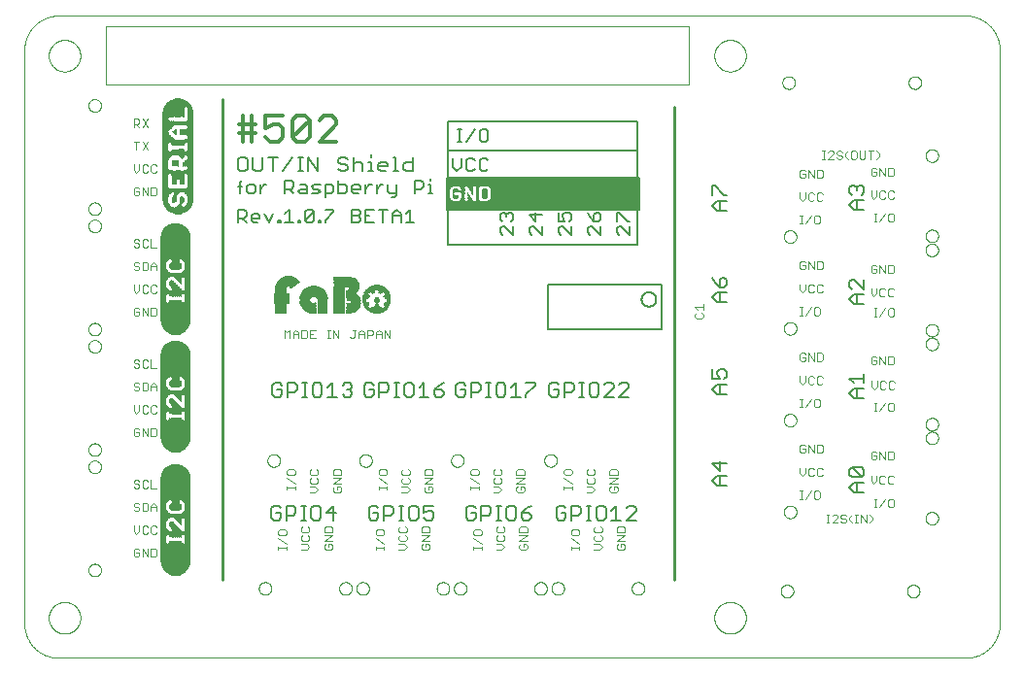
<source format=gto>
G75*
%MOIN*%
%OFA0B0*%
%FSLAX25Y25*%
%IPPOS*%
%LPD*%
%AMOC8*
5,1,8,0,0,1.08239X$1,22.5*
%
%ADD10C,0.00600*%
%ADD11C,0.00400*%
%ADD12C,0.01200*%
%ADD13C,0.00700*%
%ADD14C,0.01000*%
%ADD15C,0.00500*%
%ADD16R,0.50500X0.10500*%
%ADD17R,0.00892X0.00042*%
%ADD18R,0.00595X0.00042*%
%ADD19R,0.01572X0.00042*%
%ADD20R,0.01402X0.00042*%
%ADD21R,0.01912X0.00042*%
%ADD22R,0.01955X0.00042*%
%ADD23R,0.02083X0.00042*%
%ADD24R,0.02295X0.00042*%
%ADD25R,0.03782X0.00042*%
%ADD26R,0.02252X0.00042*%
%ADD27R,0.03485X0.00042*%
%ADD28R,0.02635X0.00042*%
%ADD29R,0.03825X0.00042*%
%ADD30R,0.02422X0.00042*%
%ADD31R,0.03527X0.00042*%
%ADD32R,0.01785X0.00042*%
%ADD33R,0.02932X0.00042*%
%ADD34R,0.02550X0.00042*%
%ADD35R,0.02082X0.00042*%
%ADD36R,0.03145X0.00042*%
%ADD37R,0.02677X0.00042*%
%ADD38R,0.03400X0.00042*%
%ADD39R,0.02763X0.00042*%
%ADD40R,0.02507X0.00042*%
%ADD41R,0.03612X0.00042*%
%ADD42R,0.02847X0.00042*%
%ADD43R,0.02975X0.00042*%
%ADD44R,0.03995X0.00042*%
%ADD45R,0.03060X0.00042*%
%ADD46R,0.02890X0.00042*%
%ADD47R,0.04207X0.00042*%
%ADD48R,0.03145X0.00042*%
%ADD49R,0.04377X0.00042*%
%ADD50R,0.03230X0.00042*%
%ADD51R,0.04547X0.00042*%
%ADD52R,0.03315X0.00042*%
%ADD53R,0.04717X0.00042*%
%ADD54R,0.03358X0.00042*%
%ADD55R,0.04845X0.00042*%
%ADD56R,0.03442X0.00042*%
%ADD57R,0.04972X0.00042*%
%ADD58R,0.05100X0.00042*%
%ADD59R,0.03570X0.00042*%
%ADD60R,0.05270X0.00042*%
%ADD61R,0.03655X0.00042*%
%ADD62R,0.05397X0.00042*%
%ADD63R,0.03697X0.00042*%
%ADD64R,0.03570X0.00042*%
%ADD65R,0.05525X0.00042*%
%ADD66R,0.03740X0.00042*%
%ADD67R,0.05610X0.00042*%
%ADD68R,0.05738X0.00042*%
%ADD69R,0.03867X0.00042*%
%ADD70R,0.05865X0.00042*%
%ADD71R,0.03952X0.00042*%
%ADD72R,0.05950X0.00042*%
%ADD73R,0.03995X0.00042*%
%ADD74R,0.06077X0.00042*%
%ADD75R,0.04038X0.00042*%
%ADD76R,0.03910X0.00042*%
%ADD77R,0.06205X0.00042*%
%ADD78R,0.04080X0.00042*%
%ADD79R,0.06290X0.00042*%
%ADD80R,0.04122X0.00042*%
%ADD81R,0.06375X0.00042*%
%ADD82R,0.04165X0.00042*%
%ADD83R,0.06460X0.00042*%
%ADD84R,0.04208X0.00042*%
%ADD85R,0.06588X0.00042*%
%ADD86R,0.04250X0.00042*%
%ADD87R,0.06672X0.00042*%
%ADD88R,0.04292X0.00042*%
%ADD89R,0.06757X0.00042*%
%ADD90R,0.04335X0.00042*%
%ADD91R,0.06842X0.00042*%
%ADD92R,0.06927X0.00042*%
%ADD93R,0.04420X0.00042*%
%ADD94R,0.07013X0.00042*%
%ADD95R,0.04462X0.00042*%
%ADD96R,0.07097X0.00042*%
%ADD97R,0.04505X0.00042*%
%ADD98R,0.07140X0.00042*%
%ADD99R,0.01360X0.00042*%
%ADD100R,0.04590X0.00042*%
%ADD101R,0.04633X0.00042*%
%ADD102R,0.04420X0.00042*%
%ADD103R,0.04675X0.00042*%
%ADD104R,0.01317X0.00042*%
%ADD105R,0.04760X0.00042*%
%ADD106R,0.04802X0.00042*%
%ADD107R,0.00510X0.00042*%
%ADD108R,0.02040X0.00042*%
%ADD109R,0.00552X0.00042*%
%ADD110R,0.00382X0.00042*%
%ADD111R,0.01275X0.00042*%
%ADD112R,0.04845X0.00042*%
%ADD113R,0.00255X0.00042*%
%ADD114R,0.04888X0.00042*%
%ADD115R,0.04632X0.00042*%
%ADD116R,0.00127X0.00042*%
%ADD117R,0.01870X0.00042*%
%ADD118R,0.00085X0.00042*%
%ADD119R,0.04930X0.00042*%
%ADD120R,0.01827X0.00042*%
%ADD121R,0.01232X0.00042*%
%ADD122R,0.01233X0.00042*%
%ADD123R,0.01742X0.00042*%
%ADD124R,0.05015X0.00042*%
%ADD125R,0.01700X0.00042*%
%ADD126R,0.01190X0.00042*%
%ADD127R,0.05058X0.00042*%
%ADD128R,0.01657X0.00042*%
%ADD129R,0.01615X0.00042*%
%ADD130R,0.05142X0.00042*%
%ADD131R,0.01530X0.00042*%
%ADD132R,0.01445X0.00042*%
%ADD133R,0.01487X0.00042*%
%ADD134R,0.01445X0.00042*%
%ADD135R,0.05185X0.00042*%
%ADD136R,0.05227X0.00042*%
%ADD137R,0.05270X0.00042*%
%ADD138R,0.05312X0.00042*%
%ADD139R,0.05355X0.00042*%
%ADD140R,0.01147X0.00042*%
%ADD141R,0.01997X0.00042*%
%ADD142R,0.01105X0.00042*%
%ADD143R,0.01063X0.00042*%
%ADD144R,0.01020X0.00042*%
%ADD145R,0.02125X0.00042*%
%ADD146R,0.05440X0.00042*%
%ADD147R,0.00977X0.00042*%
%ADD148R,0.00935X0.00042*%
%ADD149R,0.05483X0.00042*%
%ADD150R,0.00850X0.00042*%
%ADD151R,0.00807X0.00042*%
%ADD152R,0.05057X0.00042*%
%ADD153R,0.00765X0.00042*%
%ADD154R,0.00595X0.00042*%
%ADD155R,0.00425X0.00042*%
%ADD156R,0.03783X0.00042*%
%ADD157R,0.00722X0.00042*%
%ADD158R,0.00297X0.00042*%
%ADD159R,0.00680X0.00042*%
%ADD160R,0.00213X0.00042*%
%ADD161R,0.00042X0.00042*%
%ADD162R,0.02040X0.00042*%
%ADD163R,0.01190X0.00042*%
%ADD164R,0.03357X0.00042*%
%ADD165R,0.01870X0.00042*%
%ADD166R,0.02167X0.00042*%
%ADD167R,0.02210X0.00042*%
%ADD168R,0.00467X0.00042*%
%ADD169R,0.02253X0.00042*%
%ADD170R,0.02295X0.00042*%
%ADD171R,0.02337X0.00042*%
%ADD172R,0.09350X0.00042*%
%ADD173R,0.02380X0.00042*%
%ADD174R,0.09308X0.00042*%
%ADD175R,0.09265X0.00042*%
%ADD176R,0.09222X0.00042*%
%ADD177R,0.09137X0.00042*%
%ADD178R,0.09052X0.00042*%
%ADD179R,0.09010X0.00042*%
%ADD180R,0.01828X0.00042*%
%ADD181R,0.08967X0.00042*%
%ADD182R,0.08925X0.00042*%
%ADD183R,0.08840X0.00042*%
%ADD184R,0.08755X0.00042*%
%ADD185R,0.08670X0.00042*%
%ADD186R,0.01615X0.00042*%
%ADD187R,0.03102X0.00042*%
%ADD188R,0.08627X0.00042*%
%ADD189R,0.03188X0.00042*%
%ADD190R,0.08585X0.00042*%
%ADD191R,0.01658X0.00042*%
%ADD192R,0.08542X0.00042*%
%ADD193R,0.03272X0.00042*%
%ADD194R,0.08500X0.00042*%
%ADD195R,0.08457X0.00042*%
%ADD196R,0.08372X0.00042*%
%ADD197R,0.08288X0.00042*%
%ADD198R,0.01020X0.00042*%
%ADD199R,0.08202X0.00042*%
%ADD200R,0.08117X0.00042*%
%ADD201R,0.08075X0.00042*%
%ADD202R,0.08032X0.00042*%
%ADD203R,0.07947X0.00042*%
%ADD204R,0.07905X0.00042*%
%ADD205R,0.07820X0.00042*%
%ADD206R,0.07777X0.00042*%
%ADD207R,0.07735X0.00042*%
%ADD208R,0.07650X0.00042*%
%ADD209R,0.07565X0.00042*%
%ADD210R,0.03315X0.00042*%
%ADD211R,0.07480X0.00042*%
%ADD212R,0.07437X0.00042*%
%ADD213R,0.07353X0.00042*%
%ADD214R,0.07267X0.00042*%
%ADD215R,0.07183X0.00042*%
%ADD216R,0.03740X0.00042*%
%ADD217R,0.07055X0.00042*%
%ADD218R,0.06928X0.00042*%
%ADD219R,0.06758X0.00042*%
%ADD220R,0.03103X0.00042*%
%ADD221R,0.06503X0.00042*%
%ADD222R,0.06417X0.00042*%
%ADD223R,0.06333X0.00042*%
%ADD224R,0.06162X0.00042*%
%ADD225R,0.06078X0.00042*%
%ADD226R,0.05822X0.00042*%
%ADD227R,0.00170X0.00042*%
%ADD228R,0.00340X0.00042*%
%ADD229R,0.04378X0.00042*%
%ADD230R,0.03528X0.00042*%
%ADD231R,0.03953X0.00042*%
%ADD232R,0.06332X0.00042*%
%ADD233R,0.06502X0.00042*%
%ADD234R,0.06630X0.00042*%
%ADD235R,0.06715X0.00042*%
%ADD236R,0.06800X0.00042*%
%ADD237R,0.06970X0.00042*%
%ADD238R,0.07225X0.00042*%
%ADD239R,0.07310X0.00042*%
%ADD240R,0.07395X0.00042*%
%ADD241R,0.07522X0.00042*%
%ADD242R,0.08415X0.00042*%
%ADD243R,0.07608X0.00042*%
%ADD244R,0.07692X0.00042*%
%ADD245R,0.08330X0.00042*%
%ADD246R,0.08245X0.00042*%
%ADD247R,0.08160X0.00042*%
%ADD248R,0.06970X0.00042*%
%ADD249R,0.06885X0.00042*%
%ADD250R,0.07990X0.00042*%
%ADD251R,0.06545X0.00042*%
%ADD252R,0.07863X0.00042*%
%ADD253R,0.07820X0.00042*%
%ADD254R,0.06120X0.00042*%
%ADD255R,0.07607X0.00042*%
%ADD256R,0.05992X0.00042*%
%ADD257R,0.05780X0.00042*%
%ADD258R,0.05652X0.00042*%
%ADD259R,0.07352X0.00042*%
%ADD260R,0.05567X0.00042*%
%ADD261R,0.02465X0.00042*%
%ADD262C,0.00394*%
%ADD263C,0.00000*%
%ADD264C,0.00039*%
%ADD265R,0.00022X0.28732*%
%ADD266R,0.00022X0.29348*%
%ADD267R,0.00022X0.29744*%
%ADD268R,0.00022X0.29964*%
%ADD269R,0.00022X0.30184*%
%ADD270R,0.00022X0.30360*%
%ADD271R,0.00022X0.30580*%
%ADD272R,0.00022X0.30800*%
%ADD273R,0.00022X0.30976*%
%ADD274R,0.00022X0.31108*%
%ADD275R,0.00022X0.31240*%
%ADD276R,0.00022X0.31372*%
%ADD277R,0.00022X0.31504*%
%ADD278R,0.00022X0.31636*%
%ADD279R,0.00022X0.31768*%
%ADD280R,0.00022X0.31900*%
%ADD281R,0.00022X0.32032*%
%ADD282R,0.00022X0.32164*%
%ADD283R,0.00022X0.32296*%
%ADD284R,0.00022X0.32340*%
%ADD285R,0.00022X0.32428*%
%ADD286R,0.00022X0.32516*%
%ADD287R,0.00022X0.32604*%
%ADD288R,0.00022X0.32692*%
%ADD289R,0.00022X0.32780*%
%ADD290R,0.00022X0.32868*%
%ADD291R,0.00022X0.32956*%
%ADD292R,0.00022X0.33044*%
%ADD293R,0.00022X0.33132*%
%ADD294R,0.00022X0.33220*%
%ADD295R,0.00022X0.33308*%
%ADD296R,0.00022X0.33396*%
%ADD297R,0.00022X0.33440*%
%ADD298R,0.00022X0.33528*%
%ADD299R,0.00022X0.33572*%
%ADD300R,0.00022X0.33660*%
%ADD301R,0.00022X0.33704*%
%ADD302R,0.00022X0.33792*%
%ADD303R,0.00022X0.33836*%
%ADD304R,0.00022X0.33924*%
%ADD305R,0.00022X0.34012*%
%ADD306R,0.00022X0.34056*%
%ADD307R,0.00022X0.34144*%
%ADD308R,0.00022X0.34188*%
%ADD309R,0.00022X0.34276*%
%ADD310R,0.00022X0.34320*%
%ADD311R,0.00022X0.34408*%
%ADD312R,0.00022X0.34452*%
%ADD313R,0.00022X0.34496*%
%ADD314R,0.00022X0.34540*%
%ADD315R,0.00022X0.34584*%
%ADD316R,0.00022X0.34672*%
%ADD317R,0.00022X0.34716*%
%ADD318R,0.00022X0.34760*%
%ADD319R,0.00022X0.34804*%
%ADD320R,0.00022X0.34848*%
%ADD321R,0.00022X0.34892*%
%ADD322R,0.00022X0.34980*%
%ADD323R,0.00022X0.35024*%
%ADD324R,0.00022X0.35068*%
%ADD325R,0.00022X0.35112*%
%ADD326R,0.00022X0.35156*%
%ADD327R,0.00022X0.35200*%
%ADD328R,0.00022X0.35288*%
%ADD329R,0.00022X0.35332*%
%ADD330R,0.00022X0.35376*%
%ADD331R,0.00022X0.35420*%
%ADD332R,0.00022X0.35464*%
%ADD333R,0.00022X0.35508*%
%ADD334R,0.00022X0.35552*%
%ADD335R,0.00022X0.35596*%
%ADD336R,0.00022X0.35640*%
%ADD337R,0.00022X0.35684*%
%ADD338R,0.00022X0.35728*%
%ADD339R,0.00022X0.35772*%
%ADD340R,0.00022X0.10340*%
%ADD341R,0.00022X0.02068*%
%ADD342R,0.00022X0.03234*%
%ADD343R,0.00022X0.12452*%
%ADD344R,0.00022X0.10252*%
%ADD345R,0.00022X0.01848*%
%ADD346R,0.00022X0.03014*%
%ADD347R,0.00022X0.12364*%
%ADD348R,0.00022X0.10208*%
%ADD349R,0.00022X0.01760*%
%ADD350R,0.00022X0.02926*%
%ADD351R,0.00022X0.12320*%
%ADD352R,0.00022X0.10186*%
%ADD353R,0.00022X0.01672*%
%ADD354R,0.00022X0.02838*%
%ADD355R,0.00022X0.12298*%
%ADD356R,0.00022X0.10164*%
%ADD357R,0.00022X0.01584*%
%ADD358R,0.00022X0.02750*%
%ADD359R,0.00022X0.12276*%
%ADD360R,0.00022X0.10142*%
%ADD361R,0.00022X0.01496*%
%ADD362R,0.00022X0.02662*%
%ADD363R,0.00022X0.12254*%
%ADD364R,0.00022X0.01452*%
%ADD365R,0.00022X0.02618*%
%ADD366R,0.00022X0.01408*%
%ADD367R,0.00022X0.02574*%
%ADD368R,0.00022X0.10142*%
%ADD369R,0.00022X0.01364*%
%ADD370R,0.00022X0.02530*%
%ADD371R,0.00022X0.12254*%
%ADD372R,0.00022X0.10120*%
%ADD373R,0.00022X0.01320*%
%ADD374R,0.00022X0.02486*%
%ADD375R,0.00022X0.12232*%
%ADD376R,0.00022X0.10120*%
%ADD377R,0.00022X0.01276*%
%ADD378R,0.00022X0.02442*%
%ADD379R,0.00022X0.01232*%
%ADD380R,0.00022X0.02398*%
%ADD381R,0.00022X0.01188*%
%ADD382R,0.00022X0.02354*%
%ADD383R,0.00022X0.02332*%
%ADD384R,0.00022X0.01144*%
%ADD385R,0.00022X0.02288*%
%ADD386R,0.00022X0.10120*%
%ADD387R,0.00022X0.01144*%
%ADD388R,0.00022X0.02266*%
%ADD389R,0.00022X0.12210*%
%ADD390R,0.00022X0.01100*%
%ADD391R,0.00022X0.02222*%
%ADD392R,0.00022X0.12210*%
%ADD393R,0.00022X0.02200*%
%ADD394R,0.00022X0.01056*%
%ADD395R,0.00022X0.02156*%
%ADD396R,0.00022X0.12188*%
%ADD397R,0.00022X0.10142*%
%ADD398R,0.00022X0.02134*%
%ADD399R,0.00022X0.10164*%
%ADD400R,0.00022X0.01012*%
%ADD401R,0.00022X0.02090*%
%ADD402R,0.00022X0.10164*%
%ADD403R,0.00022X0.01012*%
%ADD404R,0.00022X0.02068*%
%ADD405R,0.00022X0.12166*%
%ADD406R,0.00022X0.02046*%
%ADD407R,0.00022X0.12166*%
%ADD408R,0.00022X0.02024*%
%ADD409R,0.00022X0.12144*%
%ADD410R,0.00022X0.10208*%
%ADD411R,0.00022X0.02002*%
%ADD412R,0.00022X0.00968*%
%ADD413R,0.00022X0.01958*%
%ADD414R,0.00022X0.12144*%
%ADD415R,0.00022X0.01936*%
%ADD416R,0.00022X0.12122*%
%ADD417R,0.00022X0.10230*%
%ADD418R,0.00022X0.00968*%
%ADD419R,0.00022X0.01914*%
%ADD420R,0.00022X0.12122*%
%ADD421R,0.00022X0.01892*%
%ADD422R,0.00022X0.12122*%
%ADD423R,0.00022X0.01870*%
%ADD424R,0.00022X0.12100*%
%ADD425R,0.00022X0.10274*%
%ADD426R,0.00022X0.01848*%
%ADD427R,0.00022X0.10296*%
%ADD428R,0.00022X0.01826*%
%ADD429R,0.00022X0.01804*%
%ADD430R,0.00022X0.12078*%
%ADD431R,0.00022X0.10318*%
%ADD432R,0.00022X0.01782*%
%ADD433R,0.00022X0.12078*%
%ADD434R,0.00022X0.01760*%
%ADD435R,0.00022X0.10362*%
%ADD436R,0.00022X0.12056*%
%ADD437R,0.00022X0.10384*%
%ADD438R,0.00022X0.01738*%
%ADD439R,0.00022X0.10406*%
%ADD440R,0.00022X0.01716*%
%ADD441R,0.00022X0.01694*%
%ADD442R,0.00022X0.12034*%
%ADD443R,0.00022X0.10428*%
%ADD444R,0.00022X0.10428*%
%ADD445R,0.00022X0.01056*%
%ADD446R,0.00022X0.01672*%
%ADD447R,0.00022X0.12012*%
%ADD448R,0.00022X0.10472*%
%ADD449R,0.00022X0.12012*%
%ADD450R,0.00022X0.01650*%
%ADD451R,0.00022X0.11990*%
%ADD452R,0.00022X0.10516*%
%ADD453R,0.00022X0.01628*%
%ADD454R,0.00022X0.11968*%
%ADD455R,0.00022X0.10560*%
%ADD456R,0.00022X0.01166*%
%ADD457R,0.00022X0.10560*%
%ADD458R,0.00022X0.01188*%
%ADD459R,0.00022X0.01606*%
%ADD460R,0.00022X0.11946*%
%ADD461R,0.00022X0.10604*%
%ADD462R,0.00022X0.01606*%
%ADD463R,0.00022X0.11946*%
%ADD464R,0.00022X0.10626*%
%ADD465R,0.00022X0.11924*%
%ADD466R,0.00022X0.10670*%
%ADD467R,0.00022X0.01606*%
%ADD468R,0.00022X0.10692*%
%ADD469R,0.00022X0.11902*%
%ADD470R,0.00022X0.10736*%
%ADD471R,0.00022X0.01364*%
%ADD472R,0.00022X0.10758*%
%ADD473R,0.00022X0.01408*%
%ADD474R,0.00022X0.11880*%
%ADD475R,0.00022X0.10802*%
%ADD476R,0.00022X0.11880*%
%ADD477R,0.00022X0.10824*%
%ADD478R,0.00022X0.10890*%
%ADD479R,0.00022X0.01562*%
%ADD480R,0.00022X0.10956*%
%ADD481R,0.00022X0.01694*%
%ADD482R,0.00022X0.11902*%
%ADD483R,0.00022X0.11000*%
%ADD484R,0.00022X0.11066*%
%ADD485R,0.00022X0.01760*%
%ADD486R,0.00022X0.11902*%
%ADD487R,0.00022X0.11198*%
%ADD488R,0.00022X0.01892*%
%ADD489R,0.00022X0.11528*%
%ADD490R,0.00022X0.02244*%
%ADD491R,0.00022X0.03850*%
%ADD492R,0.00022X0.11550*%
%ADD493R,0.00022X0.02266*%
%ADD494R,0.00022X0.03806*%
%ADD495R,0.00022X0.03806*%
%ADD496R,0.00022X0.02310*%
%ADD497R,0.00022X0.03784*%
%ADD498R,0.00022X0.11572*%
%ADD499R,0.00022X0.03762*%
%ADD500R,0.00022X0.01452*%
%ADD501R,0.00022X0.11572*%
%ADD502R,0.00022X0.02354*%
%ADD503R,0.00022X0.03718*%
%ADD504R,0.00022X0.01496*%
%ADD505R,0.00022X0.11924*%
%ADD506R,0.00022X0.02376*%
%ADD507R,0.00022X0.03696*%
%ADD508R,0.00022X0.01540*%
%ADD509R,0.00022X0.11594*%
%ADD510R,0.00022X0.03674*%
%ADD511R,0.00022X0.11924*%
%ADD512R,0.00022X0.02420*%
%ADD513R,0.00022X0.03652*%
%ADD514R,0.00022X0.03630*%
%ADD515R,0.00022X0.11616*%
%ADD516R,0.00022X0.02464*%
%ADD517R,0.00022X0.03608*%
%ADD518R,0.00022X0.11946*%
%ADD519R,0.00022X0.11616*%
%ADD520R,0.00022X0.02486*%
%ADD521R,0.00022X0.03586*%
%ADD522R,0.00022X0.02508*%
%ADD523R,0.00022X0.03564*%
%ADD524R,0.00022X0.11638*%
%ADD525R,0.00022X0.02530*%
%ADD526R,0.00022X0.03542*%
%ADD527R,0.00022X0.02552*%
%ADD528R,0.00022X0.03520*%
%ADD529R,0.00022X0.11990*%
%ADD530R,0.00022X0.03498*%
%ADD531R,0.00022X0.11660*%
%ADD532R,0.00022X0.02596*%
%ADD533R,0.00022X0.03476*%
%ADD534R,0.00022X0.01980*%
%ADD535R,0.00022X0.12012*%
%ADD536R,0.00022X0.11660*%
%ADD537R,0.00022X0.02618*%
%ADD538R,0.00022X0.03454*%
%ADD539R,0.00022X0.02024*%
%ADD540R,0.00022X0.12012*%
%ADD541R,0.00022X0.02640*%
%ADD542R,0.00022X0.03432*%
%ADD543R,0.00022X0.11682*%
%ADD544R,0.00022X0.02662*%
%ADD545R,0.00022X0.03410*%
%ADD546R,0.00022X0.02112*%
%ADD547R,0.00022X0.02684*%
%ADD548R,0.00022X0.03388*%
%ADD549R,0.00022X0.02156*%
%ADD550R,0.00022X0.02706*%
%ADD551R,0.00022X0.03366*%
%ADD552R,0.00022X0.11704*%
%ADD553R,0.00022X0.02728*%
%ADD554R,0.00022X0.03344*%
%ADD555R,0.00022X0.11704*%
%ADD556R,0.00022X0.02750*%
%ADD557R,0.00022X0.03322*%
%ADD558R,0.00022X0.02244*%
%ADD559R,0.00022X0.02772*%
%ADD560R,0.00022X0.03300*%
%ADD561R,0.00022X0.02266*%
%ADD562R,0.00022X0.02794*%
%ADD563R,0.00022X0.03278*%
%ADD564R,0.00022X0.02288*%
%ADD565R,0.00022X0.11726*%
%ADD566R,0.00022X0.02816*%
%ADD567R,0.00022X0.03256*%
%ADD568R,0.00022X0.03234*%
%ADD569R,0.00022X0.12188*%
%ADD570R,0.00022X0.02860*%
%ADD571R,0.00022X0.03212*%
%ADD572R,0.00022X0.11748*%
%ADD573R,0.00022X0.02882*%
%ADD574R,0.00022X0.03190*%
%ADD575R,0.00022X0.02376*%
%ADD576R,0.00022X0.11748*%
%ADD577R,0.00022X0.02904*%
%ADD578R,0.00022X0.03168*%
%ADD579R,0.00022X0.02398*%
%ADD580R,0.00022X0.12276*%
%ADD581R,0.00022X0.02926*%
%ADD582R,0.00022X0.03146*%
%ADD583R,0.00022X0.02420*%
%ADD584R,0.00022X0.12298*%
%ADD585R,0.00022X0.11770*%
%ADD586R,0.00022X0.02948*%
%ADD587R,0.00022X0.03124*%
%ADD588R,0.00022X0.12342*%
%ADD589R,0.00022X0.02970*%
%ADD590R,0.00022X0.03102*%
%ADD591R,0.00022X0.02992*%
%ADD592R,0.00022X0.03080*%
%ADD593R,0.00022X0.12386*%
%ADD594R,0.00022X0.03058*%
%ADD595R,0.00022X0.02530*%
%ADD596R,0.00022X0.12430*%
%ADD597R,0.00022X0.11792*%
%ADD598R,0.00022X0.03036*%
%ADD599R,0.00022X0.02574*%
%ADD600R,0.00022X0.12496*%
%ADD601R,0.00022X0.11792*%
%ADD602R,0.00022X0.12540*%
%ADD603R,0.00022X0.03080*%
%ADD604R,0.00022X0.02684*%
%ADD605R,0.00022X0.12606*%
%ADD606R,0.00022X0.03102*%
%ADD607R,0.00022X0.02970*%
%ADD608R,0.00022X0.12694*%
%ADD609R,0.00022X0.02948*%
%ADD610R,0.00022X0.15664*%
%ADD611R,0.00022X0.11814*%
%ADD612R,0.00022X0.02926*%
%ADD613R,0.00022X0.15686*%
%ADD614R,0.00022X0.11814*%
%ADD615R,0.00022X0.15686*%
%ADD616R,0.00022X0.03212*%
%ADD617R,0.00022X0.02838*%
%ADD618R,0.00022X0.11836*%
%ADD619R,0.00022X0.02816*%
%ADD620R,0.00022X0.15708*%
%ADD621R,0.00022X0.02794*%
%ADD622R,0.00022X0.11836*%
%ADD623R,0.00022X0.03300*%
%ADD624R,0.00022X0.02772*%
%ADD625R,0.00022X0.15708*%
%ADD626R,0.00022X0.03322*%
%ADD627R,0.00022X0.11858*%
%ADD628R,0.00022X0.03344*%
%ADD629R,0.00022X0.15730*%
%ADD630R,0.00022X0.03366*%
%ADD631R,0.00022X0.03388*%
%ADD632R,0.00022X0.11880*%
%ADD633R,0.00022X0.15752*%
%ADD634R,0.00022X0.11880*%
%ADD635R,0.00022X0.03476*%
%ADD636R,0.00022X0.15752*%
%ADD637R,0.00022X0.03498*%
%ADD638R,0.00022X0.03520*%
%ADD639R,0.00022X0.02552*%
%ADD640R,0.00022X0.15774*%
%ADD641R,0.00022X0.15774*%
%ADD642R,0.00022X0.03630*%
%ADD643R,0.00022X0.03652*%
%ADD644R,0.00022X0.02398*%
%ADD645R,0.00022X0.03740*%
%ADD646R,0.00022X0.03762*%
%ADD647R,0.00022X0.03784*%
%ADD648R,0.00022X0.03828*%
%ADD649R,0.00022X0.02244*%
%ADD650R,0.00022X0.03850*%
%ADD651R,0.00022X0.02222*%
%ADD652R,0.00022X0.03872*%
%ADD653R,0.00022X0.03894*%
%ADD654R,0.00022X0.02178*%
%ADD655R,0.00022X0.03916*%
%ADD656R,0.00022X0.15796*%
%ADD657R,0.00022X0.03938*%
%ADD658R,0.00022X0.03960*%
%ADD659R,0.00022X0.03982*%
%ADD660R,0.00022X0.04004*%
%ADD661R,0.00022X0.15796*%
%ADD662R,0.00022X0.04026*%
%ADD663R,0.00022X0.04048*%
%ADD664R,0.00022X0.04070*%
%ADD665R,0.00022X0.04092*%
%ADD666R,0.00022X0.04114*%
%ADD667R,0.00022X0.04136*%
%ADD668R,0.00022X0.01936*%
%ADD669R,0.00022X0.04180*%
%ADD670R,0.00022X0.01914*%
%ADD671R,0.00022X0.04224*%
%ADD672R,0.00022X0.01870*%
%ADD673R,0.00022X0.04246*%
%ADD674R,0.00022X0.04268*%
%ADD675R,0.00022X0.01804*%
%ADD676R,0.00022X0.04290*%
%ADD677R,0.00022X0.01782*%
%ADD678R,0.00022X0.04312*%
%ADD679R,0.00022X0.04334*%
%ADD680R,0.00022X0.01738*%
%ADD681R,0.00022X0.04356*%
%ADD682R,0.00022X0.04378*%
%ADD683R,0.00022X0.04400*%
%ADD684R,0.00022X0.04422*%
%ADD685R,0.00022X0.04444*%
%ADD686R,0.00022X0.04466*%
%ADD687R,0.00022X0.04488*%
%ADD688R,0.00022X0.01584*%
%ADD689R,0.00022X0.04510*%
%ADD690R,0.00022X0.01562*%
%ADD691R,0.00022X0.04532*%
%ADD692R,0.00022X0.04554*%
%ADD693R,0.00022X0.01518*%
%ADD694R,0.00022X0.04576*%
%ADD695R,0.00022X0.04598*%
%ADD696R,0.00022X0.01474*%
%ADD697R,0.00022X0.04620*%
%ADD698R,0.00022X0.04642*%
%ADD699R,0.00022X0.01430*%
%ADD700R,0.00022X0.04664*%
%ADD701R,0.00022X0.04686*%
%ADD702R,0.00022X0.01386*%
%ADD703R,0.00022X0.04708*%
%ADD704R,0.00022X0.04730*%
%ADD705R,0.00022X0.04752*%
%ADD706R,0.00022X0.01342*%
%ADD707R,0.00022X0.04774*%
%ADD708R,0.00022X0.04796*%
%ADD709R,0.00022X0.01320*%
%ADD710R,0.00022X0.04818*%
%ADD711R,0.00022X0.01320*%
%ADD712R,0.00022X0.04840*%
%ADD713R,0.00022X0.01298*%
%ADD714R,0.00022X0.04862*%
%ADD715R,0.00022X0.04884*%
%ADD716R,0.00022X0.04906*%
%ADD717R,0.00022X0.04928*%
%ADD718R,0.00022X0.04950*%
%ADD719R,0.00022X0.01276*%
%ADD720R,0.00022X0.04972*%
%ADD721R,0.00022X0.04994*%
%ADD722R,0.00022X0.01254*%
%ADD723R,0.00022X0.05038*%
%ADD724R,0.00022X0.05060*%
%ADD725R,0.00022X0.05082*%
%ADD726R,0.00022X0.05104*%
%ADD727R,0.00022X0.05126*%
%ADD728R,0.00022X0.01254*%
%ADD729R,0.00022X0.05148*%
%ADD730R,0.00022X0.05170*%
%ADD731R,0.00022X0.05192*%
%ADD732R,0.00022X0.05214*%
%ADD733R,0.00022X0.05236*%
%ADD734R,0.00022X0.05258*%
%ADD735R,0.00022X0.05280*%
%ADD736R,0.00022X0.05302*%
%ADD737R,0.00022X0.05324*%
%ADD738R,0.00022X0.02244*%
%ADD739R,0.00022X0.12540*%
%ADD740R,0.00022X0.02574*%
%ADD741R,0.00022X0.12496*%
%ADD742R,0.00022X0.02112*%
%ADD743R,0.00022X0.02464*%
%ADD744R,0.00022X0.02442*%
%ADD745R,0.00022X0.02046*%
%ADD746R,0.00022X0.02420*%
%ADD747R,0.00022X0.12298*%
%ADD748R,0.00022X0.02002*%
%ADD749R,0.00022X0.01980*%
%ADD750R,0.00022X0.02310*%
%ADD751R,0.00022X0.02266*%
%ADD752R,0.00022X0.01870*%
%ADD753R,0.00022X0.12034*%
%ADD754R,0.00022X0.01848*%
%ADD755R,0.00022X0.01540*%
%ADD756R,0.00022X0.11902*%
%ADD757R,0.00022X0.01430*%
%ADD758R,0.00022X0.01386*%
%ADD759R,0.00022X0.11176*%
%ADD760R,0.00022X0.01562*%
%ADD761R,0.00022X0.11066*%
%ADD762R,0.00022X0.01364*%
%ADD763R,0.00022X0.10934*%
%ADD764R,0.00022X0.01408*%
%ADD765R,0.00022X0.01342*%
%ADD766R,0.00022X0.10802*%
%ADD767R,0.00022X0.01452*%
%ADD768R,0.00022X0.10758*%
%ADD769R,0.00022X0.01298*%
%ADD770R,0.00022X0.01628*%
%ADD771R,0.00022X0.01672*%
%ADD772R,0.00022X0.10604*%
%ADD773R,0.00022X0.01298*%
%ADD774R,0.00022X0.01716*%
%ADD775R,0.00022X0.11946*%
%ADD776R,0.00022X0.01936*%
%ADD777R,0.00022X0.10472*%
%ADD778R,0.00022X0.01980*%
%ADD779R,0.00022X0.01386*%
%ADD780R,0.00022X0.10340*%
%ADD781R,0.00022X0.01474*%
%ADD782R,0.00022X0.12078*%
%ADD783R,0.00022X0.10318*%
%ADD784R,0.00022X0.12078*%
%ADD785R,0.00022X0.01518*%
%ADD786R,0.00022X0.10252*%
%ADD787R,0.00022X0.01606*%
%ADD788R,0.00022X0.02530*%
%ADD789R,0.00022X0.10230*%
%ADD790R,0.00022X0.01716*%
%ADD791R,0.00022X0.02706*%
%ADD792R,0.00022X0.10186*%
%ADD793R,0.00022X0.02794*%
%ADD794R,0.00022X0.01804*%
%ADD795R,0.00022X0.03058*%
%ADD796R,0.00022X0.12210*%
%ADD797R,0.00022X0.12210*%
%ADD798R,0.00022X0.03256*%
%ADD799R,0.00022X0.02200*%
%ADD800R,0.00022X0.03388*%
%ADD801R,0.00022X0.12232*%
%ADD802R,0.00022X0.12232*%
%ADD803R,0.00022X0.03564*%
%ADD804R,0.00022X0.02574*%
%ADD805R,0.00022X0.03740*%
%ADD806R,0.00022X0.12298*%
%ADD807R,0.00022X0.03828*%
%ADD808R,0.00022X0.12320*%
%ADD809R,0.00022X0.12430*%
%ADD810R,0.00022X0.35640*%
%ADD811R,0.00022X0.35244*%
%ADD812R,0.00022X0.34936*%
%ADD813R,0.00022X0.34804*%
%ADD814R,0.00022X0.34760*%
%ADD815R,0.00022X0.34628*%
%ADD816R,0.00022X0.34496*%
%ADD817R,0.00022X0.34452*%
%ADD818R,0.00022X0.34144*%
%ADD819R,0.00022X0.34056*%
%ADD820R,0.00022X0.33968*%
%ADD821R,0.00022X0.33660*%
%ADD822R,0.00022X0.33572*%
%ADD823R,0.00022X0.33220*%
%ADD824R,0.00022X0.33132*%
%ADD825R,0.00022X0.32692*%
%ADD826R,0.00022X0.32604*%
%ADD827R,0.00022X0.32164*%
%ADD828R,0.00022X0.32032*%
%ADD829R,0.00022X0.31240*%
%ADD830R,0.00022X0.31108*%
%ADD831R,0.00022X0.30756*%
%ADD832R,0.00022X0.30536*%
%ADD833R,0.00022X0.30272*%
%ADD834R,0.00022X0.30008*%
%ADD835R,0.00022X0.29788*%
%ADD836R,0.00023X0.29731*%
%ADD837R,0.00023X0.30370*%
%ADD838R,0.00023X0.30871*%
%ADD839R,0.00023X0.31099*%
%ADD840R,0.00023X0.31327*%
%ADD841R,0.00023X0.31601*%
%ADD842R,0.00023X0.31829*%
%ADD843R,0.00023X0.32057*%
%ADD844R,0.00023X0.32194*%
%ADD845R,0.00023X0.32330*%
%ADD846R,0.00023X0.32467*%
%ADD847R,0.00023X0.32604*%
%ADD848R,0.00023X0.32741*%
%ADD849R,0.00023X0.32878*%
%ADD850R,0.00023X0.33014*%
%ADD851R,0.00023X0.33151*%
%ADD852R,0.00023X0.33288*%
%ADD853R,0.00023X0.33425*%
%ADD854R,0.00023X0.33516*%
%ADD855R,0.00023X0.33607*%
%ADD856R,0.00023X0.33698*%
%ADD857R,0.00023X0.33790*%
%ADD858R,0.00023X0.33881*%
%ADD859R,0.00023X0.33972*%
%ADD860R,0.00023X0.34063*%
%ADD861R,0.00023X0.34154*%
%ADD862R,0.00023X0.34246*%
%ADD863R,0.00023X0.34337*%
%ADD864R,0.00023X0.34474*%
%ADD865R,0.00023X0.34519*%
%ADD866R,0.00023X0.34610*%
%ADD867R,0.00023X0.34656*%
%ADD868R,0.00023X0.34747*%
%ADD869R,0.00023X0.34793*%
%ADD870R,0.00023X0.34884*%
%ADD871R,0.00023X0.34930*%
%ADD872R,0.00023X0.35021*%
%ADD873R,0.00023X0.35066*%
%ADD874R,0.00023X0.35158*%
%ADD875R,0.00023X0.35203*%
%ADD876R,0.00023X0.35249*%
%ADD877R,0.00023X0.35340*%
%ADD878R,0.00023X0.35386*%
%ADD879R,0.00023X0.35477*%
%ADD880R,0.00023X0.35522*%
%ADD881R,0.00023X0.35614*%
%ADD882R,0.00023X0.35659*%
%ADD883R,0.00023X0.35705*%
%ADD884R,0.00023X0.35750*%
%ADD885R,0.00023X0.35796*%
%ADD886R,0.00023X0.35887*%
%ADD887R,0.00023X0.35933*%
%ADD888R,0.00023X0.35978*%
%ADD889R,0.00023X0.36024*%
%ADD890R,0.00023X0.36070*%
%ADD891R,0.00023X0.36115*%
%ADD892R,0.00023X0.36206*%
%ADD893R,0.00023X0.36252*%
%ADD894R,0.00023X0.36298*%
%ADD895R,0.00023X0.36343*%
%ADD896R,0.00023X0.36389*%
%ADD897R,0.00023X0.36434*%
%ADD898R,0.00023X0.36526*%
%ADD899R,0.00023X0.36571*%
%ADD900R,0.00023X0.36617*%
%ADD901R,0.00023X0.36662*%
%ADD902R,0.00023X0.36708*%
%ADD903R,0.00023X0.36754*%
%ADD904R,0.00023X0.36799*%
%ADD905R,0.00023X0.36845*%
%ADD906R,0.00023X0.36890*%
%ADD907R,0.00023X0.36936*%
%ADD908R,0.00023X0.36982*%
%ADD909R,0.00023X0.02713*%
%ADD910R,0.00023X0.03580*%
%ADD911R,0.00023X0.08983*%
%ADD912R,0.00023X0.08687*%
%ADD913R,0.00023X0.02098*%
%ADD914R,0.00023X0.02554*%
%ADD915R,0.00023X0.03215*%
%ADD916R,0.00023X0.02303*%
%ADD917R,0.00023X0.03283*%
%ADD918R,0.00023X0.02006*%
%ADD919R,0.00023X0.03306*%
%ADD920R,0.00023X0.02280*%
%ADD921R,0.00023X0.01938*%
%ADD922R,0.00023X0.02508*%
%ADD923R,0.00023X0.03078*%
%ADD924R,0.00023X0.02166*%
%ADD925R,0.00023X0.03146*%
%ADD926R,0.00023X0.01870*%
%ADD927R,0.00023X0.03169*%
%ADD928R,0.00023X0.02143*%
%ADD929R,0.00023X0.01892*%
%ADD930R,0.00023X0.02462*%
%ADD931R,0.00023X0.02987*%
%ADD932R,0.00023X0.02075*%
%ADD933R,0.00023X0.03055*%
%ADD934R,0.00023X0.01778*%
%ADD935R,0.00023X0.03078*%
%ADD936R,0.00023X0.02052*%
%ADD937R,0.00023X0.01847*%
%ADD938R,0.00023X0.02440*%
%ADD939R,0.00023X0.02896*%
%ADD940R,0.00023X0.01984*%
%ADD941R,0.00023X0.02964*%
%ADD942R,0.00023X0.01687*%
%ADD943R,0.00023X0.01961*%
%ADD944R,0.00023X0.01824*%
%ADD945R,0.00023X0.02417*%
%ADD946R,0.00023X0.02804*%
%ADD947R,0.00023X0.01892*%
%ADD948R,0.00023X0.02873*%
%ADD949R,0.00023X0.01596*%
%ADD950R,0.00023X0.01870*%
%ADD951R,0.00023X0.01801*%
%ADD952R,0.00023X0.02417*%
%ADD953R,0.00023X0.02759*%
%ADD954R,0.00023X0.02827*%
%ADD955R,0.00023X0.01847*%
%ADD956R,0.00023X0.01550*%
%ADD957R,0.00023X0.02850*%
%ADD958R,0.00023X0.01801*%
%ADD959R,0.00023X0.02782*%
%ADD960R,0.00023X0.01505*%
%ADD961R,0.00023X0.02394*%
%ADD962R,0.00023X0.02622*%
%ADD963R,0.00023X0.01710*%
%ADD964R,0.00023X0.02690*%
%ADD965R,0.00023X0.01414*%
%ADD966R,0.00023X0.02713*%
%ADD967R,0.00023X0.01687*%
%ADD968R,0.00023X0.01778*%
%ADD969R,0.00023X0.02394*%
%ADD970R,0.00023X0.02576*%
%ADD971R,0.00023X0.01664*%
%ADD972R,0.00023X0.02645*%
%ADD973R,0.00023X0.01368*%
%ADD974R,0.00023X0.02668*%
%ADD975R,0.00023X0.01642*%
%ADD976R,0.00023X0.02371*%
%ADD977R,0.00023X0.02531*%
%ADD978R,0.00023X0.01619*%
%ADD979R,0.00023X0.02599*%
%ADD980R,0.00023X0.01322*%
%ADD981R,0.00023X0.02622*%
%ADD982R,0.00023X0.01756*%
%ADD983R,0.00023X0.02508*%
%ADD984R,0.00023X0.02371*%
%ADD985R,0.00023X0.01573*%
%ADD986R,0.00023X0.01277*%
%ADD987R,0.00023X0.02371*%
%ADD988R,0.00023X0.02417*%
%ADD989R,0.00023X0.01528*%
%ADD990R,0.00023X0.02485*%
%ADD991R,0.00023X0.01231*%
%ADD992R,0.00023X0.02531*%
%ADD993R,0.00023X0.01505*%
%ADD994R,0.00023X0.01482*%
%ADD995R,0.00023X0.01186*%
%ADD996R,0.00023X0.02485*%
%ADD997R,0.00023X0.01459*%
%ADD998R,0.00023X0.02348*%
%ADD999R,0.00023X0.02303*%
%ADD1000R,0.00023X0.01436*%
%ADD1001R,0.00023X0.01140*%
%ADD1002R,0.00023X0.01414*%
%ADD1003R,0.00023X0.02348*%
%ADD1004R,0.00023X0.02234*%
%ADD1005R,0.00023X0.01391*%
%ADD1006R,0.00023X0.02303*%
%ADD1007R,0.00023X0.01094*%
%ADD1008R,0.00023X0.01368*%
%ADD1009R,0.00023X0.01801*%
%ADD1010R,0.00023X0.02326*%
%ADD1011R,0.00023X0.02212*%
%ADD1012R,0.00023X0.01391*%
%ADD1013R,0.00023X0.01094*%
%ADD1014R,0.00023X0.01368*%
%ADD1015R,0.00023X0.02166*%
%ADD1016R,0.00023X0.01345*%
%ADD1017R,0.00023X0.02234*%
%ADD1018R,0.00023X0.01049*%
%ADD1019R,0.00023X0.02143*%
%ADD1020R,0.00023X0.02120*%
%ADD1021R,0.00023X0.02189*%
%ADD1022R,0.00023X0.01300*%
%ADD1023R,0.00023X0.02143*%
%ADD1024R,0.00023X0.01003*%
%ADD1025R,0.00023X0.02052*%
%ADD1026R,0.00023X0.01300*%
%ADD1027R,0.00023X0.02120*%
%ADD1028R,0.00023X0.01003*%
%ADD1029R,0.00023X0.02303*%
%ADD1030R,0.00023X0.01277*%
%ADD1031R,0.00023X0.01847*%
%ADD1032R,0.00023X0.02029*%
%ADD1033R,0.00023X0.02075*%
%ADD1034R,0.00023X0.02029*%
%ADD1035R,0.00023X0.01915*%
%ADD1036R,0.00023X0.02257*%
%ADD1037R,0.00023X0.01938*%
%ADD1038R,0.00023X0.02006*%
%ADD1039R,0.00023X0.01915*%
%ADD1040R,0.00023X0.02257*%
%ADD1041R,0.00023X0.01254*%
%ADD1042R,0.00023X0.01961*%
%ADD1043R,0.00023X0.01915*%
%ADD1044R,0.00023X0.01870*%
%ADD1045R,0.00023X0.02212*%
%ADD1046R,0.00023X0.01801*%
%ADD1047R,0.00023X0.02280*%
%ADD1048R,0.00023X0.01254*%
%ADD1049R,0.00023X0.01756*%
%ADD1050R,0.00023X0.01733*%
%ADD1051R,0.00023X0.01710*%
%ADD1052R,0.00023X0.01026*%
%ADD1053R,0.00023X0.02189*%
%ADD1054R,0.00023X0.01687*%
%ADD1055R,0.00023X0.01322*%
%ADD1056R,0.00023X0.01733*%
%ADD1057R,0.00023X0.01345*%
%ADD1058R,0.00023X0.01026*%
%ADD1059R,0.00023X0.01345*%
%ADD1060R,0.00023X0.01642*%
%ADD1061R,0.00023X0.01072*%
%ADD1062R,0.00023X0.02098*%
%ADD1063R,0.00023X0.01550*%
%ADD1064R,0.00023X0.01596*%
%ADD1065R,0.00023X0.01482*%
%ADD1066R,0.00023X0.01528*%
%ADD1067R,0.00023X0.01573*%
%ADD1068R,0.00023X0.01414*%
%ADD1069R,0.00023X0.01117*%
%ADD1070R,0.00023X0.01528*%
%ADD1071R,0.00023X0.01140*%
%ADD1072R,0.00023X0.01163*%
%ADD1073R,0.00023X0.02075*%
%ADD1074R,0.00023X0.01459*%
%ADD1075R,0.00023X0.01619*%
%ADD1076R,0.00023X0.01163*%
%ADD1077R,0.00023X0.02371*%
%ADD1078R,0.00023X0.01208*%
%ADD1079R,0.00023X0.02029*%
%ADD1080R,0.00023X0.02554*%
%ADD1081R,0.00023X0.01687*%
%ADD1082R,0.00023X0.01300*%
%ADD1083R,0.00023X0.02736*%
%ADD1084R,0.00023X0.02804*%
%ADD1085R,0.00023X0.01231*%
%ADD1086R,0.00023X0.04925*%
%ADD1087R,0.00023X0.01254*%
%ADD1088R,0.00023X0.05974*%
%ADD1089R,0.00023X0.04925*%
%ADD1090R,0.00023X0.05974*%
%ADD1091R,0.00023X0.02645*%
%ADD1092R,0.00023X0.05996*%
%ADD1093R,0.00023X0.02690*%
%ADD1094R,0.00023X0.01459*%
%ADD1095R,0.00023X0.06019*%
%ADD1096R,0.00023X0.02075*%
%ADD1097R,0.00023X0.01117*%
%ADD1098R,0.00023X0.02736*%
%ADD1099R,0.00023X0.06019*%
%ADD1100R,0.00023X0.02759*%
%ADD1101R,0.00023X0.06042*%
%ADD1102R,0.00023X0.01026*%
%ADD1103R,0.00023X0.06065*%
%ADD1104R,0.00023X0.00980*%
%ADD1105R,0.00023X0.02873*%
%ADD1106R,0.00023X0.06065*%
%ADD1107R,0.00023X0.00958*%
%ADD1108R,0.00023X0.00935*%
%ADD1109R,0.00023X0.02918*%
%ADD1110R,0.00023X0.06088*%
%ADD1111R,0.00023X0.00912*%
%ADD1112R,0.00023X0.02941*%
%ADD1113R,0.00023X0.00889*%
%ADD1114R,0.00023X0.00866*%
%ADD1115R,0.00023X0.02987*%
%ADD1116R,0.00023X0.06110*%
%ADD1117R,0.00023X0.02189*%
%ADD1118R,0.00023X0.00844*%
%ADD1119R,0.00023X0.03010*%
%ADD1120R,0.00023X0.06110*%
%ADD1121R,0.00023X0.03032*%
%ADD1122R,0.00023X0.06133*%
%ADD1123R,0.00023X0.03101*%
%ADD1124R,0.00023X0.03124*%
%ADD1125R,0.00023X0.06156*%
%ADD1126R,0.00023X0.03146*%
%ADD1127R,0.00023X0.06156*%
%ADD1128R,0.00023X0.03169*%
%ADD1129R,0.00023X0.03192*%
%ADD1130R,0.00023X0.06179*%
%ADD1131R,0.00023X0.03238*%
%ADD1132R,0.00023X0.06179*%
%ADD1133R,0.00023X0.03260*%
%ADD1134R,0.00023X0.06202*%
%ADD1135R,0.00023X0.03238*%
%ADD1136R,0.00023X0.06224*%
%ADD1137R,0.00023X0.02531*%
%ADD1138R,0.00023X0.03192*%
%ADD1139R,0.00023X0.06224*%
%ADD1140R,0.00023X0.03124*%
%ADD1141R,0.00023X0.06247*%
%ADD1142R,0.00023X0.02690*%
%ADD1143R,0.00023X0.02804*%
%ADD1144R,0.00023X0.03055*%
%ADD1145R,0.00023X0.06247*%
%ADD1146R,0.00023X0.05860*%
%ADD1147R,0.00023X0.06270*%
%ADD1148R,0.00023X0.05837*%
%ADD1149R,0.00023X0.02987*%
%ADD1150R,0.00023X0.05814*%
%ADD1151R,0.00023X0.05791*%
%ADD1152R,0.00023X0.02941*%
%ADD1153R,0.00023X0.06270*%
%ADD1154R,0.00023X0.05791*%
%ADD1155R,0.00023X0.06293*%
%ADD1156R,0.00023X0.05768*%
%ADD1157R,0.00023X0.05746*%
%ADD1158R,0.00023X0.02873*%
%ADD1159R,0.00023X0.05723*%
%ADD1160R,0.00023X0.05700*%
%ADD1161R,0.00023X0.05700*%
%ADD1162R,0.00023X0.02804*%
%ADD1163R,0.00023X0.06316*%
%ADD1164R,0.00023X0.05677*%
%ADD1165R,0.00023X0.06316*%
%ADD1166R,0.00023X0.05654*%
%ADD1167R,0.00023X0.05632*%
%ADD1168R,0.00023X0.06338*%
%ADD1169R,0.00023X0.05609*%
%ADD1170R,0.00023X0.02690*%
%ADD1171R,0.00023X0.06338*%
%ADD1172R,0.00023X0.05586*%
%ADD1173R,0.00023X0.05563*%
%ADD1174R,0.00023X0.05540*%
%ADD1175R,0.00023X0.04013*%
%ADD1176R,0.00023X0.03808*%
%ADD1177R,0.00023X0.06361*%
%ADD1178R,0.00023X0.03830*%
%ADD1179R,0.00023X0.03625*%
%ADD1180R,0.00023X0.03762*%
%ADD1181R,0.00023X0.01345*%
%ADD1182R,0.00023X0.03557*%
%ADD1183R,0.00023X0.06361*%
%ADD1184R,0.00023X0.03716*%
%ADD1185R,0.00023X0.03511*%
%ADD1186R,0.00023X0.03671*%
%ADD1187R,0.00023X0.03466*%
%ADD1188R,0.00023X0.03420*%
%ADD1189R,0.00023X0.02485*%
%ADD1190R,0.00023X0.03602*%
%ADD1191R,0.00023X0.03397*%
%ADD1192R,0.00023X0.03580*%
%ADD1193R,0.00023X0.03374*%
%ADD1194R,0.00023X0.02440*%
%ADD1195R,0.00023X0.03534*%
%ADD1196R,0.00023X0.03329*%
%ADD1197R,0.00023X0.03306*%
%ADD1198R,0.00023X0.06384*%
%ADD1199R,0.00023X0.03488*%
%ADD1200R,0.00023X0.03260*%
%ADD1201R,0.00023X0.03443*%
%ADD1202R,0.00023X0.02326*%
%ADD1203R,0.00023X0.06384*%
%ADD1204R,0.00023X0.03374*%
%ADD1205R,0.00023X0.03352*%
%ADD1206R,0.00023X0.03329*%
%ADD1207R,0.00023X0.02257*%
%ADD1208R,0.00023X0.02257*%
%ADD1209R,0.00023X0.03146*%
%ADD1210R,0.00023X0.03215*%
%ADD1211R,0.00023X0.06407*%
%ADD1212R,0.00023X0.03101*%
%ADD1213R,0.00023X0.01870*%
%ADD1214R,0.00023X0.01915*%
%ADD1215R,0.00023X0.06407*%
%ADD1216R,0.00023X0.01984*%
%ADD1217R,0.00023X0.02189*%
%ADD1218R,0.00023X0.02827*%
%ADD1219R,0.00023X0.02599*%
%ADD1220R,0.00023X0.03283*%
%ADD1221R,0.00023X0.02531*%
%ADD1222R,0.00023X0.03420*%
%ADD1223R,0.00023X0.03557*%
%ADD1224R,0.00023X0.04423*%
%ADD1225R,0.00023X0.02143*%
%ADD1226R,0.00023X0.04446*%
%ADD1227R,0.00023X0.04469*%
%ADD1228R,0.00023X0.04492*%
%ADD1229R,0.00023X0.04514*%
%ADD1230R,0.00023X0.04537*%
%ADD1231R,0.00023X0.04560*%
%ADD1232R,0.00023X0.04583*%
%ADD1233R,0.00023X0.04606*%
%ADD1234R,0.00023X0.04628*%
%ADD1235R,0.00023X0.04651*%
%ADD1236R,0.00023X0.02348*%
%ADD1237R,0.00023X0.04674*%
%ADD1238R,0.00023X0.01642*%
%ADD1239R,0.00023X0.06293*%
%ADD1240R,0.00023X0.04697*%
%ADD1241R,0.00023X0.04720*%
%ADD1242R,0.00023X0.04742*%
%ADD1243R,0.00023X0.04765*%
%ADD1244R,0.00023X0.04788*%
%ADD1245R,0.00023X0.04811*%
%ADD1246R,0.00023X0.04834*%
%ADD1247R,0.00023X0.04856*%
%ADD1248R,0.00023X0.04879*%
%ADD1249R,0.00023X0.01231*%
%ADD1250R,0.00023X0.01186*%
%ADD1251R,0.00023X0.01140*%
%ADD1252R,0.00023X0.00958*%
%ADD1253R,0.00023X0.00912*%
%ADD1254R,0.00023X0.02462*%
%ADD1255R,0.00023X0.02029*%
%ADD1256R,0.00023X0.01414*%
%ADD1257R,0.00023X0.00821*%
%ADD1258R,0.00023X0.00775*%
%ADD1259R,0.00023X0.00730*%
%ADD1260R,0.00023X0.00684*%
%ADD1261R,0.00023X0.00638*%
%ADD1262R,0.00023X0.00593*%
%ADD1263R,0.00023X0.00547*%
%ADD1264R,0.00023X0.00502*%
%ADD1265R,0.00023X0.00456*%
%ADD1266R,0.00023X0.00410*%
%ADD1267R,0.00023X0.06133*%
%ADD1268R,0.00023X0.00365*%
%ADD1269R,0.00023X0.00319*%
%ADD1270R,0.00023X0.00274*%
%ADD1271R,0.00023X0.00228*%
%ADD1272R,0.00023X0.00182*%
%ADD1273R,0.00023X0.01961*%
%ADD1274R,0.00023X0.00137*%
%ADD1275R,0.00023X0.01756*%
%ADD1276R,0.00023X0.06088*%
%ADD1277R,0.00023X0.00091*%
%ADD1278R,0.00023X0.00046*%
%ADD1279R,0.00023X0.06042*%
%ADD1280R,0.00023X0.01459*%
%ADD1281R,0.00023X0.05996*%
%ADD1282R,0.00023X0.05951*%
%ADD1283R,0.00023X0.05951*%
%ADD1284R,0.00023X0.05928*%
%ADD1285R,0.00023X0.05905*%
%ADD1286R,0.00023X0.01573*%
%ADD1287R,0.00023X0.01664*%
%ADD1288R,0.00023X0.05882*%
%ADD1289R,0.00023X0.05882*%
%ADD1290R,0.00023X0.05837*%
%ADD1291R,0.00023X0.05814*%
%ADD1292R,0.00023X0.05768*%
%ADD1293R,0.00023X0.05723*%
%ADD1294R,0.00023X0.05723*%
%ADD1295R,0.00023X0.01824*%
%ADD1296R,0.00023X0.02462*%
%ADD1297R,0.00023X0.05654*%
%ADD1298R,0.00023X0.05609*%
%ADD1299R,0.00023X0.01961*%
%ADD1300R,0.00023X0.02873*%
%ADD1301R,0.00023X0.05586*%
%ADD1302R,0.00023X0.05518*%
%ADD1303R,0.00023X0.02987*%
%ADD1304R,0.00023X0.05495*%
%ADD1305R,0.00023X0.03032*%
%ADD1306R,0.00023X0.05495*%
%ADD1307R,0.00023X0.05472*%
%ADD1308R,0.00023X0.02348*%
%ADD1309R,0.00023X0.01436*%
%ADD1310R,0.00023X0.02918*%
%ADD1311R,0.00023X0.05472*%
%ADD1312R,0.00023X0.05449*%
%ADD1313R,0.00023X0.03352*%
%ADD1314R,0.00023X0.05449*%
%ADD1315R,0.00023X0.05426*%
%ADD1316R,0.00023X0.03466*%
%ADD1317R,0.00023X0.02417*%
%ADD1318R,0.00023X0.02759*%
%ADD1319R,0.00023X0.01847*%
%ADD1320R,0.00023X0.03397*%
%ADD1321R,0.00023X0.03648*%
%ADD1322R,0.00023X0.03443*%
%ADD1323R,0.00023X0.03694*%
%ADD1324R,0.00023X0.03534*%
%ADD1325R,0.00023X0.03785*%
%ADD1326R,0.00023X0.05495*%
%ADD1327R,0.00023X0.03876*%
%ADD1328R,0.00023X0.03967*%
%ADD1329R,0.00023X0.03853*%
%ADD1330R,0.00023X0.04104*%
%ADD1331R,0.00023X0.37027*%
%ADD1332R,0.00023X0.36890*%
%ADD1333R,0.00023X0.36845*%
%ADD1334R,0.00023X0.36662*%
%ADD1335R,0.00023X0.36617*%
%ADD1336R,0.00023X0.36480*%
%ADD1337R,0.00023X0.36389*%
%ADD1338R,0.00023X0.36343*%
%ADD1339R,0.00023X0.36161*%
%ADD1340R,0.00023X0.36070*%
%ADD1341R,0.00023X0.35978*%
%ADD1342R,0.00023X0.35842*%
%ADD1343R,0.00023X0.35705*%
%ADD1344R,0.00023X0.35477*%
%ADD1345R,0.00023X0.35340*%
%ADD1346R,0.00023X0.35158*%
%ADD1347R,0.00023X0.35021*%
%ADD1348R,0.00023X0.34793*%
%ADD1349R,0.00023X0.34656*%
%ADD1350R,0.00023X0.34337*%
%ADD1351R,0.00023X0.34154*%
%ADD1352R,0.00023X0.33881*%
%ADD1353R,0.00023X0.33698*%
%ADD1354R,0.00023X0.33288*%
%ADD1355R,0.00023X0.33197*%
%ADD1356R,0.00023X0.33060*%
%ADD1357R,0.00023X0.32923*%
%ADD1358R,0.00023X0.32832*%
%ADD1359R,0.00023X0.32695*%
%ADD1360R,0.00023X0.32558*%
%ADD1361R,0.00023X0.32422*%
%ADD1362R,0.00023X0.31601*%
%ADD1363R,0.00023X0.31327*%
%ADD1364R,0.00023X0.29731*%
%ADD1365R,0.14848X0.00014*%
%ADD1366R,0.01624X0.00014*%
%ADD1367R,0.02682X0.00014*%
%ADD1368R,0.02697X0.00014*%
%ADD1369R,0.01958X0.00014*%
%ADD1370R,0.01609X0.00014*%
%ADD1371R,0.01552X0.00014*%
%ADD1372R,0.02538X0.00014*%
%ADD1373R,0.02552X0.00014*%
%ADD1374R,0.01812X0.00014*%
%ADD1375R,0.01537X0.00014*%
%ADD1376R,0.01508X0.00014*%
%ADD1377R,0.02450X0.00014*%
%ADD1378R,0.02465X0.00014*%
%ADD1379R,0.01725X0.00014*%
%ADD1380R,0.01493X0.00014*%
%ADD1381R,0.01479X0.00014*%
%ADD1382R,0.02392X0.00014*%
%ADD1383R,0.02407X0.00014*%
%ADD1384R,0.01667X0.00014*%
%ADD1385R,0.01464X0.00014*%
%ADD1386R,0.01450X0.00014*%
%ADD1387R,0.02334X0.00014*%
%ADD1388R,0.02349X0.00014*%
%ADD1389R,0.01435X0.00014*%
%ADD1390R,0.01421X0.00014*%
%ADD1391R,0.02277X0.00014*%
%ADD1392R,0.02291X0.00014*%
%ADD1393R,0.01406X0.00014*%
%ADD1394R,0.01392X0.00014*%
%ADD1395R,0.02218X0.00014*%
%ADD1396R,0.02233X0.00014*%
%ADD1397R,0.01494X0.00014*%
%ADD1398R,0.01377X0.00014*%
%ADD1399R,0.02189X0.00014*%
%ADD1400R,0.02204X0.00014*%
%ADD1401R,0.01363X0.00014*%
%ADD1402R,0.02160X0.00014*%
%ADD1403R,0.02175X0.00014*%
%ADD1404R,0.01348X0.00014*%
%ADD1405R,0.02131X0.00014*%
%ADD1406R,0.02146X0.00014*%
%ADD1407R,0.01334X0.00014*%
%ADD1408R,0.01319X0.00014*%
%ADD1409R,0.02073X0.00014*%
%ADD1410R,0.02088X0.00014*%
%ADD1411R,0.01305X0.00014*%
%ADD1412R,0.02044X0.00014*%
%ADD1413R,0.02059X0.00014*%
%ADD1414R,0.01291X0.00014*%
%ADD1415R,0.02015X0.00014*%
%ADD1416R,0.02030X0.00014*%
%ADD1417R,0.01276X0.00014*%
%ADD1418R,0.02001X0.00014*%
%ADD1419R,0.01261X0.00014*%
%ADD1420R,0.01972X0.00014*%
%ADD1421R,0.01247X0.00014*%
%ADD1422R,0.01943X0.00014*%
%ADD1423R,0.01233X0.00014*%
%ADD1424R,0.01232X0.00014*%
%ADD1425R,0.01914X0.00014*%
%ADD1426R,0.01203X0.00014*%
%ADD1427R,0.01218X0.00014*%
%ADD1428R,0.01885X0.00014*%
%ADD1429R,0.01174X0.00014*%
%ADD1430R,0.01870X0.00014*%
%ADD1431R,0.01189X0.00014*%
%ADD1432R,0.01841X0.00014*%
%ADD1433R,0.01145X0.00014*%
%ADD1434R,0.01827X0.00014*%
%ADD1435R,0.01160X0.00014*%
%ADD1436R,0.01798X0.00014*%
%ADD1437R,0.01856X0.00014*%
%ADD1438R,0.01116X0.00014*%
%ADD1439R,0.01783X0.00014*%
%ADD1440R,0.01131X0.00014*%
%ADD1441R,0.01131X0.00014*%
%ADD1442R,0.01755X0.00014*%
%ADD1443R,0.01087X0.00014*%
%ADD1444R,0.01740X0.00014*%
%ADD1445R,0.01102X0.00014*%
%ADD1446R,0.01711X0.00014*%
%ADD1447R,0.01058X0.00014*%
%ADD1448R,0.01697X0.00014*%
%ADD1449R,0.01769X0.00014*%
%ADD1450R,0.01073X0.00014*%
%ADD1451R,0.01682X0.00014*%
%ADD1452R,0.01653X0.00014*%
%ADD1453R,0.01740X0.00014*%
%ADD1454R,0.01030X0.00014*%
%ADD1455R,0.01044X0.00014*%
%ADD1456R,0.01638X0.00014*%
%ADD1457R,0.01029X0.00014*%
%ADD1458R,0.01015X0.00014*%
%ADD1459R,0.01000X0.00014*%
%ADD1460R,0.01595X0.00014*%
%ADD1461R,0.00986X0.00014*%
%ADD1462R,0.01566X0.00014*%
%ADD1463R,0.00971X0.00014*%
%ADD1464R,0.00957X0.00014*%
%ADD1465R,0.00942X0.00014*%
%ADD1466R,0.01522X0.00014*%
%ADD1467R,0.00928X0.00014*%
%ADD1468R,0.00913X0.00014*%
%ADD1469R,0.00899X0.00014*%
%ADD1470R,0.00884X0.00014*%
%ADD1471R,0.00870X0.00014*%
%ADD1472R,0.00855X0.00014*%
%ADD1473R,0.01436X0.00014*%
%ADD1474R,0.00841X0.00014*%
%ADD1475R,0.01580X0.00014*%
%ADD1476R,0.00827X0.00014*%
%ADD1477R,0.00812X0.00014*%
%ADD1478R,0.00797X0.00014*%
%ADD1479R,0.01551X0.00014*%
%ADD1480R,0.00783X0.00014*%
%ADD1481R,0.00768X0.00014*%
%ADD1482R,0.00769X0.00014*%
%ADD1483R,0.00754X0.00014*%
%ADD1484R,0.01334X0.00014*%
%ADD1485R,0.00739X0.00014*%
%ADD1486R,0.00725X0.00014*%
%ADD1487R,0.00710X0.00014*%
%ADD1488R,0.00681X0.00014*%
%ADD1489R,0.00696X0.00014*%
%ADD1490R,0.00667X0.00014*%
%ADD1491R,0.00652X0.00014*%
%ADD1492R,0.00667X0.00014*%
%ADD1493R,0.00638X0.00014*%
%ADD1494R,0.00623X0.00014*%
%ADD1495R,0.00609X0.00014*%
%ADD1496R,0.00594X0.00014*%
%ADD1497R,0.00580X0.00014*%
%ADD1498R,0.00566X0.00014*%
%ADD1499R,0.00551X0.00014*%
%ADD1500R,0.01392X0.00014*%
%ADD1501R,0.00536X0.00014*%
%ADD1502R,0.00522X0.00014*%
%ADD1503R,0.00507X0.00014*%
%ADD1504R,0.00493X0.00014*%
%ADD1505R,0.01073X0.00014*%
%ADD1506R,0.00478X0.00014*%
%ADD1507R,0.00464X0.00014*%
%ADD1508R,0.00449X0.00014*%
%ADD1509R,0.01290X0.00014*%
%ADD1510R,0.00435X0.00014*%
%ADD1511R,0.00420X0.00014*%
%ADD1512R,0.01015X0.00014*%
%ADD1513R,0.00406X0.00014*%
%ADD1514R,0.01189X0.00014*%
%ADD1515R,0.01276X0.00014*%
%ADD1516R,0.01479X0.00014*%
%ADD1517R,0.01537X0.00014*%
%ADD1518R,0.01653X0.00014*%
%ADD1519R,0.01595X0.00014*%
%ADD1520R,0.01696X0.00014*%
%ADD1521R,0.00928X0.00014*%
%ADD1522R,0.00826X0.00014*%
%ADD1523R,0.00565X0.00014*%
%ADD1524R,0.00711X0.00014*%
%ADD1525R,0.00609X0.00014*%
%ADD1526R,0.00551X0.00014*%
%ADD1527R,0.00508X0.00014*%
%ADD1528R,0.00464X0.00014*%
%ADD1529R,0.00450X0.00014*%
%ADD1530R,0.00406X0.00014*%
%ADD1531R,0.00391X0.00014*%
%ADD1532R,0.00377X0.00014*%
%ADD1533R,0.00363X0.00014*%
%ADD1534R,0.00014X0.00014*%
%ADD1535R,0.00348X0.00014*%
%ADD1536R,0.00029X0.00014*%
%ADD1537R,0.00348X0.00014*%
%ADD1538R,0.00333X0.00014*%
%ADD1539R,0.00044X0.00014*%
%ADD1540R,0.00319X0.00014*%
%ADD1541R,0.00058X0.00014*%
%ADD1542R,0.00304X0.00014*%
%ADD1543R,0.00072X0.00014*%
%ADD1544R,0.00290X0.00014*%
%ADD1545R,0.00087X0.00014*%
%ADD1546R,0.00275X0.00014*%
%ADD1547R,0.00102X0.00014*%
%ADD1548R,0.00261X0.00014*%
%ADD1549R,0.00116X0.00014*%
%ADD1550R,0.00305X0.00014*%
%ADD1551R,0.00246X0.00014*%
%ADD1552R,0.00130X0.00014*%
%ADD1553R,0.00232X0.00014*%
%ADD1554R,0.00145X0.00014*%
%ADD1555R,0.00217X0.00014*%
%ADD1556R,0.00159X0.00014*%
%ADD1557R,0.00203X0.00014*%
%ADD1558R,0.00174X0.00014*%
%ADD1559R,0.00188X0.00014*%
%ADD1560R,0.00189X0.00014*%
%ADD1561R,0.00203X0.00014*%
%ADD1562R,0.00145X0.00014*%
%ADD1563R,0.00247X0.00014*%
%ADD1564R,0.00101X0.00014*%
%ADD1565R,0.00087X0.00014*%
%ADD1566R,0.00043X0.00014*%
%ADD1567R,0.03872X0.00014*%
%ADD1568R,0.02219X0.00014*%
%ADD1569R,0.02103X0.00014*%
%ADD1570R,0.00812X0.00014*%
%ADD1571R,0.02016X0.00014*%
%ADD1572R,0.01986X0.00014*%
%ADD1573R,0.00870X0.00014*%
%ADD1574R,0.01900X0.00014*%
%ADD1575R,0.00914X0.00014*%
%ADD1576R,0.01798X0.00014*%
%ADD1577R,0.00972X0.00014*%
%ADD1578R,0.01175X0.00014*%
%ADD1579R,0.01639X0.00014*%
D10*
X0166596Y0150626D02*
X0167330Y0149892D01*
X0166596Y0150626D02*
X0166596Y0152094D01*
X0167330Y0152828D01*
X0168064Y0152828D01*
X0171000Y0149892D01*
X0171000Y0152828D01*
X0170266Y0154496D02*
X0171000Y0155230D01*
X0171000Y0156698D01*
X0170266Y0157432D01*
X0169532Y0157432D01*
X0168798Y0156698D01*
X0168798Y0155964D01*
X0168798Y0156698D02*
X0168064Y0157432D01*
X0167330Y0157432D01*
X0166596Y0156698D01*
X0166596Y0155230D01*
X0167330Y0154496D01*
X0176596Y0156698D02*
X0178798Y0154496D01*
X0178798Y0157432D01*
X0181000Y0156698D02*
X0176596Y0156698D01*
X0177330Y0152828D02*
X0176596Y0152094D01*
X0176596Y0150626D01*
X0177330Y0149892D01*
X0177330Y0152828D02*
X0178064Y0152828D01*
X0181000Y0149892D01*
X0181000Y0152828D01*
X0186596Y0152094D02*
X0186596Y0150626D01*
X0187330Y0149892D01*
X0186596Y0152094D02*
X0187330Y0152828D01*
X0188064Y0152828D01*
X0191000Y0149892D01*
X0191000Y0152828D01*
X0190266Y0154496D02*
X0191000Y0155230D01*
X0191000Y0156698D01*
X0190266Y0157432D01*
X0188798Y0157432D01*
X0188064Y0156698D01*
X0188064Y0155964D01*
X0188798Y0154496D01*
X0186596Y0154496D01*
X0186596Y0157432D01*
X0196596Y0157432D02*
X0197330Y0155964D01*
X0198798Y0154496D01*
X0198798Y0156698D01*
X0199532Y0157432D01*
X0200266Y0157432D01*
X0201000Y0156698D01*
X0201000Y0155230D01*
X0200266Y0154496D01*
X0198798Y0154496D01*
X0198064Y0152828D02*
X0197330Y0152828D01*
X0196596Y0152094D01*
X0196596Y0150626D01*
X0197330Y0149892D01*
X0198064Y0152828D02*
X0201000Y0149892D01*
X0201000Y0152828D01*
X0206596Y0152094D02*
X0206596Y0150626D01*
X0207330Y0149892D01*
X0206596Y0152094D02*
X0207330Y0152828D01*
X0208064Y0152828D01*
X0211000Y0149892D01*
X0211000Y0152828D01*
X0211000Y0154496D02*
X0210266Y0154496D01*
X0207330Y0157432D01*
X0206596Y0157432D01*
X0206596Y0154496D01*
X0162432Y0172334D02*
X0161698Y0171600D01*
X0160230Y0171600D01*
X0159496Y0172334D01*
X0159496Y0175270D01*
X0160230Y0176004D01*
X0161698Y0176004D01*
X0162432Y0175270D01*
X0157828Y0175270D02*
X0157094Y0176004D01*
X0155626Y0176004D01*
X0154892Y0175270D01*
X0154892Y0172334D01*
X0155626Y0171600D01*
X0157094Y0171600D01*
X0157828Y0172334D01*
X0153224Y0173068D02*
X0153224Y0176004D01*
X0150288Y0176004D02*
X0150288Y0173068D01*
X0151756Y0171600D01*
X0153224Y0173068D01*
X0153291Y0181600D02*
X0151823Y0181600D01*
X0152557Y0181600D02*
X0152557Y0186004D01*
X0151823Y0186004D02*
X0153291Y0186004D01*
X0157828Y0186004D02*
X0154892Y0181600D01*
X0159496Y0182334D02*
X0160230Y0181600D01*
X0161698Y0181600D01*
X0162432Y0182334D01*
X0162432Y0185270D01*
X0161698Y0186004D01*
X0160230Y0186004D01*
X0159496Y0185270D01*
X0159496Y0182334D01*
X0142556Y0169238D02*
X0142556Y0168504D01*
X0142556Y0167036D02*
X0142556Y0164100D01*
X0141822Y0164100D02*
X0143290Y0164100D01*
X0142556Y0167036D02*
X0141822Y0167036D01*
X0140154Y0167770D02*
X0140154Y0166302D01*
X0139420Y0165568D01*
X0137218Y0165568D01*
X0137218Y0164100D02*
X0137218Y0168504D01*
X0139420Y0168504D01*
X0140154Y0167770D01*
X0130946Y0167036D02*
X0130946Y0163366D01*
X0130212Y0162632D01*
X0129478Y0162632D01*
X0128744Y0164100D02*
X0130946Y0164100D01*
X0128744Y0164100D02*
X0128010Y0164834D01*
X0128010Y0167036D01*
X0126376Y0167036D02*
X0125642Y0167036D01*
X0124174Y0165568D01*
X0124174Y0164100D02*
X0124174Y0167036D01*
X0122539Y0167036D02*
X0121805Y0167036D01*
X0120337Y0165568D01*
X0120337Y0164100D02*
X0120337Y0167036D01*
X0118669Y0166302D02*
X0118669Y0165568D01*
X0115733Y0165568D01*
X0115733Y0164834D02*
X0115733Y0166302D01*
X0116467Y0167036D01*
X0117935Y0167036D01*
X0118669Y0166302D01*
X0117935Y0164100D02*
X0116467Y0164100D01*
X0115733Y0164834D01*
X0114065Y0164834D02*
X0114065Y0166302D01*
X0113331Y0167036D01*
X0111129Y0167036D01*
X0111129Y0168504D02*
X0111129Y0164100D01*
X0113331Y0164100D01*
X0114065Y0164834D01*
X0109461Y0164834D02*
X0109461Y0166302D01*
X0108727Y0167036D01*
X0106526Y0167036D01*
X0106526Y0162632D01*
X0106526Y0164100D02*
X0108727Y0164100D01*
X0109461Y0164834D01*
X0104857Y0164834D02*
X0104123Y0165568D01*
X0102656Y0165568D01*
X0101922Y0166302D01*
X0102656Y0167036D01*
X0104857Y0167036D01*
X0104857Y0164834D02*
X0104123Y0164100D01*
X0101922Y0164100D01*
X0100253Y0164100D02*
X0098052Y0164100D01*
X0097318Y0164834D01*
X0098052Y0165568D01*
X0100253Y0165568D01*
X0100253Y0166302D02*
X0100253Y0164100D01*
X0100253Y0166302D02*
X0099520Y0167036D01*
X0098052Y0167036D01*
X0095650Y0167770D02*
X0095650Y0166302D01*
X0094916Y0165568D01*
X0092714Y0165568D01*
X0094182Y0165568D02*
X0095650Y0164100D01*
X0092714Y0164100D02*
X0092714Y0168504D01*
X0094916Y0168504D01*
X0095650Y0167770D01*
X0086475Y0167036D02*
X0085741Y0167036D01*
X0084273Y0165568D01*
X0084273Y0164100D02*
X0084273Y0167036D01*
X0082605Y0166302D02*
X0081871Y0167036D01*
X0080403Y0167036D01*
X0079669Y0166302D01*
X0079669Y0164834D01*
X0080403Y0164100D01*
X0081871Y0164100D01*
X0082605Y0164834D01*
X0082605Y0166302D01*
X0078068Y0166302D02*
X0076600Y0166302D01*
X0077334Y0167770D02*
X0078068Y0168504D01*
X0077334Y0167770D02*
X0077334Y0164100D01*
X0076600Y0158504D02*
X0078802Y0158504D01*
X0079536Y0157770D01*
X0079536Y0156302D01*
X0078802Y0155568D01*
X0076600Y0155568D01*
X0078068Y0155568D02*
X0079536Y0154100D01*
X0081204Y0154834D02*
X0081204Y0156302D01*
X0081938Y0157036D01*
X0083406Y0157036D01*
X0084140Y0156302D01*
X0084140Y0155568D01*
X0081204Y0155568D01*
X0081204Y0154834D02*
X0081938Y0154100D01*
X0083406Y0154100D01*
X0085808Y0157036D02*
X0087276Y0154100D01*
X0088744Y0157036D01*
X0090412Y0154834D02*
X0091146Y0154834D01*
X0091146Y0154100D01*
X0090412Y0154100D01*
X0090412Y0154834D01*
X0092714Y0154100D02*
X0095650Y0154100D01*
X0094182Y0154100D02*
X0094182Y0158504D01*
X0092714Y0157036D01*
X0097318Y0154834D02*
X0098052Y0154834D01*
X0098052Y0154100D01*
X0097318Y0154100D01*
X0097318Y0154834D01*
X0099620Y0154834D02*
X0100354Y0154100D01*
X0101821Y0154100D01*
X0102555Y0154834D01*
X0102555Y0157770D01*
X0099620Y0154834D01*
X0099620Y0157770D01*
X0100354Y0158504D01*
X0101821Y0158504D01*
X0102555Y0157770D01*
X0104224Y0154834D02*
X0104957Y0154834D01*
X0104957Y0154100D01*
X0104224Y0154100D01*
X0104224Y0154834D01*
X0106525Y0154834D02*
X0106525Y0154100D01*
X0106525Y0154834D02*
X0109461Y0157770D01*
X0109461Y0158504D01*
X0106525Y0158504D01*
X0115733Y0158504D02*
X0115733Y0154100D01*
X0117935Y0154100D01*
X0118669Y0154834D01*
X0118669Y0155568D01*
X0117935Y0156302D01*
X0115733Y0156302D01*
X0115733Y0158504D02*
X0117935Y0158504D01*
X0118669Y0157770D01*
X0118669Y0157036D01*
X0117935Y0156302D01*
X0120337Y0156302D02*
X0121805Y0156302D01*
X0120337Y0158504D02*
X0120337Y0154100D01*
X0123273Y0154100D01*
X0126409Y0154100D02*
X0126409Y0158504D01*
X0124941Y0158504D02*
X0127877Y0158504D01*
X0129545Y0157036D02*
X0131013Y0158504D01*
X0132481Y0157036D01*
X0132481Y0154100D01*
X0134149Y0154100D02*
X0137085Y0154100D01*
X0135617Y0154100D02*
X0135617Y0158504D01*
X0134149Y0157036D01*
X0132481Y0156302D02*
X0129545Y0156302D01*
X0129545Y0157036D02*
X0129545Y0154100D01*
X0123273Y0158504D02*
X0120337Y0158504D01*
X0076600Y0158504D02*
X0076600Y0154100D01*
D11*
X0048631Y0145569D02*
X0046763Y0145569D01*
X0046763Y0148372D01*
X0045685Y0147905D02*
X0045218Y0148372D01*
X0044284Y0148372D01*
X0043817Y0147905D01*
X0043817Y0146036D01*
X0044284Y0145569D01*
X0045218Y0145569D01*
X0045685Y0146036D01*
X0042738Y0146036D02*
X0042271Y0145569D01*
X0041337Y0145569D01*
X0040870Y0146036D01*
X0041337Y0146970D02*
X0040870Y0147438D01*
X0040870Y0147905D01*
X0041337Y0148372D01*
X0042271Y0148372D01*
X0042738Y0147905D01*
X0042271Y0146970D02*
X0042738Y0146503D01*
X0042738Y0146036D01*
X0042271Y0146970D02*
X0041337Y0146970D01*
X0041337Y0140498D02*
X0040870Y0140031D01*
X0040870Y0139564D01*
X0041337Y0139096D01*
X0042271Y0139096D01*
X0042738Y0138629D01*
X0042738Y0138162D01*
X0042271Y0137695D01*
X0041337Y0137695D01*
X0040870Y0138162D01*
X0041337Y0140498D02*
X0042271Y0140498D01*
X0042738Y0140031D01*
X0043817Y0140498D02*
X0045218Y0140498D01*
X0045685Y0140031D01*
X0045685Y0138162D01*
X0045218Y0137695D01*
X0043817Y0137695D01*
X0043817Y0140498D01*
X0046763Y0139564D02*
X0046763Y0137695D01*
X0046763Y0139096D02*
X0048631Y0139096D01*
X0048631Y0139564D02*
X0048631Y0137695D01*
X0048631Y0139564D02*
X0047697Y0140498D01*
X0046763Y0139564D01*
X0047230Y0132624D02*
X0046763Y0132157D01*
X0046763Y0130288D01*
X0047230Y0129821D01*
X0048164Y0129821D01*
X0048631Y0130288D01*
X0048631Y0132157D02*
X0048164Y0132624D01*
X0047230Y0132624D01*
X0045685Y0132157D02*
X0045218Y0132624D01*
X0044284Y0132624D01*
X0043817Y0132157D01*
X0043817Y0130288D01*
X0044284Y0129821D01*
X0045218Y0129821D01*
X0045685Y0130288D01*
X0042738Y0130755D02*
X0042738Y0132624D01*
X0040870Y0132624D02*
X0040870Y0130755D01*
X0041804Y0129821D01*
X0042738Y0130755D01*
X0042271Y0124750D02*
X0041337Y0124750D01*
X0040870Y0124283D01*
X0040870Y0122414D01*
X0041337Y0121947D01*
X0042271Y0121947D01*
X0042738Y0122414D01*
X0042738Y0123348D01*
X0041804Y0123348D01*
X0042738Y0124283D02*
X0042271Y0124750D01*
X0043817Y0124750D02*
X0045685Y0121947D01*
X0045685Y0124750D01*
X0046763Y0124750D02*
X0048164Y0124750D01*
X0048631Y0124283D01*
X0048631Y0122414D01*
X0048164Y0121947D01*
X0046763Y0121947D01*
X0046763Y0124750D01*
X0043817Y0124750D02*
X0043817Y0121947D01*
X0044284Y0107033D02*
X0043817Y0106566D01*
X0043817Y0104698D01*
X0044284Y0104231D01*
X0045218Y0104231D01*
X0045685Y0104698D01*
X0046763Y0104231D02*
X0048631Y0104231D01*
X0046763Y0104231D02*
X0046763Y0107033D01*
X0045685Y0106566D02*
X0045218Y0107033D01*
X0044284Y0107033D01*
X0042738Y0106566D02*
X0042271Y0107033D01*
X0041337Y0107033D01*
X0040870Y0106566D01*
X0040870Y0106099D01*
X0041337Y0105632D01*
X0042271Y0105632D01*
X0042738Y0105165D01*
X0042738Y0104698D01*
X0042271Y0104231D01*
X0041337Y0104231D01*
X0040870Y0104698D01*
X0041337Y0099159D02*
X0040870Y0098692D01*
X0040870Y0098225D01*
X0041337Y0097758D01*
X0042271Y0097758D01*
X0042738Y0097291D01*
X0042738Y0096824D01*
X0042271Y0096357D01*
X0041337Y0096357D01*
X0040870Y0096824D01*
X0041337Y0099159D02*
X0042271Y0099159D01*
X0042738Y0098692D01*
X0043817Y0099159D02*
X0045218Y0099159D01*
X0045685Y0098692D01*
X0045685Y0096824D01*
X0045218Y0096357D01*
X0043817Y0096357D01*
X0043817Y0099159D01*
X0046763Y0098225D02*
X0046763Y0096357D01*
X0046763Y0097758D02*
X0048631Y0097758D01*
X0048631Y0098225D02*
X0048631Y0096357D01*
X0048631Y0098225D02*
X0047697Y0099159D01*
X0046763Y0098225D01*
X0047230Y0091285D02*
X0046763Y0090818D01*
X0046763Y0088950D01*
X0047230Y0088483D01*
X0048164Y0088483D01*
X0048631Y0088950D01*
X0048631Y0090818D02*
X0048164Y0091285D01*
X0047230Y0091285D01*
X0045685Y0090818D02*
X0045218Y0091285D01*
X0044284Y0091285D01*
X0043817Y0090818D01*
X0043817Y0088950D01*
X0044284Y0088483D01*
X0045218Y0088483D01*
X0045685Y0088950D01*
X0042738Y0089417D02*
X0041804Y0088483D01*
X0040870Y0089417D01*
X0040870Y0091285D01*
X0042738Y0091285D02*
X0042738Y0089417D01*
X0042271Y0083411D02*
X0041337Y0083411D01*
X0040870Y0082944D01*
X0040870Y0081076D01*
X0041337Y0080609D01*
X0042271Y0080609D01*
X0042738Y0081076D01*
X0042738Y0082010D01*
X0041804Y0082010D01*
X0042738Y0082944D02*
X0042271Y0083411D01*
X0043817Y0083411D02*
X0045685Y0080609D01*
X0045685Y0083411D01*
X0046763Y0083411D02*
X0048164Y0083411D01*
X0048631Y0082944D01*
X0048631Y0081076D01*
X0048164Y0080609D01*
X0046763Y0080609D01*
X0046763Y0083411D01*
X0043817Y0083411D02*
X0043817Y0080609D01*
X0044284Y0065695D02*
X0043817Y0065227D01*
X0043817Y0063359D01*
X0044284Y0062892D01*
X0045218Y0062892D01*
X0045685Y0063359D01*
X0046763Y0062892D02*
X0048631Y0062892D01*
X0046763Y0062892D02*
X0046763Y0065695D01*
X0045685Y0065227D02*
X0045218Y0065695D01*
X0044284Y0065695D01*
X0042738Y0065227D02*
X0042271Y0065695D01*
X0041337Y0065695D01*
X0040870Y0065227D01*
X0040870Y0064760D01*
X0041337Y0064293D01*
X0042271Y0064293D01*
X0042738Y0063826D01*
X0042738Y0063359D01*
X0042271Y0062892D01*
X0041337Y0062892D01*
X0040870Y0063359D01*
X0041337Y0057820D02*
X0040870Y0057353D01*
X0040870Y0056886D01*
X0041337Y0056419D01*
X0042271Y0056419D01*
X0042738Y0055952D01*
X0042738Y0055485D01*
X0042271Y0055018D01*
X0041337Y0055018D01*
X0040870Y0055485D01*
X0041337Y0057820D02*
X0042271Y0057820D01*
X0042738Y0057353D01*
X0043817Y0057820D02*
X0045218Y0057820D01*
X0045685Y0057353D01*
X0045685Y0055485D01*
X0045218Y0055018D01*
X0043817Y0055018D01*
X0043817Y0057820D01*
X0046763Y0056886D02*
X0046763Y0055018D01*
X0046763Y0056419D02*
X0048631Y0056419D01*
X0048631Y0056886D02*
X0048631Y0055018D01*
X0048631Y0056886D02*
X0047697Y0057820D01*
X0046763Y0056886D01*
X0047230Y0049946D02*
X0046763Y0049479D01*
X0046763Y0047611D01*
X0047230Y0047144D01*
X0048164Y0047144D01*
X0048631Y0047611D01*
X0048631Y0049479D02*
X0048164Y0049946D01*
X0047230Y0049946D01*
X0045685Y0049479D02*
X0045218Y0049946D01*
X0044284Y0049946D01*
X0043817Y0049479D01*
X0043817Y0047611D01*
X0044284Y0047144D01*
X0045218Y0047144D01*
X0045685Y0047611D01*
X0042738Y0048078D02*
X0042738Y0049946D01*
X0042738Y0048078D02*
X0041804Y0047144D01*
X0040870Y0048078D01*
X0040870Y0049946D01*
X0041337Y0042072D02*
X0040870Y0041605D01*
X0040870Y0039737D01*
X0041337Y0039270D01*
X0042271Y0039270D01*
X0042738Y0039737D01*
X0042738Y0040671D01*
X0041804Y0040671D01*
X0042738Y0041605D02*
X0042271Y0042072D01*
X0041337Y0042072D01*
X0043817Y0042072D02*
X0045685Y0039270D01*
X0045685Y0042072D01*
X0046763Y0042072D02*
X0048164Y0042072D01*
X0048631Y0041605D01*
X0048631Y0039737D01*
X0048164Y0039270D01*
X0046763Y0039270D01*
X0046763Y0042072D01*
X0043817Y0042072D02*
X0043817Y0039270D01*
X0090449Y0041854D02*
X0090449Y0042788D01*
X0090449Y0042321D02*
X0093251Y0042321D01*
X0093251Y0041854D02*
X0093251Y0042788D01*
X0093251Y0043819D02*
X0090449Y0045687D01*
X0090916Y0046765D02*
X0092784Y0046765D01*
X0093251Y0047232D01*
X0093251Y0048166D01*
X0092784Y0048633D01*
X0090916Y0048633D01*
X0090449Y0048166D01*
X0090449Y0047232D01*
X0090916Y0046765D01*
X0098323Y0046202D02*
X0098323Y0045268D01*
X0098790Y0044801D01*
X0100658Y0044801D01*
X0101125Y0045268D01*
X0101125Y0046202D01*
X0100658Y0046669D01*
X0100658Y0047747D02*
X0098790Y0047747D01*
X0098323Y0048214D01*
X0098323Y0049149D01*
X0098790Y0049616D01*
X0100658Y0049616D02*
X0101125Y0049149D01*
X0101125Y0048214D01*
X0100658Y0047747D01*
X0098790Y0046669D02*
X0098323Y0046202D01*
X0098323Y0043723D02*
X0100191Y0043723D01*
X0101125Y0042788D01*
X0100191Y0041854D01*
X0098323Y0041854D01*
X0106197Y0042321D02*
X0106664Y0041854D01*
X0108532Y0041854D01*
X0108999Y0042321D01*
X0108999Y0043256D01*
X0108532Y0043723D01*
X0107598Y0043723D01*
X0107598Y0042788D01*
X0106664Y0043723D02*
X0106197Y0043256D01*
X0106197Y0042321D01*
X0106197Y0044801D02*
X0108999Y0046669D01*
X0106197Y0046669D01*
X0106197Y0047747D02*
X0106197Y0049149D01*
X0106664Y0049616D01*
X0108532Y0049616D01*
X0108999Y0049149D01*
X0108999Y0047747D01*
X0106197Y0047747D01*
X0106197Y0044801D02*
X0108999Y0044801D01*
X0123913Y0045687D02*
X0126716Y0043819D01*
X0126716Y0042788D02*
X0126716Y0041854D01*
X0126716Y0042321D02*
X0123913Y0042321D01*
X0123913Y0041854D02*
X0123913Y0042788D01*
X0124380Y0046765D02*
X0126249Y0046765D01*
X0126716Y0047232D01*
X0126716Y0048166D01*
X0126249Y0048633D01*
X0124380Y0048633D01*
X0123913Y0048166D01*
X0123913Y0047232D01*
X0124380Y0046765D01*
X0131787Y0046202D02*
X0131787Y0045268D01*
X0132254Y0044801D01*
X0134123Y0044801D01*
X0134590Y0045268D01*
X0134590Y0046202D01*
X0134123Y0046669D01*
X0134123Y0047747D02*
X0132254Y0047747D01*
X0131787Y0048214D01*
X0131787Y0049149D01*
X0132254Y0049616D01*
X0134123Y0049616D02*
X0134590Y0049149D01*
X0134590Y0048214D01*
X0134123Y0047747D01*
X0132254Y0046669D02*
X0131787Y0046202D01*
X0131787Y0043723D02*
X0133656Y0043723D01*
X0134590Y0042788D01*
X0133656Y0041854D01*
X0131787Y0041854D01*
X0139661Y0042321D02*
X0140128Y0041854D01*
X0141997Y0041854D01*
X0142464Y0042321D01*
X0142464Y0043256D01*
X0141997Y0043723D01*
X0141063Y0043723D01*
X0141063Y0042788D01*
X0140128Y0043723D02*
X0139661Y0043256D01*
X0139661Y0042321D01*
X0139661Y0044801D02*
X0142464Y0046669D01*
X0139661Y0046669D01*
X0139661Y0047747D02*
X0139661Y0049149D01*
X0140128Y0049616D01*
X0141997Y0049616D01*
X0142464Y0049149D01*
X0142464Y0047747D01*
X0139661Y0047747D01*
X0139661Y0044801D02*
X0142464Y0044801D01*
X0157378Y0045687D02*
X0160180Y0043819D01*
X0160180Y0042788D02*
X0160180Y0041854D01*
X0160180Y0042321D02*
X0157378Y0042321D01*
X0157378Y0041854D02*
X0157378Y0042788D01*
X0157845Y0046765D02*
X0159713Y0046765D01*
X0160180Y0047232D01*
X0160180Y0048166D01*
X0159713Y0048633D01*
X0157845Y0048633D01*
X0157378Y0048166D01*
X0157378Y0047232D01*
X0157845Y0046765D01*
X0165252Y0046202D02*
X0165252Y0045268D01*
X0165719Y0044801D01*
X0167587Y0044801D01*
X0168054Y0045268D01*
X0168054Y0046202D01*
X0167587Y0046669D01*
X0167587Y0047747D02*
X0165719Y0047747D01*
X0165252Y0048214D01*
X0165252Y0049149D01*
X0165719Y0049616D01*
X0167587Y0049616D02*
X0168054Y0049149D01*
X0168054Y0048214D01*
X0167587Y0047747D01*
X0165719Y0046669D02*
X0165252Y0046202D01*
X0165252Y0043723D02*
X0167120Y0043723D01*
X0168054Y0042788D01*
X0167120Y0041854D01*
X0165252Y0041854D01*
X0173126Y0042321D02*
X0173593Y0041854D01*
X0175461Y0041854D01*
X0175928Y0042321D01*
X0175928Y0043256D01*
X0175461Y0043723D01*
X0174527Y0043723D01*
X0174527Y0042788D01*
X0173593Y0043723D02*
X0173126Y0043256D01*
X0173126Y0042321D01*
X0173126Y0044801D02*
X0175928Y0046669D01*
X0173126Y0046669D01*
X0173126Y0047747D02*
X0173126Y0049149D01*
X0173593Y0049616D01*
X0175461Y0049616D01*
X0175928Y0049149D01*
X0175928Y0047747D01*
X0173126Y0047747D01*
X0173126Y0044801D02*
X0175928Y0044801D01*
X0190842Y0045687D02*
X0193645Y0043819D01*
X0193645Y0042788D02*
X0193645Y0041854D01*
X0193645Y0042321D02*
X0190842Y0042321D01*
X0190842Y0041854D02*
X0190842Y0042788D01*
X0191310Y0046765D02*
X0190842Y0047232D01*
X0190842Y0048166D01*
X0191310Y0048633D01*
X0193178Y0048633D01*
X0193645Y0048166D01*
X0193645Y0047232D01*
X0193178Y0046765D01*
X0191310Y0046765D01*
X0198717Y0046202D02*
X0198717Y0045268D01*
X0199184Y0044801D01*
X0201052Y0044801D01*
X0201519Y0045268D01*
X0201519Y0046202D01*
X0201052Y0046669D01*
X0201052Y0047747D02*
X0201519Y0048214D01*
X0201519Y0049149D01*
X0201052Y0049616D01*
X0199184Y0049616D02*
X0198717Y0049149D01*
X0198717Y0048214D01*
X0199184Y0047747D01*
X0201052Y0047747D01*
X0199184Y0046669D02*
X0198717Y0046202D01*
X0198717Y0043723D02*
X0200585Y0043723D01*
X0201519Y0042788D01*
X0200585Y0041854D01*
X0198717Y0041854D01*
X0206591Y0042321D02*
X0207058Y0041854D01*
X0208926Y0041854D01*
X0209393Y0042321D01*
X0209393Y0043256D01*
X0208926Y0043723D01*
X0207992Y0043723D01*
X0207992Y0042788D01*
X0207058Y0043723D02*
X0206591Y0043256D01*
X0206591Y0042321D01*
X0206591Y0044801D02*
X0209393Y0046669D01*
X0206591Y0046669D01*
X0206591Y0047747D02*
X0206591Y0049149D01*
X0207058Y0049616D01*
X0208926Y0049616D01*
X0209393Y0049149D01*
X0209393Y0047747D01*
X0206591Y0047747D01*
X0206591Y0044801D02*
X0209393Y0044801D01*
X0206473Y0061581D02*
X0204605Y0061581D01*
X0204138Y0062048D01*
X0204138Y0062982D01*
X0204605Y0063449D01*
X0205539Y0063449D02*
X0205539Y0062515D01*
X0205539Y0063449D02*
X0206473Y0063449D01*
X0206940Y0062982D01*
X0206940Y0062048D01*
X0206473Y0061581D01*
X0206940Y0064527D02*
X0204138Y0064527D01*
X0206940Y0066396D01*
X0204138Y0066396D01*
X0204138Y0067474D02*
X0204138Y0068875D01*
X0204605Y0069342D01*
X0206473Y0069342D01*
X0206940Y0068875D01*
X0206940Y0067474D01*
X0204138Y0067474D01*
X0199066Y0067941D02*
X0199066Y0068875D01*
X0198599Y0069342D01*
X0199066Y0067941D02*
X0198599Y0067474D01*
X0196731Y0067474D01*
X0196264Y0067941D01*
X0196264Y0068875D01*
X0196731Y0069342D01*
X0196731Y0066396D02*
X0196264Y0065929D01*
X0196264Y0064995D01*
X0196731Y0064527D01*
X0198599Y0064527D01*
X0199066Y0064995D01*
X0199066Y0065929D01*
X0198599Y0066396D01*
X0198132Y0063449D02*
X0196264Y0063449D01*
X0198132Y0063449D02*
X0199066Y0062515D01*
X0198132Y0061581D01*
X0196264Y0061581D01*
X0191192Y0062563D02*
X0191192Y0063497D01*
X0191192Y0063030D02*
X0188390Y0063030D01*
X0188390Y0062563D02*
X0188390Y0063497D01*
X0188390Y0066396D02*
X0191192Y0064527D01*
X0190725Y0067474D02*
X0191192Y0067941D01*
X0191192Y0068875D01*
X0190725Y0069342D01*
X0188857Y0069342D01*
X0188390Y0068875D01*
X0188390Y0067941D01*
X0188857Y0067474D01*
X0190725Y0067474D01*
X0174944Y0067451D02*
X0174944Y0068852D01*
X0174477Y0069319D01*
X0172609Y0069319D01*
X0172142Y0068852D01*
X0172142Y0067451D01*
X0174944Y0067451D01*
X0174944Y0066373D02*
X0172142Y0066373D01*
X0172142Y0064505D02*
X0174944Y0066373D01*
X0174944Y0064505D02*
X0172142Y0064505D01*
X0172609Y0063426D02*
X0172142Y0062959D01*
X0172142Y0062025D01*
X0172609Y0061558D01*
X0174477Y0061558D01*
X0174944Y0062025D01*
X0174944Y0062959D01*
X0174477Y0063426D01*
X0173543Y0063426D01*
X0173543Y0062492D01*
X0167070Y0062492D02*
X0166136Y0063426D01*
X0164268Y0063426D01*
X0164735Y0064505D02*
X0166603Y0064505D01*
X0167070Y0064972D01*
X0167070Y0065906D01*
X0166603Y0066373D01*
X0166603Y0067451D02*
X0167070Y0067918D01*
X0167070Y0068852D01*
X0166603Y0069319D01*
X0166603Y0067451D02*
X0164735Y0067451D01*
X0164268Y0067918D01*
X0164268Y0068852D01*
X0164735Y0069319D01*
X0164735Y0066373D02*
X0164268Y0065906D01*
X0164268Y0064972D01*
X0164735Y0064505D01*
X0164268Y0061558D02*
X0166136Y0061558D01*
X0167070Y0062492D01*
X0159196Y0062540D02*
X0159196Y0063474D01*
X0159196Y0063007D02*
X0156394Y0063007D01*
X0156394Y0062540D02*
X0156394Y0063474D01*
X0156394Y0066373D02*
X0159196Y0064505D01*
X0158729Y0067451D02*
X0156861Y0067451D01*
X0156394Y0067918D01*
X0156394Y0068852D01*
X0156861Y0069319D01*
X0158729Y0069319D01*
X0159196Y0068852D01*
X0159196Y0067918D01*
X0158729Y0067451D01*
X0143448Y0067451D02*
X0143448Y0068852D01*
X0142981Y0069319D01*
X0141113Y0069319D01*
X0140646Y0068852D01*
X0140646Y0067451D01*
X0143448Y0067451D01*
X0143448Y0066373D02*
X0140646Y0066373D01*
X0140646Y0064505D02*
X0143448Y0066373D01*
X0143448Y0064505D02*
X0140646Y0064505D01*
X0141113Y0063426D02*
X0140646Y0062959D01*
X0140646Y0062025D01*
X0141113Y0061558D01*
X0142981Y0061558D01*
X0143448Y0062025D01*
X0143448Y0062959D01*
X0142981Y0063426D01*
X0142047Y0063426D01*
X0142047Y0062492D01*
X0135574Y0062492D02*
X0134640Y0063426D01*
X0132772Y0063426D01*
X0133239Y0064505D02*
X0132772Y0064972D01*
X0132772Y0065906D01*
X0133239Y0066373D01*
X0133239Y0067451D02*
X0135107Y0067451D01*
X0135574Y0067918D01*
X0135574Y0068852D01*
X0135107Y0069319D01*
X0133239Y0069319D02*
X0132772Y0068852D01*
X0132772Y0067918D01*
X0133239Y0067451D01*
X0135107Y0066373D02*
X0135574Y0065906D01*
X0135574Y0064972D01*
X0135107Y0064505D01*
X0133239Y0064505D01*
X0132772Y0061558D02*
X0134640Y0061558D01*
X0135574Y0062492D01*
X0127700Y0062540D02*
X0127700Y0063474D01*
X0127700Y0063007D02*
X0124898Y0063007D01*
X0124898Y0062540D02*
X0124898Y0063474D01*
X0124898Y0066373D02*
X0127700Y0064505D01*
X0127233Y0067451D02*
X0125365Y0067451D01*
X0124898Y0067918D01*
X0124898Y0068852D01*
X0125365Y0069319D01*
X0127233Y0069319D01*
X0127700Y0068852D01*
X0127700Y0067918D01*
X0127233Y0067451D01*
X0111952Y0067451D02*
X0111952Y0068852D01*
X0111485Y0069319D01*
X0109617Y0069319D01*
X0109150Y0068852D01*
X0109150Y0067451D01*
X0111952Y0067451D01*
X0111952Y0066373D02*
X0109150Y0066373D01*
X0109150Y0064505D02*
X0111952Y0066373D01*
X0111952Y0064505D02*
X0109150Y0064505D01*
X0109617Y0063426D02*
X0109150Y0062959D01*
X0109150Y0062025D01*
X0109617Y0061558D01*
X0111485Y0061558D01*
X0111952Y0062025D01*
X0111952Y0062959D01*
X0111485Y0063426D01*
X0110551Y0063426D01*
X0110551Y0062492D01*
X0104078Y0062492D02*
X0103144Y0063426D01*
X0101276Y0063426D01*
X0101743Y0064505D02*
X0103611Y0064505D01*
X0104078Y0064972D01*
X0104078Y0065906D01*
X0103611Y0066373D01*
X0103611Y0067451D02*
X0104078Y0067918D01*
X0104078Y0068852D01*
X0103611Y0069319D01*
X0103611Y0067451D02*
X0101743Y0067451D01*
X0101276Y0067918D01*
X0101276Y0068852D01*
X0101743Y0069319D01*
X0101743Y0066373D02*
X0101276Y0065906D01*
X0101276Y0064972D01*
X0101743Y0064505D01*
X0101276Y0061558D02*
X0103144Y0061558D01*
X0104078Y0062492D01*
X0096204Y0062540D02*
X0096204Y0063474D01*
X0096204Y0063007D02*
X0093402Y0063007D01*
X0093402Y0062540D02*
X0093402Y0063474D01*
X0093402Y0066373D02*
X0096204Y0064505D01*
X0095737Y0067451D02*
X0093869Y0067451D01*
X0093402Y0067918D01*
X0093402Y0068852D01*
X0093869Y0069319D01*
X0095737Y0069319D01*
X0096204Y0068852D01*
X0096204Y0067918D01*
X0095737Y0067451D01*
X0095485Y0114400D02*
X0095485Y0116268D01*
X0096419Y0117202D01*
X0097353Y0116268D01*
X0097353Y0114400D01*
X0098432Y0114400D02*
X0099833Y0114400D01*
X0100300Y0114867D01*
X0100300Y0116735D01*
X0099833Y0117202D01*
X0098432Y0117202D01*
X0098432Y0114400D01*
X0097353Y0115801D02*
X0095485Y0115801D01*
X0094407Y0117202D02*
X0094407Y0114400D01*
X0092539Y0114400D02*
X0092539Y0117202D01*
X0093473Y0116268D01*
X0094407Y0117202D01*
X0101378Y0117202D02*
X0101378Y0114400D01*
X0103247Y0114400D01*
X0102312Y0115801D02*
X0101378Y0115801D01*
X0101378Y0117202D02*
X0103247Y0117202D01*
X0107271Y0117202D02*
X0108205Y0117202D01*
X0107738Y0117202D02*
X0107738Y0114400D01*
X0107271Y0114400D02*
X0108205Y0114400D01*
X0109236Y0114400D02*
X0109236Y0117202D01*
X0111104Y0114400D01*
X0111104Y0117202D01*
X0115129Y0114867D02*
X0115596Y0114400D01*
X0116063Y0114400D01*
X0116530Y0114867D01*
X0116530Y0117202D01*
X0116063Y0117202D02*
X0116997Y0117202D01*
X0118075Y0116268D02*
X0119009Y0117202D01*
X0119943Y0116268D01*
X0119943Y0114400D01*
X0121022Y0114400D02*
X0121022Y0117202D01*
X0122423Y0117202D01*
X0122890Y0116735D01*
X0122890Y0115801D01*
X0122423Y0115334D01*
X0121022Y0115334D01*
X0119943Y0115801D02*
X0118075Y0115801D01*
X0118075Y0116268D02*
X0118075Y0114400D01*
X0123968Y0114400D02*
X0123968Y0116268D01*
X0124902Y0117202D01*
X0125837Y0116268D01*
X0125837Y0114400D01*
X0126915Y0114400D02*
X0126915Y0117202D01*
X0128783Y0114400D01*
X0128783Y0117202D01*
X0125837Y0115801D02*
X0123968Y0115801D01*
X0048631Y0163753D02*
X0048631Y0165621D01*
X0048164Y0166088D01*
X0046763Y0166088D01*
X0046763Y0163286D01*
X0048164Y0163286D01*
X0048631Y0163753D01*
X0045685Y0163286D02*
X0045685Y0166088D01*
X0043817Y0166088D02*
X0045685Y0163286D01*
X0043817Y0163286D02*
X0043817Y0166088D01*
X0042738Y0165621D02*
X0042271Y0166088D01*
X0041337Y0166088D01*
X0040870Y0165621D01*
X0040870Y0163753D01*
X0041337Y0163286D01*
X0042271Y0163286D01*
X0042738Y0163753D01*
X0042738Y0164687D01*
X0041804Y0164687D01*
X0041804Y0171160D02*
X0040870Y0172094D01*
X0040870Y0173962D01*
X0042738Y0173962D02*
X0042738Y0172094D01*
X0041804Y0171160D01*
X0043817Y0171627D02*
X0044284Y0171160D01*
X0045218Y0171160D01*
X0045685Y0171627D01*
X0046763Y0171627D02*
X0047230Y0171160D01*
X0048164Y0171160D01*
X0048631Y0171627D01*
X0046763Y0171627D02*
X0046763Y0173495D01*
X0047230Y0173962D01*
X0048164Y0173962D01*
X0048631Y0173495D01*
X0045685Y0173495D02*
X0045218Y0173962D01*
X0044284Y0173962D01*
X0043817Y0173495D01*
X0043817Y0171627D01*
X0043817Y0179034D02*
X0045685Y0181836D01*
X0043817Y0181836D02*
X0045685Y0179034D01*
X0041804Y0179034D02*
X0041804Y0181836D01*
X0040870Y0181836D02*
X0042738Y0181836D01*
X0042738Y0186908D02*
X0041804Y0187842D01*
X0042271Y0187842D02*
X0040870Y0187842D01*
X0040870Y0186908D02*
X0040870Y0189710D01*
X0042271Y0189710D01*
X0042738Y0189243D01*
X0042738Y0188309D01*
X0042271Y0187842D01*
X0043817Y0186908D02*
X0045685Y0189710D01*
X0043817Y0189710D02*
X0045685Y0186908D01*
X0233398Y0125034D02*
X0234332Y0124100D01*
X0233865Y0123022D02*
X0233398Y0122555D01*
X0233398Y0121621D01*
X0233865Y0121153D01*
X0235733Y0121153D01*
X0236200Y0121621D01*
X0236200Y0122555D01*
X0235733Y0123022D01*
X0236200Y0124100D02*
X0236200Y0125968D01*
X0236200Y0125034D02*
X0233398Y0125034D01*
X0269432Y0125012D02*
X0270366Y0125012D01*
X0269899Y0125012D02*
X0269899Y0122209D01*
X0269432Y0122209D02*
X0270366Y0122209D01*
X0271397Y0122209D02*
X0273265Y0125012D01*
X0274343Y0124545D02*
X0274810Y0125012D01*
X0275744Y0125012D01*
X0276211Y0124545D01*
X0276211Y0122677D01*
X0275744Y0122209D01*
X0274810Y0122209D01*
X0274343Y0122677D01*
X0274343Y0124545D01*
X0273780Y0130083D02*
X0272846Y0130083D01*
X0272379Y0130551D01*
X0272379Y0132419D01*
X0272846Y0132886D01*
X0273780Y0132886D01*
X0274247Y0132419D01*
X0275325Y0132419D02*
X0275325Y0130551D01*
X0275792Y0130083D01*
X0276727Y0130083D01*
X0277194Y0130551D01*
X0277194Y0132419D02*
X0276727Y0132886D01*
X0275792Y0132886D01*
X0275325Y0132419D01*
X0274247Y0130551D02*
X0273780Y0130083D01*
X0271301Y0131018D02*
X0271301Y0132886D01*
X0271301Y0131018D02*
X0270366Y0130083D01*
X0269432Y0131018D01*
X0269432Y0132886D01*
X0269899Y0137957D02*
X0269432Y0138425D01*
X0269432Y0140293D01*
X0269899Y0140760D01*
X0270833Y0140760D01*
X0271301Y0140293D01*
X0271301Y0139359D02*
X0270366Y0139359D01*
X0271301Y0139359D02*
X0271301Y0138425D01*
X0270833Y0137957D01*
X0269899Y0137957D01*
X0272379Y0137957D02*
X0272379Y0140760D01*
X0274247Y0137957D01*
X0274247Y0140760D01*
X0275325Y0140760D02*
X0276727Y0140760D01*
X0277194Y0140293D01*
X0277194Y0138425D01*
X0276727Y0137957D01*
X0275325Y0137957D01*
X0275325Y0140760D01*
X0275744Y0153706D02*
X0276211Y0154173D01*
X0276211Y0156041D01*
X0275744Y0156508D01*
X0274810Y0156508D01*
X0274343Y0156041D01*
X0274343Y0154173D01*
X0274810Y0153706D01*
X0275744Y0153706D01*
X0273265Y0156508D02*
X0271397Y0153706D01*
X0270366Y0153706D02*
X0269432Y0153706D01*
X0269899Y0153706D02*
X0269899Y0156508D01*
X0269432Y0156508D02*
X0270366Y0156508D01*
X0270366Y0161580D02*
X0269432Y0162514D01*
X0269432Y0164382D01*
X0271301Y0164382D02*
X0271301Y0162514D01*
X0270366Y0161580D01*
X0272379Y0162047D02*
X0272846Y0161580D01*
X0273780Y0161580D01*
X0274247Y0162047D01*
X0275325Y0162047D02*
X0275792Y0161580D01*
X0276727Y0161580D01*
X0277194Y0162047D01*
X0277194Y0163915D02*
X0276727Y0164382D01*
X0275792Y0164382D01*
X0275325Y0163915D01*
X0275325Y0162047D01*
X0274247Y0163915D02*
X0273780Y0164382D01*
X0272846Y0164382D01*
X0272379Y0163915D01*
X0272379Y0162047D01*
X0272379Y0169454D02*
X0272379Y0172256D01*
X0274247Y0169454D01*
X0274247Y0172256D01*
X0275325Y0172256D02*
X0276727Y0172256D01*
X0277194Y0171789D01*
X0277194Y0169921D01*
X0276727Y0169454D01*
X0275325Y0169454D01*
X0275325Y0172256D01*
X0271301Y0171789D02*
X0270833Y0172256D01*
X0269899Y0172256D01*
X0269432Y0171789D01*
X0269432Y0169921D01*
X0269899Y0169454D01*
X0270833Y0169454D01*
X0271301Y0169921D01*
X0271301Y0170855D01*
X0270366Y0170855D01*
X0277124Y0175800D02*
X0278058Y0175800D01*
X0277591Y0175800D02*
X0277591Y0178602D01*
X0277124Y0178602D02*
X0278058Y0178602D01*
X0279089Y0178135D02*
X0279556Y0178602D01*
X0280490Y0178602D01*
X0280957Y0178135D01*
X0280957Y0177668D01*
X0279089Y0175800D01*
X0280957Y0175800D01*
X0282035Y0176267D02*
X0282502Y0175800D01*
X0283436Y0175800D01*
X0283903Y0176267D01*
X0283903Y0176734D01*
X0283436Y0177201D01*
X0282502Y0177201D01*
X0282035Y0177668D01*
X0282035Y0178135D01*
X0282502Y0178602D01*
X0283436Y0178602D01*
X0283903Y0178135D01*
X0284982Y0177668D02*
X0285916Y0178602D01*
X0286946Y0178135D02*
X0286946Y0176267D01*
X0287413Y0175800D01*
X0288347Y0175800D01*
X0288814Y0176267D01*
X0288814Y0178135D01*
X0288347Y0178602D01*
X0287413Y0178602D01*
X0286946Y0178135D01*
X0284982Y0177668D02*
X0284982Y0176734D01*
X0285916Y0175800D01*
X0289892Y0176267D02*
X0289892Y0178602D01*
X0291761Y0178602D02*
X0291761Y0176267D01*
X0291294Y0175800D01*
X0290359Y0175800D01*
X0289892Y0176267D01*
X0292839Y0178602D02*
X0294707Y0178602D01*
X0293773Y0178602D02*
X0293773Y0175800D01*
X0295785Y0175800D02*
X0296720Y0176734D01*
X0296720Y0177668D01*
X0295785Y0178602D01*
X0295258Y0172909D02*
X0294324Y0172909D01*
X0293857Y0172442D01*
X0293857Y0170573D01*
X0294324Y0170106D01*
X0295258Y0170106D01*
X0295726Y0170573D01*
X0295726Y0171507D01*
X0294791Y0171507D01*
X0295726Y0172442D02*
X0295258Y0172909D01*
X0296804Y0172909D02*
X0298672Y0170106D01*
X0298672Y0172909D01*
X0299750Y0172909D02*
X0301152Y0172909D01*
X0301619Y0172442D01*
X0301619Y0170573D01*
X0301152Y0170106D01*
X0299750Y0170106D01*
X0299750Y0172909D01*
X0296804Y0172909D02*
X0296804Y0170106D01*
X0297271Y0165035D02*
X0296804Y0164568D01*
X0296804Y0162699D01*
X0297271Y0162232D01*
X0298205Y0162232D01*
X0298672Y0162699D01*
X0299750Y0162699D02*
X0300217Y0162232D01*
X0301152Y0162232D01*
X0301619Y0162699D01*
X0301619Y0164568D02*
X0301152Y0165035D01*
X0300217Y0165035D01*
X0299750Y0164568D01*
X0299750Y0162699D01*
X0298672Y0164568D02*
X0298205Y0165035D01*
X0297271Y0165035D01*
X0295726Y0165035D02*
X0295726Y0163166D01*
X0294791Y0162232D01*
X0293857Y0163166D01*
X0293857Y0165035D01*
X0294839Y0157161D02*
X0295774Y0157161D01*
X0295307Y0157161D02*
X0295307Y0154358D01*
X0295774Y0154358D02*
X0294839Y0154358D01*
X0296804Y0154358D02*
X0298672Y0157161D01*
X0299750Y0156694D02*
X0300217Y0157161D01*
X0301152Y0157161D01*
X0301619Y0156694D01*
X0301619Y0154825D01*
X0301152Y0154358D01*
X0300217Y0154358D01*
X0299750Y0154825D01*
X0299750Y0156694D01*
X0299750Y0139444D02*
X0301152Y0139444D01*
X0301619Y0138977D01*
X0301619Y0137109D01*
X0301152Y0136642D01*
X0299750Y0136642D01*
X0299750Y0139444D01*
X0298672Y0139444D02*
X0298672Y0136642D01*
X0296804Y0139444D01*
X0296804Y0136642D01*
X0295726Y0137109D02*
X0295726Y0138043D01*
X0294791Y0138043D01*
X0293857Y0138977D02*
X0293857Y0137109D01*
X0294324Y0136642D01*
X0295258Y0136642D01*
X0295726Y0137109D01*
X0295726Y0138977D02*
X0295258Y0139444D01*
X0294324Y0139444D01*
X0293857Y0138977D01*
X0293857Y0131570D02*
X0293857Y0129702D01*
X0294791Y0128768D01*
X0295726Y0129702D01*
X0295726Y0131570D01*
X0296804Y0131103D02*
X0296804Y0129235D01*
X0297271Y0128768D01*
X0298205Y0128768D01*
X0298672Y0129235D01*
X0299750Y0129235D02*
X0300217Y0128768D01*
X0301152Y0128768D01*
X0301619Y0129235D01*
X0301619Y0131103D02*
X0301152Y0131570D01*
X0300217Y0131570D01*
X0299750Y0131103D01*
X0299750Y0129235D01*
X0298672Y0131103D02*
X0298205Y0131570D01*
X0297271Y0131570D01*
X0296804Y0131103D01*
X0295774Y0124680D02*
X0294839Y0124680D01*
X0295307Y0124680D02*
X0295307Y0121878D01*
X0295774Y0121878D02*
X0294839Y0121878D01*
X0296804Y0121878D02*
X0298672Y0124680D01*
X0299750Y0124213D02*
X0299750Y0122345D01*
X0300217Y0121878D01*
X0301152Y0121878D01*
X0301619Y0122345D01*
X0301619Y0124213D01*
X0301152Y0124680D01*
X0300217Y0124680D01*
X0299750Y0124213D01*
X0277194Y0108797D02*
X0276727Y0109264D01*
X0275325Y0109264D01*
X0275325Y0106461D01*
X0276727Y0106461D01*
X0277194Y0106928D01*
X0277194Y0108797D01*
X0274247Y0109264D02*
X0274247Y0106461D01*
X0272379Y0109264D01*
X0272379Y0106461D01*
X0271301Y0106928D02*
X0270833Y0106461D01*
X0269899Y0106461D01*
X0269432Y0106928D01*
X0269432Y0108797D01*
X0269899Y0109264D01*
X0270833Y0109264D01*
X0271301Y0108797D01*
X0271301Y0107863D02*
X0270366Y0107863D01*
X0271301Y0107863D02*
X0271301Y0106928D01*
X0271301Y0101390D02*
X0271301Y0099522D01*
X0270366Y0098587D01*
X0269432Y0099522D01*
X0269432Y0101390D01*
X0272379Y0100923D02*
X0272379Y0099054D01*
X0272846Y0098587D01*
X0273780Y0098587D01*
X0274247Y0099054D01*
X0275325Y0099054D02*
X0275792Y0098587D01*
X0276727Y0098587D01*
X0277194Y0099054D01*
X0275325Y0099054D02*
X0275325Y0100923D01*
X0275792Y0101390D01*
X0276727Y0101390D01*
X0277194Y0100923D01*
X0274247Y0100923D02*
X0273780Y0101390D01*
X0272846Y0101390D01*
X0272379Y0100923D01*
X0273265Y0093516D02*
X0271397Y0090713D01*
X0270366Y0090713D02*
X0269432Y0090713D01*
X0269899Y0090713D02*
X0269899Y0093516D01*
X0269432Y0093516D02*
X0270366Y0093516D01*
X0274343Y0093049D02*
X0274343Y0091180D01*
X0274810Y0090713D01*
X0275744Y0090713D01*
X0276211Y0091180D01*
X0276211Y0093049D01*
X0275744Y0093516D01*
X0274810Y0093516D01*
X0274343Y0093049D01*
X0274247Y0077768D02*
X0274247Y0074965D01*
X0272379Y0077768D01*
X0272379Y0074965D01*
X0271301Y0075432D02*
X0270833Y0074965D01*
X0269899Y0074965D01*
X0269432Y0075432D01*
X0269432Y0077301D01*
X0269899Y0077768D01*
X0270833Y0077768D01*
X0271301Y0077301D01*
X0271301Y0076367D02*
X0270366Y0076367D01*
X0271301Y0076367D02*
X0271301Y0075432D01*
X0275325Y0074965D02*
X0276727Y0074965D01*
X0277194Y0075432D01*
X0277194Y0077301D01*
X0276727Y0077768D01*
X0275325Y0077768D01*
X0275325Y0074965D01*
X0275792Y0069894D02*
X0275325Y0069427D01*
X0275325Y0067558D01*
X0275792Y0067091D01*
X0276727Y0067091D01*
X0277194Y0067558D01*
X0277194Y0069427D02*
X0276727Y0069894D01*
X0275792Y0069894D01*
X0274247Y0069427D02*
X0273780Y0069894D01*
X0272846Y0069894D01*
X0272379Y0069427D01*
X0272379Y0067558D01*
X0272846Y0067091D01*
X0273780Y0067091D01*
X0274247Y0067558D01*
X0271301Y0068025D02*
X0271301Y0069894D01*
X0271301Y0068025D02*
X0270366Y0067091D01*
X0269432Y0068025D01*
X0269432Y0069894D01*
X0269432Y0062020D02*
X0270366Y0062020D01*
X0269899Y0062020D02*
X0269899Y0059217D01*
X0269432Y0059217D02*
X0270366Y0059217D01*
X0271397Y0059217D02*
X0273265Y0062020D01*
X0274343Y0061553D02*
X0274343Y0059684D01*
X0274810Y0059217D01*
X0275744Y0059217D01*
X0276211Y0059684D01*
X0276211Y0061553D01*
X0275744Y0062020D01*
X0274810Y0062020D01*
X0274343Y0061553D01*
X0278515Y0053802D02*
X0279449Y0053802D01*
X0278982Y0053802D02*
X0278982Y0051000D01*
X0278515Y0051000D02*
X0279449Y0051000D01*
X0280479Y0051000D02*
X0282347Y0052868D01*
X0282347Y0053335D01*
X0281880Y0053802D01*
X0280946Y0053802D01*
X0280479Y0053335D01*
X0280479Y0051000D02*
X0282347Y0051000D01*
X0283425Y0051467D02*
X0283892Y0051000D01*
X0284827Y0051000D01*
X0285294Y0051467D01*
X0285294Y0051934D01*
X0284827Y0052401D01*
X0283892Y0052401D01*
X0283425Y0052868D01*
X0283425Y0053335D01*
X0283892Y0053802D01*
X0284827Y0053802D01*
X0285294Y0053335D01*
X0286372Y0052868D02*
X0287306Y0053802D01*
X0288336Y0053802D02*
X0289270Y0053802D01*
X0288803Y0053802D02*
X0288803Y0051000D01*
X0288336Y0051000D02*
X0289270Y0051000D01*
X0290301Y0051000D02*
X0290301Y0053802D01*
X0292169Y0051000D01*
X0292169Y0053802D01*
X0293247Y0053802D02*
X0294181Y0052868D01*
X0294181Y0051934D01*
X0293247Y0051000D01*
X0287306Y0051000D02*
X0286372Y0051934D01*
X0286372Y0052868D01*
X0294839Y0056265D02*
X0295774Y0056265D01*
X0295307Y0056265D02*
X0295307Y0059067D01*
X0295774Y0059067D02*
X0294839Y0059067D01*
X0296804Y0056265D02*
X0298672Y0059067D01*
X0299750Y0058600D02*
X0299750Y0056732D01*
X0300217Y0056265D01*
X0301152Y0056265D01*
X0301619Y0056732D01*
X0301619Y0058600D01*
X0301152Y0059067D01*
X0300217Y0059067D01*
X0299750Y0058600D01*
X0300217Y0064439D02*
X0301152Y0064439D01*
X0301619Y0064906D01*
X0300217Y0064439D02*
X0299750Y0064906D01*
X0299750Y0066774D01*
X0300217Y0067241D01*
X0301152Y0067241D01*
X0301619Y0066774D01*
X0298672Y0066774D02*
X0298205Y0067241D01*
X0297271Y0067241D01*
X0296804Y0066774D01*
X0296804Y0064906D01*
X0297271Y0064439D01*
X0298205Y0064439D01*
X0298672Y0064906D01*
X0295726Y0065373D02*
X0295726Y0067241D01*
X0295726Y0065373D02*
X0294791Y0064439D01*
X0293857Y0065373D01*
X0293857Y0067241D01*
X0294324Y0072613D02*
X0295258Y0072613D01*
X0295726Y0073080D01*
X0295726Y0074014D01*
X0294791Y0074014D01*
X0293857Y0074948D02*
X0293857Y0073080D01*
X0294324Y0072613D01*
X0293857Y0074948D02*
X0294324Y0075415D01*
X0295258Y0075415D01*
X0295726Y0074948D01*
X0296804Y0075415D02*
X0296804Y0072613D01*
X0298672Y0072613D02*
X0298672Y0075415D01*
X0299750Y0075415D02*
X0301152Y0075415D01*
X0301619Y0074948D01*
X0301619Y0073080D01*
X0301152Y0072613D01*
X0299750Y0072613D01*
X0299750Y0075415D01*
X0296804Y0075415D02*
X0298672Y0072613D01*
X0300217Y0089329D02*
X0301152Y0089329D01*
X0301619Y0089796D01*
X0301619Y0091664D01*
X0301152Y0092132D01*
X0300217Y0092132D01*
X0299750Y0091664D01*
X0299750Y0089796D01*
X0300217Y0089329D01*
X0298672Y0092132D02*
X0296804Y0089329D01*
X0295774Y0089329D02*
X0294839Y0089329D01*
X0295307Y0089329D02*
X0295307Y0092132D01*
X0295774Y0092132D02*
X0294839Y0092132D01*
X0294991Y0096903D02*
X0295926Y0097837D01*
X0295926Y0099706D01*
X0297004Y0099238D02*
X0297004Y0097370D01*
X0297471Y0096903D01*
X0298405Y0096903D01*
X0298872Y0097370D01*
X0299950Y0097370D02*
X0300417Y0096903D01*
X0301352Y0096903D01*
X0301819Y0097370D01*
X0301819Y0099238D02*
X0301352Y0099706D01*
X0300417Y0099706D01*
X0299950Y0099238D01*
X0299950Y0097370D01*
X0298872Y0099238D02*
X0298405Y0099706D01*
X0297471Y0099706D01*
X0297004Y0099238D01*
X0294057Y0099706D02*
X0294057Y0097837D01*
X0294991Y0096903D01*
X0295258Y0105277D02*
X0295726Y0105744D01*
X0295726Y0106678D01*
X0294791Y0106678D01*
X0293857Y0105744D02*
X0294324Y0105277D01*
X0295258Y0105277D01*
X0293857Y0105744D02*
X0293857Y0107612D01*
X0294324Y0108080D01*
X0295258Y0108080D01*
X0295726Y0107612D01*
X0296804Y0108080D02*
X0298672Y0105277D01*
X0298672Y0108080D01*
X0299750Y0108080D02*
X0301152Y0108080D01*
X0301619Y0107612D01*
X0301619Y0105744D01*
X0301152Y0105277D01*
X0299750Y0105277D01*
X0299750Y0108080D01*
X0296804Y0108080D02*
X0296804Y0105277D01*
D12*
X0110395Y0181900D02*
X0104524Y0181900D01*
X0110395Y0187772D01*
X0110395Y0189240D01*
X0108927Y0190708D01*
X0105991Y0190708D01*
X0104524Y0189240D01*
X0101187Y0189240D02*
X0095316Y0183368D01*
X0096784Y0181900D01*
X0099719Y0181900D01*
X0101187Y0183368D01*
X0101187Y0189240D01*
X0099719Y0190708D01*
X0096784Y0190708D01*
X0095316Y0189240D01*
X0095316Y0183368D01*
X0091980Y0183368D02*
X0091980Y0186304D01*
X0090512Y0187772D01*
X0089044Y0187772D01*
X0086108Y0186304D01*
X0086108Y0190708D01*
X0091980Y0190708D01*
X0082772Y0187772D02*
X0081304Y0187772D01*
X0076900Y0187772D01*
X0076900Y0184836D02*
X0082772Y0184836D01*
X0081304Y0181900D02*
X0081304Y0190708D01*
X0078368Y0190708D02*
X0078368Y0181900D01*
X0086108Y0183368D02*
X0087576Y0181900D01*
X0090512Y0181900D01*
X0091980Y0183368D01*
D13*
X0090232Y0176554D02*
X0086963Y0176554D01*
X0088598Y0176554D02*
X0088598Y0171650D01*
X0092119Y0171650D02*
X0095389Y0176554D01*
X0097276Y0176554D02*
X0098910Y0176554D01*
X0098093Y0176554D02*
X0098093Y0171650D01*
X0097276Y0171650D02*
X0098910Y0171650D01*
X0100713Y0171650D02*
X0100713Y0176554D01*
X0103983Y0171650D01*
X0103983Y0176554D01*
X0111026Y0175737D02*
X0111026Y0174919D01*
X0111843Y0174102D01*
X0113478Y0174102D01*
X0114295Y0173285D01*
X0114295Y0172467D01*
X0113478Y0171650D01*
X0111843Y0171650D01*
X0111026Y0172467D01*
X0111026Y0175737D02*
X0111843Y0176554D01*
X0113478Y0176554D01*
X0114295Y0175737D01*
X0116182Y0176554D02*
X0116182Y0171650D01*
X0116182Y0174102D02*
X0117000Y0174919D01*
X0118634Y0174919D01*
X0119452Y0174102D01*
X0119452Y0171650D01*
X0121339Y0171650D02*
X0122973Y0171650D01*
X0122156Y0171650D02*
X0122156Y0174919D01*
X0121339Y0174919D01*
X0122156Y0176554D02*
X0122156Y0177372D01*
X0124776Y0174102D02*
X0125594Y0174919D01*
X0127228Y0174919D01*
X0128046Y0174102D01*
X0128046Y0173285D01*
X0124776Y0173285D01*
X0124776Y0174102D02*
X0124776Y0172467D01*
X0125594Y0171650D01*
X0127228Y0171650D01*
X0129933Y0171650D02*
X0131567Y0171650D01*
X0130750Y0171650D02*
X0130750Y0176554D01*
X0129933Y0176554D01*
X0133370Y0174102D02*
X0134188Y0174919D01*
X0136640Y0174919D01*
X0136640Y0176554D02*
X0136640Y0171650D01*
X0134188Y0171650D01*
X0133370Y0172467D01*
X0133370Y0174102D01*
X0085076Y0172467D02*
X0085076Y0176554D01*
X0081806Y0176554D02*
X0081806Y0172467D01*
X0082624Y0171650D01*
X0084258Y0171650D01*
X0085076Y0172467D01*
X0079919Y0172467D02*
X0079919Y0175737D01*
X0079102Y0176554D01*
X0077467Y0176554D01*
X0076650Y0175737D01*
X0076650Y0172467D01*
X0077467Y0171650D01*
X0079102Y0171650D01*
X0079919Y0172467D01*
X0089235Y0099074D02*
X0088418Y0098257D01*
X0088418Y0094987D01*
X0089235Y0094170D01*
X0090870Y0094170D01*
X0091688Y0094987D01*
X0091688Y0096622D01*
X0090053Y0096622D01*
X0091688Y0098257D02*
X0090870Y0099074D01*
X0089235Y0099074D01*
X0093575Y0099074D02*
X0096027Y0099074D01*
X0096844Y0098257D01*
X0096844Y0096622D01*
X0096027Y0095804D01*
X0093575Y0095804D01*
X0093575Y0094170D02*
X0093575Y0099074D01*
X0098731Y0099074D02*
X0100366Y0099074D01*
X0099548Y0099074D02*
X0099548Y0094170D01*
X0098731Y0094170D02*
X0100366Y0094170D01*
X0102169Y0094987D02*
X0102986Y0094170D01*
X0104621Y0094170D01*
X0105438Y0094987D01*
X0105438Y0098257D01*
X0104621Y0099074D01*
X0102986Y0099074D01*
X0102169Y0098257D01*
X0102169Y0094987D01*
X0107325Y0094170D02*
X0110594Y0094170D01*
X0108960Y0094170D02*
X0108960Y0099074D01*
X0107325Y0097439D01*
X0112481Y0098257D02*
X0113299Y0099074D01*
X0114933Y0099074D01*
X0115751Y0098257D01*
X0115751Y0097439D01*
X0114933Y0096622D01*
X0115751Y0095804D01*
X0115751Y0094987D01*
X0114933Y0094170D01*
X0113299Y0094170D01*
X0112481Y0094987D01*
X0114116Y0096622D02*
X0114933Y0096622D01*
X0119914Y0098257D02*
X0119914Y0094987D01*
X0120732Y0094170D01*
X0122366Y0094170D01*
X0123184Y0094987D01*
X0123184Y0096622D01*
X0121549Y0096622D01*
X0123184Y0098257D02*
X0122366Y0099074D01*
X0120732Y0099074D01*
X0119914Y0098257D01*
X0125071Y0099074D02*
X0127523Y0099074D01*
X0128340Y0098257D01*
X0128340Y0096622D01*
X0127523Y0095804D01*
X0125071Y0095804D01*
X0125071Y0094170D02*
X0125071Y0099074D01*
X0130227Y0099074D02*
X0131862Y0099074D01*
X0131044Y0099074D02*
X0131044Y0094170D01*
X0130227Y0094170D02*
X0131862Y0094170D01*
X0133665Y0094987D02*
X0134482Y0094170D01*
X0136117Y0094170D01*
X0136934Y0094987D01*
X0136934Y0098257D01*
X0136117Y0099074D01*
X0134482Y0099074D01*
X0133665Y0098257D01*
X0133665Y0094987D01*
X0138821Y0094170D02*
X0142090Y0094170D01*
X0140456Y0094170D02*
X0140456Y0099074D01*
X0138821Y0097439D01*
X0143977Y0096622D02*
X0143977Y0094987D01*
X0144795Y0094170D01*
X0146429Y0094170D01*
X0147247Y0094987D01*
X0147247Y0095804D01*
X0146429Y0096622D01*
X0143977Y0096622D01*
X0145612Y0098257D01*
X0147247Y0099074D01*
X0151410Y0098257D02*
X0151410Y0094987D01*
X0152228Y0094170D01*
X0153862Y0094170D01*
X0154680Y0094987D01*
X0154680Y0096622D01*
X0153045Y0096622D01*
X0154680Y0098257D02*
X0153862Y0099074D01*
X0152228Y0099074D01*
X0151410Y0098257D01*
X0156567Y0099074D02*
X0159019Y0099074D01*
X0159836Y0098257D01*
X0159836Y0096622D01*
X0159019Y0095804D01*
X0156567Y0095804D01*
X0156567Y0094170D02*
X0156567Y0099074D01*
X0161723Y0099074D02*
X0163358Y0099074D01*
X0162540Y0099074D02*
X0162540Y0094170D01*
X0161723Y0094170D02*
X0163358Y0094170D01*
X0165161Y0094987D02*
X0165978Y0094170D01*
X0167613Y0094170D01*
X0168430Y0094987D01*
X0168430Y0098257D01*
X0167613Y0099074D01*
X0165978Y0099074D01*
X0165161Y0098257D01*
X0165161Y0094987D01*
X0170317Y0094170D02*
X0173587Y0094170D01*
X0171952Y0094170D02*
X0171952Y0099074D01*
X0170317Y0097439D01*
X0175473Y0099074D02*
X0178743Y0099074D01*
X0178743Y0098257D01*
X0175473Y0094987D01*
X0175473Y0094170D01*
X0183406Y0095010D02*
X0183406Y0098279D01*
X0184224Y0099097D01*
X0185858Y0099097D01*
X0186676Y0098279D01*
X0186676Y0096645D02*
X0185041Y0096645D01*
X0186676Y0096645D02*
X0186676Y0095010D01*
X0185858Y0094193D01*
X0184224Y0094193D01*
X0183406Y0095010D01*
X0188563Y0095827D02*
X0191015Y0095827D01*
X0191832Y0096645D01*
X0191832Y0098279D01*
X0191015Y0099097D01*
X0188563Y0099097D01*
X0188563Y0094193D01*
X0193719Y0094193D02*
X0195354Y0094193D01*
X0194536Y0094193D02*
X0194536Y0099097D01*
X0193719Y0099097D02*
X0195354Y0099097D01*
X0197157Y0098279D02*
X0197157Y0095010D01*
X0197974Y0094193D01*
X0199609Y0094193D01*
X0200426Y0095010D01*
X0200426Y0098279D01*
X0199609Y0099097D01*
X0197974Y0099097D01*
X0197157Y0098279D01*
X0202313Y0098279D02*
X0203130Y0099097D01*
X0204765Y0099097D01*
X0205583Y0098279D01*
X0205583Y0097462D01*
X0202313Y0094193D01*
X0205583Y0094193D01*
X0207470Y0094193D02*
X0210739Y0097462D01*
X0210739Y0098279D01*
X0209922Y0099097D01*
X0208287Y0099097D01*
X0207470Y0098279D01*
X0207470Y0094193D02*
X0210739Y0094193D01*
X0239372Y0096816D02*
X0241007Y0095181D01*
X0244276Y0095181D01*
X0241824Y0095181D02*
X0241824Y0098450D01*
X0241007Y0098450D02*
X0244276Y0098450D01*
X0243459Y0100337D02*
X0244276Y0101155D01*
X0244276Y0102789D01*
X0243459Y0103607D01*
X0241824Y0103607D01*
X0241007Y0102789D01*
X0241007Y0101972D01*
X0241824Y0100337D01*
X0239372Y0100337D01*
X0239372Y0103607D01*
X0241007Y0098450D02*
X0239372Y0096816D01*
X0241824Y0072111D02*
X0241824Y0068841D01*
X0239372Y0071293D01*
X0244276Y0071293D01*
X0244276Y0066954D02*
X0241007Y0066954D01*
X0239372Y0065320D01*
X0241007Y0063685D01*
X0244276Y0063685D01*
X0241824Y0063685D02*
X0241824Y0066954D01*
X0213192Y0055934D02*
X0212374Y0056751D01*
X0210740Y0056751D01*
X0209922Y0055934D01*
X0213192Y0055934D02*
X0213192Y0055116D01*
X0209922Y0051847D01*
X0213192Y0051847D01*
X0208035Y0051847D02*
X0204766Y0051847D01*
X0206401Y0051847D02*
X0206401Y0056751D01*
X0204766Y0055116D01*
X0202879Y0055934D02*
X0202879Y0052664D01*
X0202062Y0051847D01*
X0200427Y0051847D01*
X0199609Y0052664D01*
X0199609Y0055934D01*
X0200427Y0056751D01*
X0202062Y0056751D01*
X0202879Y0055934D01*
X0197807Y0056751D02*
X0196172Y0056751D01*
X0196989Y0056751D02*
X0196989Y0051847D01*
X0196172Y0051847D02*
X0197807Y0051847D01*
X0194285Y0054299D02*
X0193468Y0053482D01*
X0191015Y0053482D01*
X0191015Y0051847D02*
X0191015Y0056751D01*
X0193468Y0056751D01*
X0194285Y0055934D01*
X0194285Y0054299D01*
X0189129Y0054299D02*
X0187494Y0054299D01*
X0189129Y0054299D02*
X0189129Y0052664D01*
X0188311Y0051847D01*
X0186676Y0051847D01*
X0185859Y0052664D01*
X0185859Y0055934D01*
X0186676Y0056751D01*
X0188311Y0056751D01*
X0189129Y0055934D01*
X0177149Y0056751D02*
X0175514Y0055934D01*
X0173880Y0054299D01*
X0176332Y0054299D01*
X0177149Y0053482D01*
X0177149Y0052664D01*
X0176332Y0051847D01*
X0174697Y0051847D01*
X0173880Y0052664D01*
X0173880Y0054299D01*
X0171993Y0052664D02*
X0171993Y0055934D01*
X0171175Y0056751D01*
X0169540Y0056751D01*
X0168723Y0055934D01*
X0168723Y0052664D01*
X0169540Y0051847D01*
X0171175Y0051847D01*
X0171993Y0052664D01*
X0166920Y0051847D02*
X0165286Y0051847D01*
X0166103Y0051847D02*
X0166103Y0056751D01*
X0165286Y0056751D02*
X0166920Y0056751D01*
X0163399Y0055934D02*
X0163399Y0054299D01*
X0162581Y0053482D01*
X0160129Y0053482D01*
X0160129Y0051847D02*
X0160129Y0056751D01*
X0162581Y0056751D01*
X0163399Y0055934D01*
X0158242Y0055934D02*
X0157425Y0056751D01*
X0155790Y0056751D01*
X0154973Y0055934D01*
X0154973Y0052664D01*
X0155790Y0051847D01*
X0157425Y0051847D01*
X0158242Y0052664D01*
X0158242Y0054299D01*
X0156607Y0054299D01*
X0143684Y0054299D02*
X0143684Y0052664D01*
X0142867Y0051847D01*
X0141232Y0051847D01*
X0140415Y0052664D01*
X0140415Y0054299D02*
X0142050Y0055116D01*
X0142867Y0055116D01*
X0143684Y0054299D01*
X0143684Y0056751D02*
X0140415Y0056751D01*
X0140415Y0054299D01*
X0138528Y0055934D02*
X0137711Y0056751D01*
X0136076Y0056751D01*
X0135259Y0055934D01*
X0135259Y0052664D01*
X0136076Y0051847D01*
X0137711Y0051847D01*
X0138528Y0052664D01*
X0138528Y0055934D01*
X0133456Y0056751D02*
X0131821Y0056751D01*
X0132638Y0056751D02*
X0132638Y0051847D01*
X0131821Y0051847D02*
X0133456Y0051847D01*
X0129934Y0054299D02*
X0129117Y0053482D01*
X0126665Y0053482D01*
X0126665Y0051847D02*
X0126665Y0056751D01*
X0129117Y0056751D01*
X0129934Y0055934D01*
X0129934Y0054299D01*
X0124778Y0054299D02*
X0123143Y0054299D01*
X0124778Y0054299D02*
X0124778Y0052664D01*
X0123960Y0051847D01*
X0122326Y0051847D01*
X0121508Y0052664D01*
X0121508Y0055934D01*
X0122326Y0056751D01*
X0123960Y0056751D01*
X0124778Y0055934D01*
X0110220Y0054299D02*
X0106950Y0054299D01*
X0109402Y0056751D01*
X0109402Y0051847D01*
X0105063Y0052664D02*
X0105063Y0055934D01*
X0104246Y0056751D01*
X0102611Y0056751D01*
X0101794Y0055934D01*
X0101794Y0052664D01*
X0102611Y0051847D01*
X0104246Y0051847D01*
X0105063Y0052664D01*
X0099991Y0051847D02*
X0098356Y0051847D01*
X0099174Y0051847D02*
X0099174Y0056751D01*
X0099991Y0056751D02*
X0098356Y0056751D01*
X0096469Y0055934D02*
X0096469Y0054299D01*
X0095652Y0053482D01*
X0093200Y0053482D01*
X0093200Y0051847D02*
X0093200Y0056751D01*
X0095652Y0056751D01*
X0096469Y0055934D01*
X0091313Y0055934D02*
X0090496Y0056751D01*
X0088861Y0056751D01*
X0088044Y0055934D01*
X0088044Y0052664D01*
X0088861Y0051847D01*
X0090496Y0051847D01*
X0091313Y0052664D01*
X0091313Y0054299D01*
X0089678Y0054299D01*
X0239372Y0128312D02*
X0241007Y0126677D01*
X0244276Y0126677D01*
X0241824Y0126677D02*
X0241824Y0129947D01*
X0241007Y0129947D02*
X0244276Y0129947D01*
X0243459Y0131833D02*
X0241824Y0131833D01*
X0241824Y0134286D01*
X0242641Y0135103D01*
X0243459Y0135103D01*
X0244276Y0134286D01*
X0244276Y0132651D01*
X0243459Y0131833D01*
X0241824Y0131833D02*
X0240189Y0133468D01*
X0239372Y0135103D01*
X0241007Y0129947D02*
X0239372Y0128312D01*
X0241007Y0158173D02*
X0239372Y0159808D01*
X0241007Y0161443D01*
X0244276Y0161443D01*
X0244276Y0163330D02*
X0243459Y0163330D01*
X0240189Y0166599D01*
X0239372Y0166599D01*
X0239372Y0163330D01*
X0241824Y0161443D02*
X0241824Y0158173D01*
X0241007Y0158173D02*
X0244276Y0158173D01*
X0286416Y0160061D02*
X0288051Y0161695D01*
X0291320Y0161695D01*
X0290503Y0163582D02*
X0291320Y0164400D01*
X0291320Y0166034D01*
X0290503Y0166852D01*
X0289685Y0166852D01*
X0288868Y0166034D01*
X0288868Y0165217D01*
X0288868Y0166034D02*
X0288051Y0166852D01*
X0287233Y0166852D01*
X0286416Y0166034D01*
X0286416Y0164400D01*
X0287233Y0163582D01*
X0288868Y0161695D02*
X0288868Y0158426D01*
X0288051Y0158426D02*
X0286416Y0160061D01*
X0288051Y0158426D02*
X0291320Y0158426D01*
X0291320Y0134487D02*
X0291320Y0131218D01*
X0288051Y0134487D01*
X0287233Y0134487D01*
X0286416Y0133670D01*
X0286416Y0132035D01*
X0287233Y0131218D01*
X0288051Y0129331D02*
X0286416Y0127696D01*
X0288051Y0126061D01*
X0291320Y0126061D01*
X0288868Y0126061D02*
X0288868Y0129331D01*
X0288051Y0129331D02*
X0291320Y0129331D01*
X0291320Y0102223D02*
X0291320Y0098953D01*
X0291320Y0100588D02*
X0286416Y0100588D01*
X0288051Y0098953D01*
X0288051Y0097066D02*
X0291320Y0097066D01*
X0288868Y0097066D02*
X0288868Y0093797D01*
X0288051Y0093797D02*
X0286416Y0095431D01*
X0288051Y0097066D01*
X0288051Y0093797D02*
X0291320Y0093797D01*
X0290503Y0069958D02*
X0287233Y0069958D01*
X0290503Y0066689D01*
X0291320Y0067506D01*
X0291320Y0069141D01*
X0290503Y0069958D01*
X0290503Y0066689D02*
X0287233Y0066689D01*
X0286416Y0067506D01*
X0286416Y0069141D01*
X0287233Y0069958D01*
X0288051Y0064802D02*
X0291320Y0064802D01*
X0288868Y0064802D02*
X0288868Y0061532D01*
X0288051Y0061532D02*
X0286416Y0063167D01*
X0288051Y0064802D01*
X0288051Y0061532D02*
X0291320Y0061532D01*
D14*
X0226300Y0031300D02*
X0226300Y0193800D01*
X0071300Y0196300D02*
X0071300Y0031300D01*
D15*
X0183112Y0117523D02*
X0183112Y0132877D01*
X0222088Y0132877D01*
X0222088Y0117523D01*
X0183112Y0117523D01*
X0215100Y0127700D02*
X0215102Y0127799D01*
X0215108Y0127899D01*
X0215118Y0127998D01*
X0215132Y0128096D01*
X0215149Y0128194D01*
X0215171Y0128291D01*
X0215196Y0128387D01*
X0215225Y0128482D01*
X0215258Y0128576D01*
X0215295Y0128668D01*
X0215335Y0128759D01*
X0215379Y0128848D01*
X0215427Y0128936D01*
X0215478Y0129021D01*
X0215532Y0129104D01*
X0215589Y0129186D01*
X0215650Y0129264D01*
X0215714Y0129341D01*
X0215780Y0129414D01*
X0215850Y0129485D01*
X0215922Y0129553D01*
X0215997Y0129619D01*
X0216075Y0129681D01*
X0216155Y0129740D01*
X0216237Y0129796D01*
X0216321Y0129848D01*
X0216408Y0129897D01*
X0216496Y0129943D01*
X0216586Y0129985D01*
X0216678Y0130024D01*
X0216771Y0130059D01*
X0216865Y0130090D01*
X0216961Y0130117D01*
X0217058Y0130140D01*
X0217155Y0130160D01*
X0217253Y0130176D01*
X0217352Y0130188D01*
X0217451Y0130196D01*
X0217550Y0130200D01*
X0217650Y0130200D01*
X0217749Y0130196D01*
X0217848Y0130188D01*
X0217947Y0130176D01*
X0218045Y0130160D01*
X0218142Y0130140D01*
X0218239Y0130117D01*
X0218335Y0130090D01*
X0218429Y0130059D01*
X0218522Y0130024D01*
X0218614Y0129985D01*
X0218704Y0129943D01*
X0218792Y0129897D01*
X0218879Y0129848D01*
X0218963Y0129796D01*
X0219045Y0129740D01*
X0219125Y0129681D01*
X0219203Y0129619D01*
X0219278Y0129553D01*
X0219350Y0129485D01*
X0219420Y0129414D01*
X0219486Y0129341D01*
X0219550Y0129264D01*
X0219611Y0129186D01*
X0219668Y0129104D01*
X0219722Y0129021D01*
X0219773Y0128936D01*
X0219821Y0128848D01*
X0219865Y0128759D01*
X0219905Y0128668D01*
X0219942Y0128576D01*
X0219975Y0128482D01*
X0220004Y0128387D01*
X0220029Y0128291D01*
X0220051Y0128194D01*
X0220068Y0128096D01*
X0220082Y0127998D01*
X0220092Y0127899D01*
X0220098Y0127799D01*
X0220100Y0127700D01*
X0220098Y0127601D01*
X0220092Y0127501D01*
X0220082Y0127402D01*
X0220068Y0127304D01*
X0220051Y0127206D01*
X0220029Y0127109D01*
X0220004Y0127013D01*
X0219975Y0126918D01*
X0219942Y0126824D01*
X0219905Y0126732D01*
X0219865Y0126641D01*
X0219821Y0126552D01*
X0219773Y0126464D01*
X0219722Y0126379D01*
X0219668Y0126296D01*
X0219611Y0126214D01*
X0219550Y0126136D01*
X0219486Y0126059D01*
X0219420Y0125986D01*
X0219350Y0125915D01*
X0219278Y0125847D01*
X0219203Y0125781D01*
X0219125Y0125719D01*
X0219045Y0125660D01*
X0218963Y0125604D01*
X0218879Y0125552D01*
X0218792Y0125503D01*
X0218704Y0125457D01*
X0218614Y0125415D01*
X0218522Y0125376D01*
X0218429Y0125341D01*
X0218335Y0125310D01*
X0218239Y0125283D01*
X0218142Y0125260D01*
X0218045Y0125240D01*
X0217947Y0125224D01*
X0217848Y0125212D01*
X0217749Y0125204D01*
X0217650Y0125200D01*
X0217550Y0125200D01*
X0217451Y0125204D01*
X0217352Y0125212D01*
X0217253Y0125224D01*
X0217155Y0125240D01*
X0217058Y0125260D01*
X0216961Y0125283D01*
X0216865Y0125310D01*
X0216771Y0125341D01*
X0216678Y0125376D01*
X0216586Y0125415D01*
X0216496Y0125457D01*
X0216408Y0125503D01*
X0216321Y0125552D01*
X0216237Y0125604D01*
X0216155Y0125660D01*
X0216075Y0125719D01*
X0215997Y0125781D01*
X0215922Y0125847D01*
X0215850Y0125915D01*
X0215780Y0125986D01*
X0215714Y0126059D01*
X0215650Y0126136D01*
X0215589Y0126214D01*
X0215532Y0126296D01*
X0215478Y0126379D01*
X0215427Y0126464D01*
X0215379Y0126552D01*
X0215335Y0126641D01*
X0215295Y0126732D01*
X0215258Y0126824D01*
X0215225Y0126918D01*
X0215196Y0127013D01*
X0215171Y0127109D01*
X0215149Y0127206D01*
X0215132Y0127304D01*
X0215118Y0127402D01*
X0215108Y0127501D01*
X0215102Y0127601D01*
X0215100Y0127700D01*
X0213800Y0146300D02*
X0148800Y0146300D01*
X0148800Y0158800D01*
X0213800Y0158800D01*
X0213800Y0146300D01*
X0214300Y0158300D02*
X0148300Y0158300D01*
X0148300Y0169300D01*
X0214300Y0169300D01*
X0214300Y0158300D01*
X0213800Y0158800D02*
X0213800Y0168800D01*
X0148800Y0168800D01*
X0148800Y0178800D01*
X0213800Y0178800D01*
X0213800Y0168800D01*
X0213800Y0178800D02*
X0213800Y0188800D01*
X0148800Y0188800D01*
X0148800Y0178800D01*
X0148800Y0168800D02*
X0148800Y0158800D01*
D16*
X0189050Y0163550D03*
D17*
X0124192Y0128012D03*
X0124192Y0125930D03*
X0114290Y0122870D03*
X0102560Y0122700D03*
X0094017Y0135407D03*
D18*
X0122939Y0129712D03*
X0125489Y0129712D03*
X0124214Y0122700D03*
D19*
X0124192Y0125123D03*
X0124192Y0127715D03*
X0120495Y0129330D03*
X0120537Y0129457D03*
X0120240Y0126567D03*
X0127720Y0125335D03*
X0127720Y0125292D03*
X0127890Y0129415D03*
X0102560Y0122742D03*
X0094952Y0131923D03*
D20*
X0120070Y0127757D03*
X0120665Y0125165D03*
X0124192Y0125335D03*
X0124192Y0122742D03*
X0127720Y0125165D03*
X0128357Y0127757D03*
X0122832Y0130052D03*
X0124192Y0132348D03*
D21*
X0120537Y0129032D03*
X0120708Y0125590D03*
X0124192Y0124698D03*
X0102475Y0122785D03*
D22*
X0120729Y0125632D03*
X0120559Y0128990D03*
X0124214Y0132305D03*
X0127869Y0129032D03*
X0127869Y0128990D03*
X0127699Y0125632D03*
X0124214Y0124655D03*
X0124214Y0122785D03*
D23*
X0127677Y0125717D03*
X0127677Y0125760D03*
X0127677Y0125802D03*
X0127762Y0126015D03*
X0127848Y0126227D03*
X0127848Y0126270D03*
X0127848Y0126312D03*
X0127890Y0126398D03*
X0127848Y0128862D03*
X0120410Y0127885D03*
X0120537Y0126355D03*
X0120537Y0126312D03*
X0120623Y0126100D03*
X0120665Y0125973D03*
X0120750Y0125760D03*
X0102390Y0122827D03*
X0094060Y0135323D03*
D24*
X0114949Y0122998D03*
X0124214Y0122827D03*
X0127826Y0128310D03*
X0127826Y0128352D03*
X0124214Y0132263D03*
D25*
X0115692Y0130180D03*
X0115692Y0129032D03*
X0111442Y0129032D03*
X0111442Y0128990D03*
X0111442Y0128948D03*
X0111442Y0128905D03*
X0111442Y0128862D03*
X0111442Y0128820D03*
X0111442Y0128777D03*
X0111442Y0128735D03*
X0111442Y0128692D03*
X0111442Y0128650D03*
X0111442Y0128607D03*
X0111442Y0128565D03*
X0111442Y0128523D03*
X0111442Y0128480D03*
X0111442Y0128437D03*
X0111442Y0128395D03*
X0111442Y0128352D03*
X0111442Y0128310D03*
X0111442Y0128267D03*
X0111442Y0128225D03*
X0111442Y0128182D03*
X0111442Y0128140D03*
X0111442Y0128098D03*
X0111442Y0128055D03*
X0111442Y0128012D03*
X0111442Y0127970D03*
X0111442Y0127927D03*
X0111442Y0127885D03*
X0111442Y0127842D03*
X0111442Y0127800D03*
X0111442Y0127757D03*
X0111442Y0127715D03*
X0111442Y0127673D03*
X0111442Y0127630D03*
X0111442Y0127587D03*
X0111442Y0127545D03*
X0111442Y0127502D03*
X0111442Y0127460D03*
X0111442Y0127417D03*
X0111442Y0127375D03*
X0111442Y0127332D03*
X0111442Y0127290D03*
X0111442Y0127248D03*
X0111442Y0127205D03*
X0111442Y0127162D03*
X0111442Y0127120D03*
X0111442Y0127077D03*
X0111442Y0127035D03*
X0111442Y0126992D03*
X0111442Y0126950D03*
X0111442Y0126907D03*
X0111442Y0126865D03*
X0111442Y0126823D03*
X0111442Y0126780D03*
X0111442Y0126737D03*
X0111442Y0126695D03*
X0111442Y0126652D03*
X0111442Y0126610D03*
X0111442Y0126567D03*
X0111442Y0126525D03*
X0111442Y0126482D03*
X0111442Y0126440D03*
X0111442Y0126398D03*
X0111442Y0126355D03*
X0111442Y0126312D03*
X0111442Y0126270D03*
X0111442Y0126227D03*
X0111442Y0126185D03*
X0111442Y0126142D03*
X0111442Y0126100D03*
X0111442Y0126057D03*
X0111442Y0126015D03*
X0111442Y0125973D03*
X0111442Y0125930D03*
X0111442Y0125887D03*
X0111442Y0125845D03*
X0111442Y0125802D03*
X0111442Y0125760D03*
X0111442Y0125717D03*
X0111442Y0125675D03*
X0111442Y0125632D03*
X0111442Y0125590D03*
X0111442Y0125548D03*
X0111442Y0125505D03*
X0111442Y0125462D03*
X0111442Y0125420D03*
X0111442Y0125377D03*
X0111442Y0125335D03*
X0111442Y0125292D03*
X0111442Y0125250D03*
X0111442Y0125207D03*
X0111442Y0125165D03*
X0111442Y0125123D03*
X0111442Y0125080D03*
X0111442Y0125037D03*
X0111442Y0124995D03*
X0111442Y0124952D03*
X0111442Y0124910D03*
X0111442Y0124867D03*
X0111442Y0124825D03*
X0111442Y0124782D03*
X0111442Y0124740D03*
X0111442Y0124698D03*
X0111442Y0124655D03*
X0111442Y0124612D03*
X0111442Y0124570D03*
X0111442Y0124527D03*
X0111442Y0124485D03*
X0111442Y0124442D03*
X0111442Y0124400D03*
X0111442Y0124357D03*
X0111442Y0124315D03*
X0111442Y0124273D03*
X0111442Y0124230D03*
X0111442Y0124187D03*
X0111442Y0124145D03*
X0111442Y0124102D03*
X0111442Y0124060D03*
X0111442Y0124017D03*
X0111442Y0123975D03*
X0111442Y0123932D03*
X0111442Y0123890D03*
X0111442Y0123848D03*
X0111442Y0123805D03*
X0111442Y0123762D03*
X0111442Y0123720D03*
X0111442Y0123677D03*
X0111442Y0123635D03*
X0111442Y0123592D03*
X0111442Y0123550D03*
X0111442Y0123507D03*
X0111442Y0123465D03*
X0111442Y0123423D03*
X0111442Y0123380D03*
X0111442Y0123337D03*
X0111442Y0123295D03*
X0111442Y0123252D03*
X0111442Y0123210D03*
X0111442Y0123167D03*
X0111442Y0123125D03*
X0111442Y0123082D03*
X0111442Y0123040D03*
X0111442Y0122998D03*
X0111442Y0122955D03*
X0111442Y0122912D03*
X0111442Y0122870D03*
X0111442Y0129075D03*
X0111442Y0129117D03*
X0111442Y0129160D03*
X0111442Y0129202D03*
X0111442Y0129245D03*
X0111442Y0129287D03*
X0111442Y0129330D03*
X0111442Y0129373D03*
X0111442Y0129415D03*
X0111442Y0129457D03*
X0111442Y0129500D03*
X0111442Y0129542D03*
X0111442Y0129585D03*
X0111442Y0129627D03*
X0111442Y0129670D03*
X0111442Y0129712D03*
X0111442Y0129755D03*
X0111442Y0129798D03*
X0111442Y0129840D03*
X0111442Y0129882D03*
X0111442Y0129925D03*
X0111442Y0129967D03*
X0111442Y0130010D03*
X0111442Y0130052D03*
X0111442Y0130095D03*
X0111442Y0130137D03*
X0111442Y0130180D03*
X0111442Y0130223D03*
X0111442Y0130265D03*
X0111442Y0130307D03*
X0111442Y0130350D03*
X0111442Y0130392D03*
X0111442Y0130435D03*
X0111442Y0130477D03*
X0111442Y0130520D03*
X0111442Y0130562D03*
X0111442Y0130605D03*
X0111442Y0130648D03*
X0111442Y0130690D03*
X0111442Y0130732D03*
X0111442Y0130775D03*
X0111442Y0130817D03*
X0111442Y0130860D03*
X0111442Y0130902D03*
X0111442Y0130945D03*
X0111442Y0130987D03*
X0111442Y0131030D03*
X0111442Y0131073D03*
X0111442Y0131115D03*
X0111442Y0131157D03*
X0111442Y0131200D03*
X0111442Y0131242D03*
X0111442Y0131285D03*
X0111442Y0131327D03*
X0111442Y0131370D03*
X0111442Y0131413D03*
X0111442Y0131455D03*
X0111442Y0131498D03*
X0111442Y0131540D03*
X0111442Y0131582D03*
X0111442Y0131625D03*
X0111442Y0131667D03*
X0111442Y0131710D03*
X0111442Y0131752D03*
X0099755Y0126482D03*
X0091170Y0122870D03*
X0091255Y0131327D03*
X0091255Y0131370D03*
X0124192Y0124442D03*
D26*
X0120495Y0128055D03*
X0120495Y0128098D03*
X0120622Y0128650D03*
X0120622Y0128692D03*
X0127805Y0128692D03*
X0127890Y0128182D03*
X0127890Y0128140D03*
X0127890Y0128098D03*
X0102645Y0131923D03*
X0102305Y0122870D03*
D27*
X0105641Y0122870D03*
X0115544Y0129245D03*
X0115544Y0129840D03*
X0117031Y0127035D03*
X0117074Y0126270D03*
D28*
X0115119Y0123082D03*
X0124214Y0122870D03*
X0124214Y0132220D03*
X0102666Y0131880D03*
D29*
X0105429Y0128140D03*
X0099734Y0128055D03*
X0099776Y0126440D03*
X0101519Y0123635D03*
X0091191Y0123635D03*
X0091191Y0123677D03*
X0091191Y0123720D03*
X0091191Y0123762D03*
X0091191Y0123805D03*
X0091191Y0123848D03*
X0091191Y0123890D03*
X0091191Y0123932D03*
X0091191Y0123975D03*
X0091191Y0124017D03*
X0091191Y0124060D03*
X0091191Y0124102D03*
X0091191Y0124145D03*
X0091191Y0124187D03*
X0091191Y0124230D03*
X0091191Y0124273D03*
X0091191Y0124315D03*
X0091191Y0124357D03*
X0091191Y0124400D03*
X0091191Y0124442D03*
X0091191Y0124485D03*
X0091191Y0124527D03*
X0091191Y0124570D03*
X0091191Y0124612D03*
X0091191Y0124655D03*
X0091191Y0124698D03*
X0091191Y0124740D03*
X0091191Y0124782D03*
X0091191Y0124825D03*
X0091191Y0124867D03*
X0091191Y0124910D03*
X0091191Y0124952D03*
X0091191Y0124995D03*
X0091191Y0125037D03*
X0091191Y0125080D03*
X0091191Y0125123D03*
X0091191Y0125165D03*
X0091191Y0125207D03*
X0091191Y0125250D03*
X0091191Y0125292D03*
X0091191Y0125335D03*
X0091191Y0125377D03*
X0091191Y0125420D03*
X0091191Y0125462D03*
X0091191Y0125505D03*
X0091191Y0125548D03*
X0091191Y0125590D03*
X0091191Y0125632D03*
X0091191Y0125675D03*
X0091191Y0125717D03*
X0091191Y0125760D03*
X0091191Y0125802D03*
X0091191Y0125845D03*
X0091191Y0125887D03*
X0091191Y0125930D03*
X0091191Y0125973D03*
X0091191Y0126015D03*
X0091191Y0123592D03*
X0091191Y0123550D03*
X0091191Y0123507D03*
X0091191Y0123465D03*
X0091191Y0123423D03*
X0091191Y0123380D03*
X0091191Y0123337D03*
X0091191Y0123295D03*
X0091191Y0123252D03*
X0091191Y0123210D03*
X0091191Y0123167D03*
X0091191Y0123125D03*
X0091191Y0123082D03*
X0091191Y0123040D03*
X0091191Y0122998D03*
X0091191Y0122955D03*
X0091191Y0122912D03*
X0091191Y0129415D03*
X0091191Y0129457D03*
X0091191Y0129500D03*
X0091191Y0129542D03*
X0091191Y0129585D03*
X0091191Y0129627D03*
X0091191Y0129670D03*
X0091191Y0129712D03*
X0091191Y0129755D03*
X0091191Y0129798D03*
X0091191Y0129840D03*
X0091191Y0129882D03*
X0091191Y0129925D03*
X0091191Y0129967D03*
X0091191Y0130010D03*
X0091191Y0130052D03*
X0091191Y0130095D03*
X0091191Y0130137D03*
X0091191Y0130180D03*
X0091191Y0130223D03*
X0091191Y0130265D03*
X0091191Y0130307D03*
X0091191Y0130350D03*
X0091191Y0130392D03*
X0091191Y0130435D03*
X0091191Y0130477D03*
X0091191Y0130520D03*
X0091191Y0130562D03*
X0091191Y0130605D03*
X0091191Y0130648D03*
X0091191Y0130690D03*
X0091191Y0130732D03*
X0091191Y0130775D03*
X0091191Y0130817D03*
X0091191Y0130860D03*
X0091191Y0130902D03*
X0091191Y0130945D03*
X0091234Y0131242D03*
X0091234Y0131285D03*
X0091276Y0131413D03*
X0091276Y0131455D03*
X0091276Y0131498D03*
X0091319Y0131582D03*
X0115714Y0130223D03*
X0115714Y0128990D03*
X0115714Y0123720D03*
X0124214Y0123082D03*
X0124214Y0132007D03*
D30*
X0102220Y0122912D03*
D31*
X0101667Y0123423D03*
X0105620Y0123423D03*
X0105620Y0123465D03*
X0105620Y0123507D03*
X0105620Y0123550D03*
X0105620Y0123592D03*
X0105620Y0123635D03*
X0105620Y0123677D03*
X0105620Y0123720D03*
X0105620Y0123762D03*
X0105620Y0123805D03*
X0105620Y0123848D03*
X0105620Y0123890D03*
X0105620Y0123932D03*
X0105620Y0123975D03*
X0105620Y0124017D03*
X0105620Y0124060D03*
X0105620Y0124102D03*
X0105620Y0124145D03*
X0105620Y0124187D03*
X0105620Y0124230D03*
X0105620Y0124273D03*
X0105620Y0124315D03*
X0105620Y0124357D03*
X0105620Y0124400D03*
X0105620Y0124442D03*
X0105620Y0124485D03*
X0105620Y0124527D03*
X0105620Y0124570D03*
X0105620Y0124612D03*
X0105620Y0124655D03*
X0105620Y0124698D03*
X0105620Y0124740D03*
X0105620Y0124782D03*
X0105620Y0124825D03*
X0105620Y0124867D03*
X0105620Y0124910D03*
X0105620Y0124952D03*
X0105620Y0124995D03*
X0105620Y0125037D03*
X0105620Y0125080D03*
X0105620Y0125123D03*
X0105620Y0125165D03*
X0105620Y0125207D03*
X0105620Y0125250D03*
X0105620Y0125292D03*
X0105620Y0125335D03*
X0105620Y0125377D03*
X0105620Y0125420D03*
X0105620Y0125462D03*
X0105620Y0125505D03*
X0105620Y0125548D03*
X0105620Y0125590D03*
X0105620Y0125632D03*
X0105620Y0125675D03*
X0105620Y0125717D03*
X0105620Y0125760D03*
X0105620Y0125802D03*
X0105620Y0125845D03*
X0105620Y0125887D03*
X0105620Y0125930D03*
X0105620Y0125973D03*
X0105620Y0126015D03*
X0105620Y0126057D03*
X0105620Y0126100D03*
X0105620Y0126142D03*
X0105620Y0126185D03*
X0105620Y0126227D03*
X0105620Y0126270D03*
X0105620Y0126312D03*
X0105620Y0126355D03*
X0105620Y0126398D03*
X0105620Y0126440D03*
X0105620Y0126482D03*
X0105620Y0126525D03*
X0105620Y0126567D03*
X0105620Y0126610D03*
X0105620Y0126652D03*
X0105620Y0126695D03*
X0105620Y0126737D03*
X0105620Y0126780D03*
X0105620Y0126823D03*
X0105620Y0126865D03*
X0105620Y0126907D03*
X0105620Y0126950D03*
X0105620Y0126992D03*
X0105620Y0127035D03*
X0105620Y0127077D03*
X0105620Y0127120D03*
X0105620Y0127162D03*
X0105620Y0127205D03*
X0105620Y0127248D03*
X0105620Y0127290D03*
X0105620Y0127332D03*
X0105620Y0127375D03*
X0105620Y0127417D03*
X0105620Y0123380D03*
X0105620Y0123337D03*
X0105620Y0123295D03*
X0105620Y0123252D03*
X0105620Y0123210D03*
X0105620Y0123167D03*
X0105620Y0123125D03*
X0105620Y0123082D03*
X0105620Y0123040D03*
X0105620Y0122998D03*
X0105620Y0122955D03*
X0105620Y0122912D03*
X0115565Y0123507D03*
X0117010Y0127077D03*
X0115565Y0129202D03*
X0115565Y0129882D03*
X0116117Y0130605D03*
X0116415Y0131582D03*
X0124192Y0124527D03*
X0094017Y0135110D03*
D32*
X0114694Y0122912D03*
X0120516Y0129160D03*
X0120814Y0129840D03*
X0120856Y0129882D03*
X0124214Y0127502D03*
X0124214Y0127460D03*
X0124214Y0126907D03*
X0124214Y0126865D03*
X0124214Y0124867D03*
X0124214Y0124825D03*
X0127699Y0125505D03*
X0128039Y0126525D03*
X0127614Y0129798D03*
X0127571Y0129840D03*
D33*
X0124192Y0132177D03*
X0124192Y0122912D03*
D34*
X0102156Y0122955D03*
D35*
X0114842Y0122955D03*
X0120707Y0125887D03*
X0120580Y0126185D03*
X0120580Y0126227D03*
X0120580Y0126270D03*
X0120580Y0128862D03*
X0128017Y0127885D03*
X0127805Y0126185D03*
X0127805Y0126142D03*
X0127720Y0125930D03*
D36*
X0124214Y0122955D03*
X0126339Y0130690D03*
X0124214Y0132135D03*
X0122089Y0130690D03*
X0115374Y0129415D03*
X0115374Y0123295D03*
D37*
X0102092Y0122998D03*
D38*
X0115501Y0123423D03*
X0117116Y0126398D03*
X0117116Y0126440D03*
X0117074Y0126950D03*
X0115501Y0129287D03*
X0115501Y0129755D03*
X0116181Y0130648D03*
X0116436Y0131498D03*
X0121834Y0130180D03*
X0121876Y0130223D03*
X0121876Y0130265D03*
X0124214Y0132092D03*
X0126551Y0130223D03*
X0124214Y0124570D03*
X0124214Y0122998D03*
D39*
X0115183Y0123125D03*
X0102050Y0123040D03*
X0094017Y0135238D03*
D40*
X0115055Y0123040D03*
D41*
X0115608Y0129967D03*
X0124192Y0132050D03*
X0124192Y0123040D03*
X0105577Y0127630D03*
X0105577Y0127673D03*
X0105577Y0127715D03*
X0099585Y0127587D03*
X0099585Y0127545D03*
X0099585Y0127502D03*
X0099585Y0127460D03*
X0099585Y0127077D03*
X0099585Y0127035D03*
X0099585Y0126992D03*
X0099585Y0126950D03*
X0099585Y0126907D03*
X0099627Y0126865D03*
X0099627Y0126823D03*
X0099627Y0126780D03*
D42*
X0102007Y0123082D03*
D43*
X0101944Y0123125D03*
X0102666Y0131838D03*
X0115289Y0123210D03*
D44*
X0115799Y0123890D03*
X0115799Y0128862D03*
X0115799Y0130477D03*
X0124214Y0131965D03*
X0124214Y0123125D03*
X0099861Y0128267D03*
D45*
X0101901Y0123167D03*
X0115331Y0123252D03*
X0115331Y0129457D03*
X0094039Y0135195D03*
D46*
X0115246Y0123167D03*
D47*
X0115905Y0124102D03*
X0115905Y0128650D03*
X0124192Y0131923D03*
X0124192Y0123167D03*
X0105195Y0128437D03*
D48*
X0101859Y0123210D03*
X0122046Y0130648D03*
D49*
X0124192Y0131880D03*
X0115990Y0128437D03*
X0115990Y0124357D03*
X0115990Y0124315D03*
X0124192Y0123210D03*
X0101242Y0124145D03*
D50*
X0101816Y0123252D03*
X0102666Y0131795D03*
X0115416Y0129585D03*
X0115416Y0129373D03*
X0116309Y0130775D03*
X0116351Y0130817D03*
X0116351Y0130860D03*
X0116394Y0130902D03*
X0116394Y0130945D03*
X0116436Y0131030D03*
X0116436Y0131073D03*
X0116436Y0131115D03*
X0116479Y0131200D03*
X0122004Y0130562D03*
X0122004Y0130520D03*
X0126381Y0130562D03*
X0126424Y0130520D03*
X0115416Y0123337D03*
D51*
X0116075Y0124570D03*
X0116075Y0124612D03*
X0116075Y0128182D03*
X0116075Y0128225D03*
X0124192Y0131838D03*
X0124192Y0123252D03*
X0102687Y0131540D03*
X0101157Y0124315D03*
D52*
X0101774Y0123295D03*
X0115459Y0123380D03*
X0117116Y0126737D03*
X0117116Y0126780D03*
X0117116Y0126823D03*
X0115459Y0129330D03*
X0115459Y0129670D03*
X0116479Y0131327D03*
X0116479Y0131370D03*
X0121961Y0130435D03*
X0126466Y0130392D03*
X0094039Y0135152D03*
D53*
X0102687Y0131498D03*
X0101073Y0124527D03*
X0116160Y0124867D03*
X0116160Y0124910D03*
X0116160Y0124952D03*
X0116160Y0127885D03*
X0116160Y0127927D03*
X0124192Y0131795D03*
X0124192Y0123295D03*
D54*
X0117137Y0126482D03*
X0117137Y0126525D03*
X0117137Y0126567D03*
X0117137Y0126610D03*
X0117137Y0126652D03*
X0117137Y0126695D03*
X0121898Y0130307D03*
X0126487Y0130350D03*
X0101752Y0123337D03*
D55*
X0116224Y0125207D03*
X0116224Y0125250D03*
X0116224Y0125292D03*
X0116224Y0125335D03*
X0116224Y0127502D03*
X0116224Y0127545D03*
X0116224Y0127587D03*
X0124214Y0131752D03*
X0124214Y0123337D03*
D56*
X0117095Y0126312D03*
X0117095Y0126355D03*
X0117052Y0126992D03*
X0115523Y0123465D03*
X0115523Y0129798D03*
X0116457Y0131540D03*
X0121812Y0130137D03*
X0121812Y0130095D03*
X0126573Y0130137D03*
X0126573Y0130180D03*
X0126615Y0130095D03*
X0101710Y0123380D03*
D57*
X0100945Y0124867D03*
X0100945Y0124910D03*
X0116287Y0125717D03*
X0116287Y0125760D03*
X0116287Y0125802D03*
X0116287Y0125845D03*
X0116287Y0125887D03*
X0116287Y0125930D03*
X0116287Y0125973D03*
X0124192Y0123380D03*
X0124192Y0131710D03*
D58*
X0124214Y0131667D03*
X0124214Y0123423D03*
X0112101Y0135110D03*
X0100881Y0125123D03*
X0100881Y0125080D03*
D59*
X0101646Y0123465D03*
X0117031Y0126227D03*
X0116946Y0127120D03*
X0116394Y0131625D03*
D60*
X0124214Y0131625D03*
X0124214Y0123465D03*
D61*
X0124214Y0124485D03*
X0116989Y0126185D03*
X0115629Y0123592D03*
X0115629Y0129117D03*
X0115629Y0130010D03*
X0116351Y0131667D03*
X0105556Y0127800D03*
X0105556Y0127757D03*
X0099606Y0127757D03*
X0099606Y0127715D03*
X0099606Y0127673D03*
X0099606Y0127630D03*
X0099649Y0126737D03*
X0099649Y0126695D03*
X0101604Y0123507D03*
D62*
X0100732Y0125717D03*
X0100732Y0125760D03*
X0100732Y0125802D03*
X0124192Y0123507D03*
X0124192Y0131582D03*
D63*
X0115650Y0130052D03*
X0115650Y0129075D03*
X0115650Y0123635D03*
X0105535Y0127842D03*
X0105535Y0127885D03*
X0105492Y0127927D03*
X0105492Y0127970D03*
X0099670Y0127885D03*
X0099670Y0127842D03*
X0099627Y0127800D03*
X0099670Y0126652D03*
X0101582Y0123550D03*
D64*
X0099564Y0127120D03*
X0099564Y0127162D03*
X0099564Y0127205D03*
X0099564Y0127248D03*
X0099564Y0127290D03*
X0099564Y0127332D03*
X0099564Y0127375D03*
X0099564Y0127417D03*
X0105599Y0127460D03*
X0105599Y0127502D03*
X0105599Y0127545D03*
X0105599Y0127587D03*
X0115586Y0129160D03*
X0115586Y0129925D03*
X0115586Y0123550D03*
D65*
X0124214Y0123550D03*
X0124214Y0131540D03*
X0094039Y0134557D03*
D66*
X0094039Y0135067D03*
X0099691Y0127970D03*
X0099691Y0127927D03*
X0099691Y0126610D03*
X0099691Y0126567D03*
X0099734Y0126525D03*
X0101561Y0123592D03*
X0105471Y0128012D03*
X0115671Y0130095D03*
X0115671Y0130137D03*
X0116861Y0127162D03*
X0115671Y0123677D03*
D67*
X0124214Y0123592D03*
X0124214Y0131498D03*
X0102709Y0131242D03*
D68*
X0102687Y0131200D03*
X0124192Y0131455D03*
X0124192Y0123635D03*
D69*
X0115735Y0123762D03*
X0115735Y0130265D03*
X0115735Y0130307D03*
X0105407Y0128182D03*
X0099798Y0128140D03*
X0099755Y0128098D03*
X0099798Y0126398D03*
X0101498Y0123677D03*
X0091298Y0131540D03*
X0091340Y0131625D03*
X0091340Y0131667D03*
D70*
X0094039Y0134430D03*
X0112484Y0135025D03*
X0124214Y0131413D03*
X0124214Y0123677D03*
D71*
X0115777Y0123848D03*
X0115777Y0128905D03*
X0115777Y0130392D03*
X0115777Y0130435D03*
X0105322Y0128310D03*
X0099840Y0128225D03*
X0099882Y0126270D03*
X0101455Y0123720D03*
X0091382Y0131752D03*
D72*
X0102709Y0131115D03*
X0124214Y0131370D03*
X0124214Y0123720D03*
D73*
X0102666Y0131667D03*
X0101434Y0123762D03*
X0091446Y0131838D03*
D74*
X0124192Y0131327D03*
X0124192Y0123762D03*
D75*
X0124192Y0124357D03*
X0115820Y0123932D03*
X0115820Y0128820D03*
X0115820Y0130520D03*
X0116160Y0131752D03*
X0105280Y0128352D03*
X0099925Y0126227D03*
X0101412Y0123805D03*
D76*
X0099861Y0126312D03*
X0099819Y0126355D03*
X0099819Y0128182D03*
X0105344Y0128267D03*
X0105386Y0128225D03*
X0115756Y0128948D03*
X0115756Y0130350D03*
X0115756Y0123805D03*
X0124214Y0124400D03*
X0094039Y0135025D03*
X0091361Y0131710D03*
D77*
X0094039Y0134302D03*
X0124214Y0131285D03*
X0124214Y0123805D03*
D78*
X0115841Y0123975D03*
X0115841Y0128777D03*
X0101391Y0123848D03*
X0099904Y0128310D03*
X0094039Y0134982D03*
X0091489Y0131880D03*
D79*
X0094039Y0134260D03*
X0112696Y0134940D03*
X0124214Y0131242D03*
X0124214Y0123848D03*
D80*
X0115862Y0124017D03*
X0115862Y0128735D03*
X0105237Y0128395D03*
X0099925Y0128352D03*
X0099967Y0126185D03*
X0101370Y0123890D03*
D81*
X0092679Y0132007D03*
X0094039Y0134217D03*
X0124214Y0131200D03*
X0124214Y0123890D03*
D82*
X0124214Y0124315D03*
X0115884Y0124060D03*
X0115884Y0128692D03*
X0101349Y0123932D03*
X0099989Y0128395D03*
D83*
X0094039Y0134175D03*
X0112781Y0134898D03*
X0124214Y0131157D03*
X0124214Y0123932D03*
D84*
X0102687Y0131625D03*
X0100010Y0126142D03*
X0101327Y0123975D03*
X0091552Y0131923D03*
D85*
X0092827Y0132177D03*
X0102687Y0130860D03*
X0112845Y0134855D03*
X0124192Y0131115D03*
X0124192Y0123975D03*
D86*
X0115926Y0124145D03*
X0115926Y0124187D03*
X0115926Y0128607D03*
X0101306Y0124017D03*
X0100031Y0128437D03*
D87*
X0102687Y0130817D03*
X0124192Y0131073D03*
X0124192Y0124017D03*
D88*
X0116670Y0126100D03*
X0115948Y0124230D03*
X0115948Y0128565D03*
X0105110Y0128480D03*
X0101285Y0124060D03*
X0094017Y0134940D03*
D89*
X0092955Y0132348D03*
X0124192Y0131030D03*
X0124192Y0124060D03*
D90*
X0115969Y0124273D03*
X0115969Y0128480D03*
X0115969Y0128523D03*
X0101264Y0124102D03*
X0100116Y0126100D03*
D91*
X0102687Y0130732D03*
X0093082Y0132475D03*
X0093040Y0132432D03*
X0112973Y0134770D03*
X0124192Y0130987D03*
X0124192Y0124102D03*
D92*
X0124192Y0124145D03*
X0124192Y0130945D03*
X0113015Y0134727D03*
D93*
X0100116Y0128480D03*
X0101221Y0124187D03*
D94*
X0093210Y0132602D03*
X0124192Y0130902D03*
X0124192Y0124187D03*
D95*
X0116033Y0124442D03*
X0116033Y0128352D03*
X0101200Y0124230D03*
X0094017Y0134898D03*
D96*
X0102687Y0130605D03*
X0124192Y0130860D03*
X0124192Y0124230D03*
D97*
X0116054Y0124485D03*
X0116054Y0124527D03*
X0116054Y0128267D03*
X0116054Y0128310D03*
X0101179Y0124273D03*
D98*
X0093316Y0132730D03*
X0093359Y0132773D03*
X0094039Y0133835D03*
X0113121Y0134642D03*
X0124214Y0130817D03*
X0124214Y0124273D03*
D99*
X0124214Y0125377D03*
X0124214Y0126525D03*
X0124214Y0127842D03*
X0125574Y0130052D03*
X0128294Y0126610D03*
X0127741Y0125123D03*
X0127274Y0124442D03*
X0127231Y0124400D03*
X0127189Y0124357D03*
X0127146Y0124315D03*
X0121281Y0124315D03*
X0121239Y0124357D03*
X0121196Y0124400D03*
X0121154Y0124442D03*
X0121111Y0124485D03*
X0121069Y0124527D03*
X0120686Y0125123D03*
X0120134Y0126610D03*
D100*
X0116096Y0128098D03*
X0116096Y0128140D03*
X0116096Y0124698D03*
X0116096Y0124655D03*
X0101136Y0124357D03*
X0094039Y0134855D03*
D101*
X0101115Y0124400D03*
D102*
X0116011Y0124400D03*
X0116011Y0128395D03*
D103*
X0116139Y0128012D03*
X0116139Y0127970D03*
X0116139Y0124825D03*
X0101094Y0124485D03*
X0101094Y0124442D03*
D104*
X0120665Y0125080D03*
X0120920Y0124698D03*
X0120962Y0124655D03*
X0121005Y0124612D03*
X0121048Y0124570D03*
X0124192Y0125420D03*
X0127295Y0124485D03*
X0127337Y0124527D03*
X0127380Y0124570D03*
X0127423Y0124612D03*
X0125552Y0130010D03*
X0122875Y0130010D03*
D105*
X0116181Y0127842D03*
X0116181Y0127800D03*
X0116181Y0127757D03*
X0116181Y0125080D03*
X0116181Y0125037D03*
X0116181Y0124995D03*
X0101051Y0124570D03*
X0094039Y0134813D03*
D106*
X0101030Y0124655D03*
X0101030Y0124612D03*
X0116202Y0125123D03*
X0116202Y0125165D03*
X0116202Y0127630D03*
X0116202Y0127673D03*
X0116202Y0127715D03*
D107*
X0122811Y0124612D03*
X0094889Y0131498D03*
D108*
X0120559Y0128905D03*
X0120474Y0126482D03*
X0120516Y0126440D03*
X0120516Y0126398D03*
X0120729Y0125717D03*
X0124214Y0124612D03*
X0127911Y0126440D03*
X0127826Y0128905D03*
D109*
X0125595Y0124612D03*
X0124192Y0132390D03*
D110*
X0122832Y0124655D03*
X0125595Y0124655D03*
D111*
X0124214Y0125462D03*
X0124214Y0126482D03*
X0124214Y0127885D03*
X0125531Y0129967D03*
X0128421Y0127715D03*
X0127741Y0125080D03*
X0127571Y0124782D03*
X0127529Y0124740D03*
X0127486Y0124698D03*
X0127444Y0124655D03*
X0120899Y0124740D03*
X0120856Y0124782D03*
X0120814Y0124825D03*
X0120006Y0127715D03*
X0094974Y0131838D03*
D112*
X0101009Y0124698D03*
D113*
X0094846Y0131370D03*
X0122811Y0124698D03*
X0125616Y0124698D03*
X0125531Y0129627D03*
X0122896Y0129627D03*
D114*
X0116245Y0127460D03*
X0116245Y0127417D03*
X0116245Y0127375D03*
X0116245Y0127332D03*
X0116287Y0127205D03*
X0116245Y0125462D03*
X0116245Y0125420D03*
X0116245Y0125377D03*
X0102687Y0131455D03*
X0100987Y0124740D03*
X0094017Y0134770D03*
D115*
X0116117Y0128055D03*
X0116117Y0124782D03*
X0116117Y0124740D03*
D116*
X0122790Y0124740D03*
X0103367Y0126270D03*
D117*
X0124214Y0127035D03*
X0124214Y0127077D03*
X0124214Y0127120D03*
X0124214Y0127162D03*
X0124214Y0127205D03*
X0124214Y0127248D03*
X0124214Y0127290D03*
X0124214Y0127332D03*
X0124214Y0127375D03*
X0127699Y0125590D03*
X0127699Y0125548D03*
X0128124Y0127842D03*
X0127486Y0129967D03*
X0127401Y0130052D03*
X0124214Y0124740D03*
D118*
X0125616Y0124740D03*
X0125531Y0129585D03*
X0122854Y0129585D03*
X0094804Y0131285D03*
D119*
X0100966Y0124825D03*
X0100966Y0124782D03*
X0116266Y0125505D03*
X0116266Y0125548D03*
X0116266Y0125590D03*
X0116266Y0125632D03*
X0116266Y0125675D03*
X0116266Y0127248D03*
X0116266Y0127290D03*
D120*
X0120367Y0126525D03*
X0120707Y0125548D03*
X0120707Y0125505D03*
X0124192Y0124782D03*
X0124192Y0126950D03*
X0124192Y0126992D03*
X0124192Y0127417D03*
X0127890Y0129117D03*
X0127507Y0129925D03*
X0120920Y0129967D03*
X0120877Y0129925D03*
D121*
X0124192Y0125505D03*
X0120792Y0124867D03*
X0120707Y0124952D03*
X0120707Y0124995D03*
X0127592Y0124825D03*
X0127720Y0124995D03*
X0127720Y0125037D03*
X0128442Y0127162D03*
X0128442Y0127205D03*
X0128442Y0127248D03*
X0128442Y0127290D03*
X0128442Y0127332D03*
X0128442Y0127375D03*
X0128442Y0127417D03*
X0128442Y0127460D03*
X0128442Y0127502D03*
X0128442Y0127545D03*
X0128442Y0127587D03*
X0128442Y0127630D03*
X0128442Y0127673D03*
D122*
X0122875Y0129967D03*
X0119985Y0127673D03*
X0120665Y0125037D03*
X0120750Y0124910D03*
X0127635Y0124867D03*
X0127677Y0124910D03*
D123*
X0127720Y0125462D03*
X0124192Y0124910D03*
X0124192Y0126823D03*
X0124192Y0127545D03*
X0127890Y0129160D03*
X0127890Y0129202D03*
X0127677Y0129712D03*
X0127635Y0129755D03*
X0120792Y0129798D03*
X0120750Y0129755D03*
X0120707Y0125462D03*
X0102645Y0131965D03*
D124*
X0094039Y0134727D03*
X0100924Y0124952D03*
X0116309Y0126015D03*
X0116309Y0126057D03*
D125*
X0120686Y0125420D03*
X0124214Y0124952D03*
X0124214Y0126780D03*
X0124214Y0127587D03*
X0120516Y0129202D03*
X0120516Y0129245D03*
X0120686Y0129670D03*
X0120729Y0129712D03*
X0127699Y0129670D03*
X0127741Y0129627D03*
X0127911Y0129245D03*
X0127699Y0125420D03*
D126*
X0127699Y0124952D03*
X0128379Y0126652D03*
X0128421Y0126823D03*
X0128421Y0126865D03*
X0128421Y0126907D03*
X0128421Y0126950D03*
X0128421Y0126992D03*
X0128421Y0127035D03*
X0128421Y0127077D03*
X0128421Y0127120D03*
X0124214Y0125590D03*
X0124214Y0125548D03*
X0120049Y0126652D03*
X0119964Y0126992D03*
X0119964Y0127035D03*
X0119964Y0127077D03*
X0119964Y0127120D03*
X0119964Y0127162D03*
X0119964Y0127205D03*
X0119964Y0127248D03*
X0119964Y0127290D03*
X0119964Y0127332D03*
X0119964Y0127375D03*
X0119964Y0127417D03*
X0119964Y0127460D03*
X0119964Y0127502D03*
X0119964Y0127545D03*
X0119964Y0127587D03*
X0119964Y0127630D03*
X0125489Y0129925D03*
D127*
X0102687Y0131413D03*
X0100902Y0125037D03*
X0100902Y0124995D03*
D128*
X0120707Y0125377D03*
X0124192Y0124995D03*
X0124192Y0126737D03*
X0124192Y0127630D03*
X0128230Y0127800D03*
X0127805Y0129542D03*
X0127720Y0125377D03*
X0120495Y0129287D03*
D129*
X0120516Y0129373D03*
X0120516Y0129415D03*
X0120559Y0129500D03*
X0120601Y0129542D03*
X0120176Y0127800D03*
X0120686Y0125335D03*
X0124214Y0125080D03*
X0124214Y0125037D03*
X0124214Y0126695D03*
X0124214Y0127673D03*
X0127911Y0129287D03*
X0127911Y0129330D03*
X0127911Y0129373D03*
X0127826Y0129500D03*
X0128166Y0126567D03*
X0094039Y0135365D03*
D130*
X0100860Y0125207D03*
X0100860Y0125165D03*
D131*
X0120686Y0125250D03*
X0120686Y0125292D03*
X0124214Y0125165D03*
X0124214Y0126652D03*
D132*
X0124214Y0126567D03*
X0124214Y0127800D03*
X0124214Y0125292D03*
X0124214Y0125250D03*
X0120686Y0125207D03*
X0094974Y0131880D03*
D133*
X0124192Y0127757D03*
X0124192Y0126610D03*
X0124192Y0125207D03*
X0127720Y0125250D03*
D134*
X0127741Y0125207D03*
D135*
X0102709Y0131370D03*
X0100839Y0125292D03*
X0100839Y0125250D03*
X0094039Y0134685D03*
D136*
X0100817Y0125377D03*
X0100817Y0125335D03*
D137*
X0100796Y0125420D03*
X0100796Y0125462D03*
D138*
X0100775Y0125505D03*
X0100775Y0125548D03*
X0100775Y0125590D03*
X0094017Y0134642D03*
D139*
X0102709Y0131327D03*
X0100754Y0125675D03*
X0100754Y0125632D03*
D140*
X0094995Y0131795D03*
X0119985Y0126950D03*
X0119985Y0126907D03*
X0119985Y0126865D03*
X0119985Y0126823D03*
X0119985Y0126780D03*
X0119985Y0126737D03*
X0124192Y0126440D03*
X0124192Y0125632D03*
X0124192Y0127927D03*
X0125467Y0129882D03*
X0122917Y0129925D03*
X0128400Y0126780D03*
X0128400Y0126737D03*
X0128400Y0126695D03*
D141*
X0127932Y0126482D03*
X0127677Y0125675D03*
X0127847Y0128948D03*
X0120537Y0128948D03*
X0120707Y0125675D03*
D142*
X0124214Y0125675D03*
X0122939Y0129882D03*
D143*
X0122960Y0129840D03*
X0124192Y0126398D03*
X0124192Y0125717D03*
X0094995Y0131752D03*
D144*
X0102624Y0132007D03*
X0124214Y0127970D03*
X0124214Y0125802D03*
X0124214Y0125760D03*
D145*
X0120729Y0125802D03*
X0120729Y0125845D03*
X0120686Y0125930D03*
X0120644Y0126015D03*
X0120644Y0126057D03*
X0120601Y0126142D03*
X0120601Y0128820D03*
X0127826Y0128820D03*
X0127784Y0126100D03*
X0127784Y0126057D03*
X0127741Y0125973D03*
X0127699Y0125887D03*
X0127699Y0125845D03*
D146*
X0100711Y0125845D03*
X0100711Y0125887D03*
X0100711Y0125930D03*
X0094039Y0134600D03*
D147*
X0124192Y0125845D03*
D148*
X0124214Y0125887D03*
X0124214Y0126355D03*
X0125446Y0129798D03*
X0122981Y0129798D03*
X0094974Y0131710D03*
D149*
X0100690Y0126057D03*
X0100690Y0126015D03*
X0100690Y0125973D03*
X0102687Y0131285D03*
D150*
X0094974Y0131667D03*
X0124214Y0125973D03*
D151*
X0124192Y0126015D03*
X0124192Y0126312D03*
D152*
X0091807Y0126312D03*
X0091807Y0126270D03*
X0091807Y0126227D03*
X0091807Y0126185D03*
X0091807Y0126142D03*
X0091807Y0126100D03*
X0091807Y0126057D03*
X0091807Y0126355D03*
X0091807Y0126398D03*
X0091807Y0126440D03*
X0091807Y0126482D03*
X0091807Y0126525D03*
X0091807Y0126567D03*
X0091807Y0126610D03*
X0091807Y0126652D03*
X0091807Y0126695D03*
X0091807Y0126737D03*
X0091807Y0126780D03*
X0091807Y0126823D03*
X0091807Y0126865D03*
X0091807Y0126907D03*
X0091807Y0126950D03*
X0091807Y0126992D03*
X0091807Y0127035D03*
X0091807Y0127077D03*
X0091807Y0127120D03*
X0091807Y0127162D03*
X0091807Y0127205D03*
X0091807Y0127248D03*
X0091807Y0127290D03*
X0091807Y0127332D03*
X0091807Y0127375D03*
X0091807Y0127417D03*
X0091807Y0127460D03*
X0091807Y0127502D03*
X0091807Y0127545D03*
X0091807Y0127587D03*
X0091807Y0127630D03*
X0091807Y0127673D03*
X0091807Y0127715D03*
X0091807Y0127757D03*
X0091807Y0127800D03*
X0091807Y0127842D03*
X0091807Y0127885D03*
X0091807Y0127927D03*
X0091807Y0127970D03*
X0091807Y0128012D03*
X0091807Y0128055D03*
X0091807Y0128098D03*
X0091807Y0128140D03*
X0091807Y0128182D03*
X0091807Y0128225D03*
X0091807Y0128267D03*
X0091807Y0128310D03*
X0091807Y0128352D03*
X0091807Y0128395D03*
X0091807Y0128437D03*
X0091807Y0128480D03*
X0091807Y0128523D03*
X0091807Y0128565D03*
X0091807Y0128607D03*
X0091807Y0128650D03*
X0091807Y0128692D03*
X0091807Y0128735D03*
X0091807Y0128777D03*
X0091807Y0128820D03*
X0091807Y0128862D03*
X0091807Y0128905D03*
X0091807Y0128948D03*
X0091807Y0128990D03*
X0091807Y0129032D03*
X0091807Y0129075D03*
X0091807Y0129117D03*
X0091807Y0129160D03*
X0091807Y0129202D03*
X0091807Y0129245D03*
X0091807Y0129287D03*
X0091807Y0129330D03*
X0091807Y0129373D03*
D153*
X0122939Y0129755D03*
X0125446Y0129755D03*
X0124214Y0126100D03*
X0124214Y0126057D03*
D154*
X0103134Y0126100D03*
X0094931Y0131540D03*
D155*
X0094889Y0131455D03*
X0103219Y0126142D03*
X0122896Y0129670D03*
X0125489Y0129670D03*
D156*
X0116925Y0126142D03*
X0116287Y0131710D03*
X0105450Y0128098D03*
X0105450Y0128055D03*
X0102687Y0131710D03*
X0099712Y0128012D03*
X0091212Y0130987D03*
X0091212Y0131030D03*
X0091212Y0131073D03*
X0091212Y0131115D03*
X0091212Y0131157D03*
X0091212Y0131200D03*
D157*
X0094952Y0131625D03*
X0124192Y0128055D03*
X0124192Y0126270D03*
X0124192Y0126142D03*
D158*
X0103282Y0126185D03*
D159*
X0094931Y0131582D03*
X0124214Y0126227D03*
X0124214Y0126185D03*
D160*
X0103325Y0126227D03*
D161*
X0103410Y0126312D03*
D162*
X0127869Y0126355D03*
D163*
X0120006Y0126695D03*
D164*
X0117095Y0126865D03*
X0117095Y0126907D03*
X0115480Y0129712D03*
X0116245Y0130690D03*
X0116457Y0131413D03*
X0116457Y0131455D03*
X0126530Y0130307D03*
X0126530Y0130265D03*
D165*
X0127444Y0130010D03*
X0127869Y0129075D03*
X0120984Y0130052D03*
X0120941Y0130010D03*
X0120516Y0129075D03*
X0120304Y0127842D03*
D166*
X0120452Y0127927D03*
X0120580Y0128777D03*
X0127805Y0128777D03*
X0127805Y0128735D03*
X0127932Y0127970D03*
D167*
X0127911Y0128012D03*
X0127911Y0128055D03*
X0127954Y0127927D03*
X0120601Y0128735D03*
X0120474Y0128012D03*
X0120474Y0127970D03*
D168*
X0124192Y0128098D03*
D169*
X0120537Y0128140D03*
X0120537Y0128182D03*
X0120537Y0128225D03*
D170*
X0120559Y0128267D03*
X0120559Y0128310D03*
X0127784Y0128607D03*
X0127784Y0128650D03*
X0127869Y0128267D03*
X0127869Y0128225D03*
D171*
X0127805Y0128395D03*
X0127805Y0128437D03*
X0127805Y0128480D03*
X0127762Y0128565D03*
X0120623Y0128565D03*
X0120623Y0128607D03*
X0120623Y0128523D03*
X0120623Y0128480D03*
X0120623Y0128437D03*
X0120580Y0128395D03*
X0120580Y0128352D03*
D172*
X0102581Y0128523D03*
D173*
X0127784Y0128523D03*
D174*
X0102602Y0128565D03*
X0102602Y0128607D03*
X0102602Y0128650D03*
D175*
X0102581Y0128692D03*
D176*
X0102602Y0128735D03*
X0102602Y0128777D03*
X0102602Y0128820D03*
D177*
X0102602Y0128862D03*
X0102602Y0128905D03*
X0102602Y0128948D03*
D178*
X0102602Y0128990D03*
X0102602Y0129032D03*
D179*
X0102624Y0129075D03*
X0102624Y0129117D03*
D180*
X0120537Y0129117D03*
X0127550Y0129882D03*
D181*
X0102602Y0129160D03*
D182*
X0102624Y0129202D03*
X0102624Y0129245D03*
D183*
X0102624Y0129287D03*
X0102624Y0129330D03*
D184*
X0102624Y0129373D03*
X0102624Y0129415D03*
D185*
X0102624Y0129457D03*
X0102624Y0129500D03*
D186*
X0127869Y0129457D03*
D187*
X0126317Y0130732D03*
X0122152Y0130775D03*
X0122110Y0130732D03*
X0115352Y0129500D03*
D188*
X0113865Y0131795D03*
X0113865Y0131838D03*
X0113865Y0131880D03*
X0113865Y0131923D03*
X0113865Y0131965D03*
X0113865Y0132007D03*
X0113865Y0132050D03*
X0113865Y0132092D03*
X0113865Y0132135D03*
X0113865Y0132177D03*
X0113865Y0132220D03*
X0113865Y0132263D03*
X0113865Y0132305D03*
X0113865Y0132348D03*
X0113865Y0132390D03*
X0113865Y0132432D03*
X0113865Y0132475D03*
X0102645Y0129542D03*
D189*
X0115395Y0129542D03*
X0116415Y0130987D03*
X0122025Y0130605D03*
X0126360Y0130605D03*
X0126360Y0130648D03*
D190*
X0113844Y0132517D03*
X0113844Y0132560D03*
X0113844Y0132602D03*
X0113844Y0132645D03*
X0113844Y0132688D03*
X0113844Y0132730D03*
X0113844Y0132773D03*
X0102624Y0129585D03*
D191*
X0120623Y0129585D03*
X0120665Y0129627D03*
X0127762Y0129585D03*
D192*
X0113823Y0132815D03*
X0113823Y0132857D03*
X0113823Y0132900D03*
X0113823Y0132942D03*
X0102645Y0129627D03*
D193*
X0115437Y0129627D03*
X0116287Y0130732D03*
X0116457Y0131157D03*
X0116457Y0131242D03*
X0116457Y0131285D03*
X0121982Y0130477D03*
X0126445Y0130477D03*
X0126445Y0130435D03*
D194*
X0113801Y0132985D03*
X0113801Y0133027D03*
X0113801Y0133070D03*
X0102624Y0129670D03*
D195*
X0102645Y0129712D03*
X0113780Y0133113D03*
X0113780Y0133155D03*
X0113780Y0133198D03*
D196*
X0113737Y0133367D03*
X0113737Y0133410D03*
X0102645Y0129798D03*
X0102645Y0129755D03*
D197*
X0102645Y0129840D03*
X0113695Y0133538D03*
X0113695Y0133580D03*
D198*
X0125446Y0129840D03*
D199*
X0113652Y0133707D03*
X0102645Y0129925D03*
X0102645Y0129882D03*
D200*
X0102645Y0129967D03*
X0113610Y0133792D03*
X0113610Y0133835D03*
D201*
X0113589Y0133877D03*
X0102666Y0130010D03*
D202*
X0102645Y0130052D03*
X0113567Y0133920D03*
D203*
X0113525Y0134048D03*
X0102645Y0130095D03*
D204*
X0102666Y0130137D03*
X0113504Y0134090D03*
D205*
X0102666Y0130180D03*
D206*
X0102645Y0130223D03*
X0113440Y0134217D03*
D207*
X0102666Y0130265D03*
X0094039Y0133452D03*
D208*
X0093954Y0133367D03*
X0093911Y0133325D03*
X0102666Y0130307D03*
X0113376Y0134302D03*
D209*
X0113334Y0134388D03*
X0102666Y0130350D03*
X0094039Y0133580D03*
X0093826Y0133240D03*
D210*
X0121919Y0130392D03*
X0121919Y0130350D03*
D211*
X0113291Y0134430D03*
X0102666Y0130392D03*
X0094039Y0133623D03*
X0093741Y0133155D03*
X0093699Y0133113D03*
D212*
X0093635Y0133070D03*
X0102687Y0130435D03*
X0113270Y0134473D03*
D213*
X0102687Y0130477D03*
X0093550Y0132985D03*
D214*
X0093465Y0132900D03*
X0102687Y0130520D03*
X0113185Y0134557D03*
D215*
X0102687Y0130562D03*
D216*
X0115969Y0130562D03*
D217*
X0113079Y0134685D03*
X0102666Y0130648D03*
X0094039Y0133877D03*
X0093274Y0132688D03*
X0093231Y0132645D03*
D218*
X0093125Y0132517D03*
X0102687Y0130690D03*
D219*
X0102687Y0130775D03*
D220*
X0126275Y0130775D03*
D221*
X0102687Y0130902D03*
D222*
X0102687Y0130945D03*
X0092700Y0132050D03*
D223*
X0102687Y0130987D03*
D224*
X0102687Y0131030D03*
D225*
X0102687Y0131073D03*
D226*
X0102687Y0131157D03*
D227*
X0094804Y0131327D03*
D228*
X0094846Y0131413D03*
D229*
X0102687Y0131582D03*
D230*
X0102687Y0131752D03*
D231*
X0091425Y0131795D03*
D232*
X0092657Y0131965D03*
D233*
X0092742Y0132092D03*
X0092785Y0132135D03*
D234*
X0092849Y0132220D03*
X0092891Y0132263D03*
X0094039Y0134090D03*
D235*
X0094039Y0134048D03*
X0092934Y0132305D03*
X0112909Y0134813D03*
D236*
X0094039Y0134005D03*
X0093019Y0132390D03*
D237*
X0093146Y0132560D03*
D238*
X0093401Y0132815D03*
X0093444Y0132857D03*
X0094039Y0133792D03*
X0113164Y0134600D03*
D239*
X0094039Y0133750D03*
X0094039Y0133707D03*
X0093529Y0132942D03*
D240*
X0093614Y0133027D03*
X0094039Y0133665D03*
D241*
X0093762Y0133198D03*
D242*
X0113759Y0133240D03*
X0113759Y0133282D03*
X0113759Y0133325D03*
D243*
X0094060Y0133538D03*
X0093848Y0133282D03*
D244*
X0093975Y0133410D03*
X0094060Y0133495D03*
X0113398Y0134260D03*
D245*
X0113716Y0133495D03*
X0113716Y0133452D03*
D246*
X0113674Y0133623D03*
X0113674Y0133665D03*
D247*
X0113631Y0133750D03*
D248*
X0094039Y0133920D03*
D249*
X0094039Y0133963D03*
D250*
X0113546Y0133963D03*
X0113546Y0134005D03*
D251*
X0094039Y0134132D03*
D252*
X0113483Y0134132D03*
D253*
X0113461Y0134175D03*
D254*
X0112611Y0134982D03*
X0094039Y0134345D03*
D255*
X0113355Y0134345D03*
D256*
X0094017Y0134388D03*
D257*
X0094039Y0134473D03*
D258*
X0094017Y0134515D03*
D259*
X0113227Y0134515D03*
D260*
X0112335Y0135067D03*
D261*
X0094039Y0135280D03*
D262*
X0031300Y0201300D02*
X0031300Y0221300D01*
X0231300Y0221300D01*
X0231300Y0201300D01*
X0031300Y0201300D01*
D263*
X0015158Y0004607D02*
X0326182Y0004607D01*
X0326467Y0004610D01*
X0326753Y0004621D01*
X0327038Y0004638D01*
X0327322Y0004662D01*
X0327606Y0004693D01*
X0327889Y0004731D01*
X0328170Y0004776D01*
X0328451Y0004827D01*
X0328731Y0004885D01*
X0329009Y0004950D01*
X0329285Y0005022D01*
X0329559Y0005100D01*
X0329832Y0005185D01*
X0330102Y0005277D01*
X0330370Y0005375D01*
X0330636Y0005479D01*
X0330899Y0005590D01*
X0331159Y0005707D01*
X0331417Y0005830D01*
X0331671Y0005960D01*
X0331922Y0006096D01*
X0332170Y0006237D01*
X0332414Y0006385D01*
X0332655Y0006538D01*
X0332891Y0006698D01*
X0333124Y0006863D01*
X0333353Y0007033D01*
X0333578Y0007209D01*
X0333798Y0007391D01*
X0334014Y0007577D01*
X0334225Y0007769D01*
X0334432Y0007966D01*
X0334634Y0008168D01*
X0334831Y0008375D01*
X0335023Y0008586D01*
X0335209Y0008802D01*
X0335391Y0009022D01*
X0335567Y0009247D01*
X0335737Y0009476D01*
X0335902Y0009709D01*
X0336062Y0009945D01*
X0336215Y0010186D01*
X0336363Y0010430D01*
X0336504Y0010678D01*
X0336640Y0010929D01*
X0336770Y0011183D01*
X0336893Y0011441D01*
X0337010Y0011701D01*
X0337121Y0011964D01*
X0337225Y0012230D01*
X0337323Y0012498D01*
X0337415Y0012768D01*
X0337500Y0013041D01*
X0337578Y0013315D01*
X0337650Y0013591D01*
X0337715Y0013869D01*
X0337773Y0014149D01*
X0337824Y0014430D01*
X0337869Y0014711D01*
X0337907Y0014994D01*
X0337938Y0015278D01*
X0337962Y0015562D01*
X0337979Y0015847D01*
X0337990Y0016133D01*
X0337993Y0016418D01*
X0337993Y0213269D01*
X0337990Y0213554D01*
X0337979Y0213840D01*
X0337962Y0214125D01*
X0337938Y0214409D01*
X0337907Y0214693D01*
X0337869Y0214976D01*
X0337824Y0215257D01*
X0337773Y0215538D01*
X0337715Y0215818D01*
X0337650Y0216096D01*
X0337578Y0216372D01*
X0337500Y0216646D01*
X0337415Y0216919D01*
X0337323Y0217189D01*
X0337225Y0217457D01*
X0337121Y0217723D01*
X0337010Y0217986D01*
X0336893Y0218246D01*
X0336770Y0218504D01*
X0336640Y0218758D01*
X0336504Y0219009D01*
X0336363Y0219257D01*
X0336215Y0219501D01*
X0336062Y0219742D01*
X0335902Y0219978D01*
X0335737Y0220211D01*
X0335567Y0220440D01*
X0335391Y0220665D01*
X0335209Y0220885D01*
X0335023Y0221101D01*
X0334831Y0221312D01*
X0334634Y0221519D01*
X0334432Y0221721D01*
X0334225Y0221918D01*
X0334014Y0222110D01*
X0333798Y0222296D01*
X0333578Y0222478D01*
X0333353Y0222654D01*
X0333124Y0222824D01*
X0332891Y0222989D01*
X0332655Y0223149D01*
X0332414Y0223302D01*
X0332170Y0223450D01*
X0331922Y0223591D01*
X0331671Y0223727D01*
X0331417Y0223857D01*
X0331159Y0223980D01*
X0330899Y0224097D01*
X0330636Y0224208D01*
X0330370Y0224312D01*
X0330102Y0224410D01*
X0329832Y0224502D01*
X0329559Y0224587D01*
X0329285Y0224665D01*
X0329009Y0224737D01*
X0328731Y0224802D01*
X0328451Y0224860D01*
X0328170Y0224911D01*
X0327889Y0224956D01*
X0327606Y0224994D01*
X0327322Y0225025D01*
X0327038Y0225049D01*
X0326753Y0225066D01*
X0326467Y0225077D01*
X0326182Y0225080D01*
X0015158Y0225080D01*
X0014873Y0225077D01*
X0014587Y0225066D01*
X0014302Y0225049D01*
X0014018Y0225025D01*
X0013734Y0224994D01*
X0013451Y0224956D01*
X0013170Y0224911D01*
X0012889Y0224860D01*
X0012609Y0224802D01*
X0012331Y0224737D01*
X0012055Y0224665D01*
X0011781Y0224587D01*
X0011508Y0224502D01*
X0011238Y0224410D01*
X0010970Y0224312D01*
X0010704Y0224208D01*
X0010441Y0224097D01*
X0010181Y0223980D01*
X0009923Y0223857D01*
X0009669Y0223727D01*
X0009418Y0223591D01*
X0009170Y0223450D01*
X0008926Y0223302D01*
X0008685Y0223149D01*
X0008449Y0222989D01*
X0008216Y0222824D01*
X0007987Y0222654D01*
X0007762Y0222478D01*
X0007542Y0222296D01*
X0007326Y0222110D01*
X0007115Y0221918D01*
X0006908Y0221721D01*
X0006706Y0221519D01*
X0006509Y0221312D01*
X0006317Y0221101D01*
X0006131Y0220885D01*
X0005949Y0220665D01*
X0005773Y0220440D01*
X0005603Y0220211D01*
X0005438Y0219978D01*
X0005278Y0219742D01*
X0005125Y0219501D01*
X0004977Y0219257D01*
X0004836Y0219009D01*
X0004700Y0218758D01*
X0004570Y0218504D01*
X0004447Y0218246D01*
X0004330Y0217986D01*
X0004219Y0217723D01*
X0004115Y0217457D01*
X0004017Y0217189D01*
X0003925Y0216919D01*
X0003840Y0216646D01*
X0003762Y0216372D01*
X0003690Y0216096D01*
X0003625Y0215818D01*
X0003567Y0215538D01*
X0003516Y0215257D01*
X0003471Y0214976D01*
X0003433Y0214693D01*
X0003402Y0214409D01*
X0003378Y0214125D01*
X0003361Y0213840D01*
X0003350Y0213554D01*
X0003347Y0213269D01*
X0003347Y0016418D01*
X0003350Y0016133D01*
X0003361Y0015847D01*
X0003378Y0015562D01*
X0003402Y0015278D01*
X0003433Y0014994D01*
X0003471Y0014711D01*
X0003516Y0014430D01*
X0003567Y0014149D01*
X0003625Y0013869D01*
X0003690Y0013591D01*
X0003762Y0013315D01*
X0003840Y0013041D01*
X0003925Y0012768D01*
X0004017Y0012498D01*
X0004115Y0012230D01*
X0004219Y0011964D01*
X0004330Y0011701D01*
X0004447Y0011441D01*
X0004570Y0011183D01*
X0004700Y0010929D01*
X0004836Y0010678D01*
X0004977Y0010430D01*
X0005125Y0010186D01*
X0005278Y0009945D01*
X0005438Y0009709D01*
X0005603Y0009476D01*
X0005773Y0009247D01*
X0005949Y0009022D01*
X0006131Y0008802D01*
X0006317Y0008586D01*
X0006509Y0008375D01*
X0006706Y0008168D01*
X0006908Y0007966D01*
X0007115Y0007769D01*
X0007326Y0007577D01*
X0007542Y0007391D01*
X0007762Y0007209D01*
X0007987Y0007033D01*
X0008216Y0006863D01*
X0008449Y0006698D01*
X0008685Y0006538D01*
X0008926Y0006385D01*
X0009170Y0006237D01*
X0009418Y0006096D01*
X0009669Y0005960D01*
X0009923Y0005830D01*
X0010181Y0005707D01*
X0010441Y0005590D01*
X0010704Y0005479D01*
X0010970Y0005375D01*
X0011238Y0005277D01*
X0011508Y0005185D01*
X0011781Y0005100D01*
X0012055Y0005022D01*
X0012331Y0004950D01*
X0012609Y0004885D01*
X0012889Y0004827D01*
X0013170Y0004776D01*
X0013451Y0004731D01*
X0013734Y0004693D01*
X0014018Y0004662D01*
X0014302Y0004638D01*
X0014587Y0004621D01*
X0014873Y0004610D01*
X0015158Y0004607D01*
X0025316Y0034765D02*
X0025318Y0034858D01*
X0025324Y0034950D01*
X0025334Y0035042D01*
X0025348Y0035133D01*
X0025365Y0035224D01*
X0025387Y0035314D01*
X0025412Y0035403D01*
X0025441Y0035491D01*
X0025474Y0035577D01*
X0025511Y0035662D01*
X0025551Y0035746D01*
X0025595Y0035827D01*
X0025642Y0035907D01*
X0025692Y0035985D01*
X0025746Y0036060D01*
X0025803Y0036133D01*
X0025863Y0036203D01*
X0025926Y0036271D01*
X0025992Y0036336D01*
X0026060Y0036398D01*
X0026131Y0036458D01*
X0026205Y0036514D01*
X0026281Y0036567D01*
X0026359Y0036616D01*
X0026439Y0036663D01*
X0026521Y0036705D01*
X0026605Y0036745D01*
X0026690Y0036780D01*
X0026777Y0036812D01*
X0026865Y0036841D01*
X0026954Y0036865D01*
X0027044Y0036886D01*
X0027135Y0036902D01*
X0027227Y0036915D01*
X0027319Y0036924D01*
X0027412Y0036929D01*
X0027504Y0036930D01*
X0027597Y0036927D01*
X0027689Y0036920D01*
X0027781Y0036909D01*
X0027872Y0036894D01*
X0027963Y0036876D01*
X0028053Y0036853D01*
X0028141Y0036827D01*
X0028229Y0036797D01*
X0028315Y0036763D01*
X0028399Y0036726D01*
X0028482Y0036684D01*
X0028563Y0036640D01*
X0028643Y0036592D01*
X0028720Y0036541D01*
X0028794Y0036486D01*
X0028867Y0036428D01*
X0028937Y0036368D01*
X0029004Y0036304D01*
X0029068Y0036238D01*
X0029130Y0036168D01*
X0029188Y0036097D01*
X0029243Y0036023D01*
X0029295Y0035946D01*
X0029344Y0035867D01*
X0029390Y0035787D01*
X0029432Y0035704D01*
X0029470Y0035620D01*
X0029505Y0035534D01*
X0029536Y0035447D01*
X0029563Y0035359D01*
X0029586Y0035269D01*
X0029606Y0035179D01*
X0029622Y0035088D01*
X0029634Y0034996D01*
X0029642Y0034904D01*
X0029646Y0034811D01*
X0029646Y0034719D01*
X0029642Y0034626D01*
X0029634Y0034534D01*
X0029622Y0034442D01*
X0029606Y0034351D01*
X0029586Y0034261D01*
X0029563Y0034171D01*
X0029536Y0034083D01*
X0029505Y0033996D01*
X0029470Y0033910D01*
X0029432Y0033826D01*
X0029390Y0033743D01*
X0029344Y0033663D01*
X0029295Y0033584D01*
X0029243Y0033507D01*
X0029188Y0033433D01*
X0029130Y0033362D01*
X0029068Y0033292D01*
X0029004Y0033226D01*
X0028937Y0033162D01*
X0028867Y0033102D01*
X0028794Y0033044D01*
X0028720Y0032989D01*
X0028643Y0032938D01*
X0028564Y0032890D01*
X0028482Y0032846D01*
X0028399Y0032804D01*
X0028315Y0032767D01*
X0028229Y0032733D01*
X0028141Y0032703D01*
X0028053Y0032677D01*
X0027963Y0032654D01*
X0027872Y0032636D01*
X0027781Y0032621D01*
X0027689Y0032610D01*
X0027597Y0032603D01*
X0027504Y0032600D01*
X0027412Y0032601D01*
X0027319Y0032606D01*
X0027227Y0032615D01*
X0027135Y0032628D01*
X0027044Y0032644D01*
X0026954Y0032665D01*
X0026865Y0032689D01*
X0026777Y0032718D01*
X0026690Y0032750D01*
X0026605Y0032785D01*
X0026521Y0032825D01*
X0026439Y0032867D01*
X0026359Y0032914D01*
X0026281Y0032963D01*
X0026205Y0033016D01*
X0026131Y0033072D01*
X0026060Y0033132D01*
X0025992Y0033194D01*
X0025926Y0033259D01*
X0025863Y0033327D01*
X0025803Y0033397D01*
X0025746Y0033470D01*
X0025692Y0033545D01*
X0025642Y0033623D01*
X0025595Y0033703D01*
X0025551Y0033784D01*
X0025511Y0033868D01*
X0025474Y0033953D01*
X0025441Y0034039D01*
X0025412Y0034127D01*
X0025387Y0034216D01*
X0025365Y0034306D01*
X0025348Y0034397D01*
X0025334Y0034488D01*
X0025324Y0034580D01*
X0025318Y0034672D01*
X0025316Y0034765D01*
X0025316Y0070198D02*
X0025318Y0070291D01*
X0025324Y0070383D01*
X0025334Y0070475D01*
X0025348Y0070566D01*
X0025365Y0070657D01*
X0025387Y0070747D01*
X0025412Y0070836D01*
X0025441Y0070924D01*
X0025474Y0071010D01*
X0025511Y0071095D01*
X0025551Y0071179D01*
X0025595Y0071260D01*
X0025642Y0071340D01*
X0025692Y0071418D01*
X0025746Y0071493D01*
X0025803Y0071566D01*
X0025863Y0071636D01*
X0025926Y0071704D01*
X0025992Y0071769D01*
X0026060Y0071831D01*
X0026131Y0071891D01*
X0026205Y0071947D01*
X0026281Y0072000D01*
X0026359Y0072049D01*
X0026439Y0072096D01*
X0026521Y0072138D01*
X0026605Y0072178D01*
X0026690Y0072213D01*
X0026777Y0072245D01*
X0026865Y0072274D01*
X0026954Y0072298D01*
X0027044Y0072319D01*
X0027135Y0072335D01*
X0027227Y0072348D01*
X0027319Y0072357D01*
X0027412Y0072362D01*
X0027504Y0072363D01*
X0027597Y0072360D01*
X0027689Y0072353D01*
X0027781Y0072342D01*
X0027872Y0072327D01*
X0027963Y0072309D01*
X0028053Y0072286D01*
X0028141Y0072260D01*
X0028229Y0072230D01*
X0028315Y0072196D01*
X0028399Y0072159D01*
X0028482Y0072117D01*
X0028563Y0072073D01*
X0028643Y0072025D01*
X0028720Y0071974D01*
X0028794Y0071919D01*
X0028867Y0071861D01*
X0028937Y0071801D01*
X0029004Y0071737D01*
X0029068Y0071671D01*
X0029130Y0071601D01*
X0029188Y0071530D01*
X0029243Y0071456D01*
X0029295Y0071379D01*
X0029344Y0071300D01*
X0029390Y0071220D01*
X0029432Y0071137D01*
X0029470Y0071053D01*
X0029505Y0070967D01*
X0029536Y0070880D01*
X0029563Y0070792D01*
X0029586Y0070702D01*
X0029606Y0070612D01*
X0029622Y0070521D01*
X0029634Y0070429D01*
X0029642Y0070337D01*
X0029646Y0070244D01*
X0029646Y0070152D01*
X0029642Y0070059D01*
X0029634Y0069967D01*
X0029622Y0069875D01*
X0029606Y0069784D01*
X0029586Y0069694D01*
X0029563Y0069604D01*
X0029536Y0069516D01*
X0029505Y0069429D01*
X0029470Y0069343D01*
X0029432Y0069259D01*
X0029390Y0069176D01*
X0029344Y0069096D01*
X0029295Y0069017D01*
X0029243Y0068940D01*
X0029188Y0068866D01*
X0029130Y0068795D01*
X0029068Y0068725D01*
X0029004Y0068659D01*
X0028937Y0068595D01*
X0028867Y0068535D01*
X0028794Y0068477D01*
X0028720Y0068422D01*
X0028643Y0068371D01*
X0028564Y0068323D01*
X0028482Y0068279D01*
X0028399Y0068237D01*
X0028315Y0068200D01*
X0028229Y0068166D01*
X0028141Y0068136D01*
X0028053Y0068110D01*
X0027963Y0068087D01*
X0027872Y0068069D01*
X0027781Y0068054D01*
X0027689Y0068043D01*
X0027597Y0068036D01*
X0027504Y0068033D01*
X0027412Y0068034D01*
X0027319Y0068039D01*
X0027227Y0068048D01*
X0027135Y0068061D01*
X0027044Y0068077D01*
X0026954Y0068098D01*
X0026865Y0068122D01*
X0026777Y0068151D01*
X0026690Y0068183D01*
X0026605Y0068218D01*
X0026521Y0068258D01*
X0026439Y0068300D01*
X0026359Y0068347D01*
X0026281Y0068396D01*
X0026205Y0068449D01*
X0026131Y0068505D01*
X0026060Y0068565D01*
X0025992Y0068627D01*
X0025926Y0068692D01*
X0025863Y0068760D01*
X0025803Y0068830D01*
X0025746Y0068903D01*
X0025692Y0068978D01*
X0025642Y0069056D01*
X0025595Y0069136D01*
X0025551Y0069217D01*
X0025511Y0069301D01*
X0025474Y0069386D01*
X0025441Y0069472D01*
X0025412Y0069560D01*
X0025387Y0069649D01*
X0025365Y0069739D01*
X0025348Y0069830D01*
X0025334Y0069921D01*
X0025324Y0070013D01*
X0025318Y0070105D01*
X0025316Y0070198D01*
X0025316Y0076103D02*
X0025318Y0076196D01*
X0025324Y0076288D01*
X0025334Y0076380D01*
X0025348Y0076471D01*
X0025365Y0076562D01*
X0025387Y0076652D01*
X0025412Y0076741D01*
X0025441Y0076829D01*
X0025474Y0076915D01*
X0025511Y0077000D01*
X0025551Y0077084D01*
X0025595Y0077165D01*
X0025642Y0077245D01*
X0025692Y0077323D01*
X0025746Y0077398D01*
X0025803Y0077471D01*
X0025863Y0077541D01*
X0025926Y0077609D01*
X0025992Y0077674D01*
X0026060Y0077736D01*
X0026131Y0077796D01*
X0026205Y0077852D01*
X0026281Y0077905D01*
X0026359Y0077954D01*
X0026439Y0078001D01*
X0026521Y0078043D01*
X0026605Y0078083D01*
X0026690Y0078118D01*
X0026777Y0078150D01*
X0026865Y0078179D01*
X0026954Y0078203D01*
X0027044Y0078224D01*
X0027135Y0078240D01*
X0027227Y0078253D01*
X0027319Y0078262D01*
X0027412Y0078267D01*
X0027504Y0078268D01*
X0027597Y0078265D01*
X0027689Y0078258D01*
X0027781Y0078247D01*
X0027872Y0078232D01*
X0027963Y0078214D01*
X0028053Y0078191D01*
X0028141Y0078165D01*
X0028229Y0078135D01*
X0028315Y0078101D01*
X0028399Y0078064D01*
X0028482Y0078022D01*
X0028563Y0077978D01*
X0028643Y0077930D01*
X0028720Y0077879D01*
X0028794Y0077824D01*
X0028867Y0077766D01*
X0028937Y0077706D01*
X0029004Y0077642D01*
X0029068Y0077576D01*
X0029130Y0077506D01*
X0029188Y0077435D01*
X0029243Y0077361D01*
X0029295Y0077284D01*
X0029344Y0077205D01*
X0029390Y0077125D01*
X0029432Y0077042D01*
X0029470Y0076958D01*
X0029505Y0076872D01*
X0029536Y0076785D01*
X0029563Y0076697D01*
X0029586Y0076607D01*
X0029606Y0076517D01*
X0029622Y0076426D01*
X0029634Y0076334D01*
X0029642Y0076242D01*
X0029646Y0076149D01*
X0029646Y0076057D01*
X0029642Y0075964D01*
X0029634Y0075872D01*
X0029622Y0075780D01*
X0029606Y0075689D01*
X0029586Y0075599D01*
X0029563Y0075509D01*
X0029536Y0075421D01*
X0029505Y0075334D01*
X0029470Y0075248D01*
X0029432Y0075164D01*
X0029390Y0075081D01*
X0029344Y0075001D01*
X0029295Y0074922D01*
X0029243Y0074845D01*
X0029188Y0074771D01*
X0029130Y0074700D01*
X0029068Y0074630D01*
X0029004Y0074564D01*
X0028937Y0074500D01*
X0028867Y0074440D01*
X0028794Y0074382D01*
X0028720Y0074327D01*
X0028643Y0074276D01*
X0028564Y0074228D01*
X0028482Y0074184D01*
X0028399Y0074142D01*
X0028315Y0074105D01*
X0028229Y0074071D01*
X0028141Y0074041D01*
X0028053Y0074015D01*
X0027963Y0073992D01*
X0027872Y0073974D01*
X0027781Y0073959D01*
X0027689Y0073948D01*
X0027597Y0073941D01*
X0027504Y0073938D01*
X0027412Y0073939D01*
X0027319Y0073944D01*
X0027227Y0073953D01*
X0027135Y0073966D01*
X0027044Y0073982D01*
X0026954Y0074003D01*
X0026865Y0074027D01*
X0026777Y0074056D01*
X0026690Y0074088D01*
X0026605Y0074123D01*
X0026521Y0074163D01*
X0026439Y0074205D01*
X0026359Y0074252D01*
X0026281Y0074301D01*
X0026205Y0074354D01*
X0026131Y0074410D01*
X0026060Y0074470D01*
X0025992Y0074532D01*
X0025926Y0074597D01*
X0025863Y0074665D01*
X0025803Y0074735D01*
X0025746Y0074808D01*
X0025692Y0074883D01*
X0025642Y0074961D01*
X0025595Y0075041D01*
X0025551Y0075122D01*
X0025511Y0075206D01*
X0025474Y0075291D01*
X0025441Y0075377D01*
X0025412Y0075465D01*
X0025387Y0075554D01*
X0025365Y0075644D01*
X0025348Y0075735D01*
X0025334Y0075826D01*
X0025324Y0075918D01*
X0025318Y0076010D01*
X0025316Y0076103D01*
X0025316Y0111536D02*
X0025318Y0111629D01*
X0025324Y0111721D01*
X0025334Y0111813D01*
X0025348Y0111904D01*
X0025365Y0111995D01*
X0025387Y0112085D01*
X0025412Y0112174D01*
X0025441Y0112262D01*
X0025474Y0112348D01*
X0025511Y0112433D01*
X0025551Y0112517D01*
X0025595Y0112598D01*
X0025642Y0112678D01*
X0025692Y0112756D01*
X0025746Y0112831D01*
X0025803Y0112904D01*
X0025863Y0112974D01*
X0025926Y0113042D01*
X0025992Y0113107D01*
X0026060Y0113169D01*
X0026131Y0113229D01*
X0026205Y0113285D01*
X0026281Y0113338D01*
X0026359Y0113387D01*
X0026439Y0113434D01*
X0026521Y0113476D01*
X0026605Y0113516D01*
X0026690Y0113551D01*
X0026777Y0113583D01*
X0026865Y0113612D01*
X0026954Y0113636D01*
X0027044Y0113657D01*
X0027135Y0113673D01*
X0027227Y0113686D01*
X0027319Y0113695D01*
X0027412Y0113700D01*
X0027504Y0113701D01*
X0027597Y0113698D01*
X0027689Y0113691D01*
X0027781Y0113680D01*
X0027872Y0113665D01*
X0027963Y0113647D01*
X0028053Y0113624D01*
X0028141Y0113598D01*
X0028229Y0113568D01*
X0028315Y0113534D01*
X0028399Y0113497D01*
X0028482Y0113455D01*
X0028563Y0113411D01*
X0028643Y0113363D01*
X0028720Y0113312D01*
X0028794Y0113257D01*
X0028867Y0113199D01*
X0028937Y0113139D01*
X0029004Y0113075D01*
X0029068Y0113009D01*
X0029130Y0112939D01*
X0029188Y0112868D01*
X0029243Y0112794D01*
X0029295Y0112717D01*
X0029344Y0112638D01*
X0029390Y0112558D01*
X0029432Y0112475D01*
X0029470Y0112391D01*
X0029505Y0112305D01*
X0029536Y0112218D01*
X0029563Y0112130D01*
X0029586Y0112040D01*
X0029606Y0111950D01*
X0029622Y0111859D01*
X0029634Y0111767D01*
X0029642Y0111675D01*
X0029646Y0111582D01*
X0029646Y0111490D01*
X0029642Y0111397D01*
X0029634Y0111305D01*
X0029622Y0111213D01*
X0029606Y0111122D01*
X0029586Y0111032D01*
X0029563Y0110942D01*
X0029536Y0110854D01*
X0029505Y0110767D01*
X0029470Y0110681D01*
X0029432Y0110597D01*
X0029390Y0110514D01*
X0029344Y0110434D01*
X0029295Y0110355D01*
X0029243Y0110278D01*
X0029188Y0110204D01*
X0029130Y0110133D01*
X0029068Y0110063D01*
X0029004Y0109997D01*
X0028937Y0109933D01*
X0028867Y0109873D01*
X0028794Y0109815D01*
X0028720Y0109760D01*
X0028643Y0109709D01*
X0028564Y0109661D01*
X0028482Y0109617D01*
X0028399Y0109575D01*
X0028315Y0109538D01*
X0028229Y0109504D01*
X0028141Y0109474D01*
X0028053Y0109448D01*
X0027963Y0109425D01*
X0027872Y0109407D01*
X0027781Y0109392D01*
X0027689Y0109381D01*
X0027597Y0109374D01*
X0027504Y0109371D01*
X0027412Y0109372D01*
X0027319Y0109377D01*
X0027227Y0109386D01*
X0027135Y0109399D01*
X0027044Y0109415D01*
X0026954Y0109436D01*
X0026865Y0109460D01*
X0026777Y0109489D01*
X0026690Y0109521D01*
X0026605Y0109556D01*
X0026521Y0109596D01*
X0026439Y0109638D01*
X0026359Y0109685D01*
X0026281Y0109734D01*
X0026205Y0109787D01*
X0026131Y0109843D01*
X0026060Y0109903D01*
X0025992Y0109965D01*
X0025926Y0110030D01*
X0025863Y0110098D01*
X0025803Y0110168D01*
X0025746Y0110241D01*
X0025692Y0110316D01*
X0025642Y0110394D01*
X0025595Y0110474D01*
X0025551Y0110555D01*
X0025511Y0110639D01*
X0025474Y0110724D01*
X0025441Y0110810D01*
X0025412Y0110898D01*
X0025387Y0110987D01*
X0025365Y0111077D01*
X0025348Y0111168D01*
X0025334Y0111259D01*
X0025324Y0111351D01*
X0025318Y0111443D01*
X0025316Y0111536D01*
X0025316Y0117442D02*
X0025318Y0117535D01*
X0025324Y0117627D01*
X0025334Y0117719D01*
X0025348Y0117810D01*
X0025365Y0117901D01*
X0025387Y0117991D01*
X0025412Y0118080D01*
X0025441Y0118168D01*
X0025474Y0118254D01*
X0025511Y0118339D01*
X0025551Y0118423D01*
X0025595Y0118504D01*
X0025642Y0118584D01*
X0025692Y0118662D01*
X0025746Y0118737D01*
X0025803Y0118810D01*
X0025863Y0118880D01*
X0025926Y0118948D01*
X0025992Y0119013D01*
X0026060Y0119075D01*
X0026131Y0119135D01*
X0026205Y0119191D01*
X0026281Y0119244D01*
X0026359Y0119293D01*
X0026439Y0119340D01*
X0026521Y0119382D01*
X0026605Y0119422D01*
X0026690Y0119457D01*
X0026777Y0119489D01*
X0026865Y0119518D01*
X0026954Y0119542D01*
X0027044Y0119563D01*
X0027135Y0119579D01*
X0027227Y0119592D01*
X0027319Y0119601D01*
X0027412Y0119606D01*
X0027504Y0119607D01*
X0027597Y0119604D01*
X0027689Y0119597D01*
X0027781Y0119586D01*
X0027872Y0119571D01*
X0027963Y0119553D01*
X0028053Y0119530D01*
X0028141Y0119504D01*
X0028229Y0119474D01*
X0028315Y0119440D01*
X0028399Y0119403D01*
X0028482Y0119361D01*
X0028563Y0119317D01*
X0028643Y0119269D01*
X0028720Y0119218D01*
X0028794Y0119163D01*
X0028867Y0119105D01*
X0028937Y0119045D01*
X0029004Y0118981D01*
X0029068Y0118915D01*
X0029130Y0118845D01*
X0029188Y0118774D01*
X0029243Y0118700D01*
X0029295Y0118623D01*
X0029344Y0118544D01*
X0029390Y0118464D01*
X0029432Y0118381D01*
X0029470Y0118297D01*
X0029505Y0118211D01*
X0029536Y0118124D01*
X0029563Y0118036D01*
X0029586Y0117946D01*
X0029606Y0117856D01*
X0029622Y0117765D01*
X0029634Y0117673D01*
X0029642Y0117581D01*
X0029646Y0117488D01*
X0029646Y0117396D01*
X0029642Y0117303D01*
X0029634Y0117211D01*
X0029622Y0117119D01*
X0029606Y0117028D01*
X0029586Y0116938D01*
X0029563Y0116848D01*
X0029536Y0116760D01*
X0029505Y0116673D01*
X0029470Y0116587D01*
X0029432Y0116503D01*
X0029390Y0116420D01*
X0029344Y0116340D01*
X0029295Y0116261D01*
X0029243Y0116184D01*
X0029188Y0116110D01*
X0029130Y0116039D01*
X0029068Y0115969D01*
X0029004Y0115903D01*
X0028937Y0115839D01*
X0028867Y0115779D01*
X0028794Y0115721D01*
X0028720Y0115666D01*
X0028643Y0115615D01*
X0028564Y0115567D01*
X0028482Y0115523D01*
X0028399Y0115481D01*
X0028315Y0115444D01*
X0028229Y0115410D01*
X0028141Y0115380D01*
X0028053Y0115354D01*
X0027963Y0115331D01*
X0027872Y0115313D01*
X0027781Y0115298D01*
X0027689Y0115287D01*
X0027597Y0115280D01*
X0027504Y0115277D01*
X0027412Y0115278D01*
X0027319Y0115283D01*
X0027227Y0115292D01*
X0027135Y0115305D01*
X0027044Y0115321D01*
X0026954Y0115342D01*
X0026865Y0115366D01*
X0026777Y0115395D01*
X0026690Y0115427D01*
X0026605Y0115462D01*
X0026521Y0115502D01*
X0026439Y0115544D01*
X0026359Y0115591D01*
X0026281Y0115640D01*
X0026205Y0115693D01*
X0026131Y0115749D01*
X0026060Y0115809D01*
X0025992Y0115871D01*
X0025926Y0115936D01*
X0025863Y0116004D01*
X0025803Y0116074D01*
X0025746Y0116147D01*
X0025692Y0116222D01*
X0025642Y0116300D01*
X0025595Y0116380D01*
X0025551Y0116461D01*
X0025511Y0116545D01*
X0025474Y0116630D01*
X0025441Y0116716D01*
X0025412Y0116804D01*
X0025387Y0116893D01*
X0025365Y0116983D01*
X0025348Y0117074D01*
X0025334Y0117165D01*
X0025324Y0117257D01*
X0025318Y0117349D01*
X0025316Y0117442D01*
X0025316Y0152875D02*
X0025318Y0152968D01*
X0025324Y0153060D01*
X0025334Y0153152D01*
X0025348Y0153243D01*
X0025365Y0153334D01*
X0025387Y0153424D01*
X0025412Y0153513D01*
X0025441Y0153601D01*
X0025474Y0153687D01*
X0025511Y0153772D01*
X0025551Y0153856D01*
X0025595Y0153937D01*
X0025642Y0154017D01*
X0025692Y0154095D01*
X0025746Y0154170D01*
X0025803Y0154243D01*
X0025863Y0154313D01*
X0025926Y0154381D01*
X0025992Y0154446D01*
X0026060Y0154508D01*
X0026131Y0154568D01*
X0026205Y0154624D01*
X0026281Y0154677D01*
X0026359Y0154726D01*
X0026439Y0154773D01*
X0026521Y0154815D01*
X0026605Y0154855D01*
X0026690Y0154890D01*
X0026777Y0154922D01*
X0026865Y0154951D01*
X0026954Y0154975D01*
X0027044Y0154996D01*
X0027135Y0155012D01*
X0027227Y0155025D01*
X0027319Y0155034D01*
X0027412Y0155039D01*
X0027504Y0155040D01*
X0027597Y0155037D01*
X0027689Y0155030D01*
X0027781Y0155019D01*
X0027872Y0155004D01*
X0027963Y0154986D01*
X0028053Y0154963D01*
X0028141Y0154937D01*
X0028229Y0154907D01*
X0028315Y0154873D01*
X0028399Y0154836D01*
X0028482Y0154794D01*
X0028563Y0154750D01*
X0028643Y0154702D01*
X0028720Y0154651D01*
X0028794Y0154596D01*
X0028867Y0154538D01*
X0028937Y0154478D01*
X0029004Y0154414D01*
X0029068Y0154348D01*
X0029130Y0154278D01*
X0029188Y0154207D01*
X0029243Y0154133D01*
X0029295Y0154056D01*
X0029344Y0153977D01*
X0029390Y0153897D01*
X0029432Y0153814D01*
X0029470Y0153730D01*
X0029505Y0153644D01*
X0029536Y0153557D01*
X0029563Y0153469D01*
X0029586Y0153379D01*
X0029606Y0153289D01*
X0029622Y0153198D01*
X0029634Y0153106D01*
X0029642Y0153014D01*
X0029646Y0152921D01*
X0029646Y0152829D01*
X0029642Y0152736D01*
X0029634Y0152644D01*
X0029622Y0152552D01*
X0029606Y0152461D01*
X0029586Y0152371D01*
X0029563Y0152281D01*
X0029536Y0152193D01*
X0029505Y0152106D01*
X0029470Y0152020D01*
X0029432Y0151936D01*
X0029390Y0151853D01*
X0029344Y0151773D01*
X0029295Y0151694D01*
X0029243Y0151617D01*
X0029188Y0151543D01*
X0029130Y0151472D01*
X0029068Y0151402D01*
X0029004Y0151336D01*
X0028937Y0151272D01*
X0028867Y0151212D01*
X0028794Y0151154D01*
X0028720Y0151099D01*
X0028643Y0151048D01*
X0028564Y0151000D01*
X0028482Y0150956D01*
X0028399Y0150914D01*
X0028315Y0150877D01*
X0028229Y0150843D01*
X0028141Y0150813D01*
X0028053Y0150787D01*
X0027963Y0150764D01*
X0027872Y0150746D01*
X0027781Y0150731D01*
X0027689Y0150720D01*
X0027597Y0150713D01*
X0027504Y0150710D01*
X0027412Y0150711D01*
X0027319Y0150716D01*
X0027227Y0150725D01*
X0027135Y0150738D01*
X0027044Y0150754D01*
X0026954Y0150775D01*
X0026865Y0150799D01*
X0026777Y0150828D01*
X0026690Y0150860D01*
X0026605Y0150895D01*
X0026521Y0150935D01*
X0026439Y0150977D01*
X0026359Y0151024D01*
X0026281Y0151073D01*
X0026205Y0151126D01*
X0026131Y0151182D01*
X0026060Y0151242D01*
X0025992Y0151304D01*
X0025926Y0151369D01*
X0025863Y0151437D01*
X0025803Y0151507D01*
X0025746Y0151580D01*
X0025692Y0151655D01*
X0025642Y0151733D01*
X0025595Y0151813D01*
X0025551Y0151894D01*
X0025511Y0151978D01*
X0025474Y0152063D01*
X0025441Y0152149D01*
X0025412Y0152237D01*
X0025387Y0152326D01*
X0025365Y0152416D01*
X0025348Y0152507D01*
X0025334Y0152598D01*
X0025324Y0152690D01*
X0025318Y0152782D01*
X0025316Y0152875D01*
X0025316Y0158780D02*
X0025318Y0158873D01*
X0025324Y0158965D01*
X0025334Y0159057D01*
X0025348Y0159148D01*
X0025365Y0159239D01*
X0025387Y0159329D01*
X0025412Y0159418D01*
X0025441Y0159506D01*
X0025474Y0159592D01*
X0025511Y0159677D01*
X0025551Y0159761D01*
X0025595Y0159842D01*
X0025642Y0159922D01*
X0025692Y0160000D01*
X0025746Y0160075D01*
X0025803Y0160148D01*
X0025863Y0160218D01*
X0025926Y0160286D01*
X0025992Y0160351D01*
X0026060Y0160413D01*
X0026131Y0160473D01*
X0026205Y0160529D01*
X0026281Y0160582D01*
X0026359Y0160631D01*
X0026439Y0160678D01*
X0026521Y0160720D01*
X0026605Y0160760D01*
X0026690Y0160795D01*
X0026777Y0160827D01*
X0026865Y0160856D01*
X0026954Y0160880D01*
X0027044Y0160901D01*
X0027135Y0160917D01*
X0027227Y0160930D01*
X0027319Y0160939D01*
X0027412Y0160944D01*
X0027504Y0160945D01*
X0027597Y0160942D01*
X0027689Y0160935D01*
X0027781Y0160924D01*
X0027872Y0160909D01*
X0027963Y0160891D01*
X0028053Y0160868D01*
X0028141Y0160842D01*
X0028229Y0160812D01*
X0028315Y0160778D01*
X0028399Y0160741D01*
X0028482Y0160699D01*
X0028563Y0160655D01*
X0028643Y0160607D01*
X0028720Y0160556D01*
X0028794Y0160501D01*
X0028867Y0160443D01*
X0028937Y0160383D01*
X0029004Y0160319D01*
X0029068Y0160253D01*
X0029130Y0160183D01*
X0029188Y0160112D01*
X0029243Y0160038D01*
X0029295Y0159961D01*
X0029344Y0159882D01*
X0029390Y0159802D01*
X0029432Y0159719D01*
X0029470Y0159635D01*
X0029505Y0159549D01*
X0029536Y0159462D01*
X0029563Y0159374D01*
X0029586Y0159284D01*
X0029606Y0159194D01*
X0029622Y0159103D01*
X0029634Y0159011D01*
X0029642Y0158919D01*
X0029646Y0158826D01*
X0029646Y0158734D01*
X0029642Y0158641D01*
X0029634Y0158549D01*
X0029622Y0158457D01*
X0029606Y0158366D01*
X0029586Y0158276D01*
X0029563Y0158186D01*
X0029536Y0158098D01*
X0029505Y0158011D01*
X0029470Y0157925D01*
X0029432Y0157841D01*
X0029390Y0157758D01*
X0029344Y0157678D01*
X0029295Y0157599D01*
X0029243Y0157522D01*
X0029188Y0157448D01*
X0029130Y0157377D01*
X0029068Y0157307D01*
X0029004Y0157241D01*
X0028937Y0157177D01*
X0028867Y0157117D01*
X0028794Y0157059D01*
X0028720Y0157004D01*
X0028643Y0156953D01*
X0028564Y0156905D01*
X0028482Y0156861D01*
X0028399Y0156819D01*
X0028315Y0156782D01*
X0028229Y0156748D01*
X0028141Y0156718D01*
X0028053Y0156692D01*
X0027963Y0156669D01*
X0027872Y0156651D01*
X0027781Y0156636D01*
X0027689Y0156625D01*
X0027597Y0156618D01*
X0027504Y0156615D01*
X0027412Y0156616D01*
X0027319Y0156621D01*
X0027227Y0156630D01*
X0027135Y0156643D01*
X0027044Y0156659D01*
X0026954Y0156680D01*
X0026865Y0156704D01*
X0026777Y0156733D01*
X0026690Y0156765D01*
X0026605Y0156800D01*
X0026521Y0156840D01*
X0026439Y0156882D01*
X0026359Y0156929D01*
X0026281Y0156978D01*
X0026205Y0157031D01*
X0026131Y0157087D01*
X0026060Y0157147D01*
X0025992Y0157209D01*
X0025926Y0157274D01*
X0025863Y0157342D01*
X0025803Y0157412D01*
X0025746Y0157485D01*
X0025692Y0157560D01*
X0025642Y0157638D01*
X0025595Y0157718D01*
X0025551Y0157799D01*
X0025511Y0157883D01*
X0025474Y0157968D01*
X0025441Y0158054D01*
X0025412Y0158142D01*
X0025387Y0158231D01*
X0025365Y0158321D01*
X0025348Y0158412D01*
X0025334Y0158503D01*
X0025324Y0158595D01*
X0025318Y0158687D01*
X0025316Y0158780D01*
X0025316Y0194213D02*
X0025318Y0194306D01*
X0025324Y0194398D01*
X0025334Y0194490D01*
X0025348Y0194581D01*
X0025365Y0194672D01*
X0025387Y0194762D01*
X0025412Y0194851D01*
X0025441Y0194939D01*
X0025474Y0195025D01*
X0025511Y0195110D01*
X0025551Y0195194D01*
X0025595Y0195275D01*
X0025642Y0195355D01*
X0025692Y0195433D01*
X0025746Y0195508D01*
X0025803Y0195581D01*
X0025863Y0195651D01*
X0025926Y0195719D01*
X0025992Y0195784D01*
X0026060Y0195846D01*
X0026131Y0195906D01*
X0026205Y0195962D01*
X0026281Y0196015D01*
X0026359Y0196064D01*
X0026439Y0196111D01*
X0026521Y0196153D01*
X0026605Y0196193D01*
X0026690Y0196228D01*
X0026777Y0196260D01*
X0026865Y0196289D01*
X0026954Y0196313D01*
X0027044Y0196334D01*
X0027135Y0196350D01*
X0027227Y0196363D01*
X0027319Y0196372D01*
X0027412Y0196377D01*
X0027504Y0196378D01*
X0027597Y0196375D01*
X0027689Y0196368D01*
X0027781Y0196357D01*
X0027872Y0196342D01*
X0027963Y0196324D01*
X0028053Y0196301D01*
X0028141Y0196275D01*
X0028229Y0196245D01*
X0028315Y0196211D01*
X0028399Y0196174D01*
X0028482Y0196132D01*
X0028563Y0196088D01*
X0028643Y0196040D01*
X0028720Y0195989D01*
X0028794Y0195934D01*
X0028867Y0195876D01*
X0028937Y0195816D01*
X0029004Y0195752D01*
X0029068Y0195686D01*
X0029130Y0195616D01*
X0029188Y0195545D01*
X0029243Y0195471D01*
X0029295Y0195394D01*
X0029344Y0195315D01*
X0029390Y0195235D01*
X0029432Y0195152D01*
X0029470Y0195068D01*
X0029505Y0194982D01*
X0029536Y0194895D01*
X0029563Y0194807D01*
X0029586Y0194717D01*
X0029606Y0194627D01*
X0029622Y0194536D01*
X0029634Y0194444D01*
X0029642Y0194352D01*
X0029646Y0194259D01*
X0029646Y0194167D01*
X0029642Y0194074D01*
X0029634Y0193982D01*
X0029622Y0193890D01*
X0029606Y0193799D01*
X0029586Y0193709D01*
X0029563Y0193619D01*
X0029536Y0193531D01*
X0029505Y0193444D01*
X0029470Y0193358D01*
X0029432Y0193274D01*
X0029390Y0193191D01*
X0029344Y0193111D01*
X0029295Y0193032D01*
X0029243Y0192955D01*
X0029188Y0192881D01*
X0029130Y0192810D01*
X0029068Y0192740D01*
X0029004Y0192674D01*
X0028937Y0192610D01*
X0028867Y0192550D01*
X0028794Y0192492D01*
X0028720Y0192437D01*
X0028643Y0192386D01*
X0028564Y0192338D01*
X0028482Y0192294D01*
X0028399Y0192252D01*
X0028315Y0192215D01*
X0028229Y0192181D01*
X0028141Y0192151D01*
X0028053Y0192125D01*
X0027963Y0192102D01*
X0027872Y0192084D01*
X0027781Y0192069D01*
X0027689Y0192058D01*
X0027597Y0192051D01*
X0027504Y0192048D01*
X0027412Y0192049D01*
X0027319Y0192054D01*
X0027227Y0192063D01*
X0027135Y0192076D01*
X0027044Y0192092D01*
X0026954Y0192113D01*
X0026865Y0192137D01*
X0026777Y0192166D01*
X0026690Y0192198D01*
X0026605Y0192233D01*
X0026521Y0192273D01*
X0026439Y0192315D01*
X0026359Y0192362D01*
X0026281Y0192411D01*
X0026205Y0192464D01*
X0026131Y0192520D01*
X0026060Y0192580D01*
X0025992Y0192642D01*
X0025926Y0192707D01*
X0025863Y0192775D01*
X0025803Y0192845D01*
X0025746Y0192918D01*
X0025692Y0192993D01*
X0025642Y0193071D01*
X0025595Y0193151D01*
X0025551Y0193232D01*
X0025511Y0193316D01*
X0025474Y0193401D01*
X0025441Y0193487D01*
X0025412Y0193575D01*
X0025387Y0193664D01*
X0025365Y0193754D01*
X0025348Y0193845D01*
X0025334Y0193936D01*
X0025324Y0194028D01*
X0025318Y0194120D01*
X0025316Y0194213D01*
X0086733Y0072363D02*
X0086735Y0072456D01*
X0086741Y0072548D01*
X0086751Y0072640D01*
X0086765Y0072731D01*
X0086782Y0072822D01*
X0086804Y0072912D01*
X0086829Y0073001D01*
X0086858Y0073089D01*
X0086891Y0073175D01*
X0086928Y0073260D01*
X0086968Y0073344D01*
X0087012Y0073425D01*
X0087059Y0073505D01*
X0087109Y0073583D01*
X0087163Y0073658D01*
X0087220Y0073731D01*
X0087280Y0073801D01*
X0087343Y0073869D01*
X0087409Y0073934D01*
X0087477Y0073996D01*
X0087548Y0074056D01*
X0087622Y0074112D01*
X0087698Y0074165D01*
X0087776Y0074214D01*
X0087856Y0074261D01*
X0087938Y0074303D01*
X0088022Y0074343D01*
X0088107Y0074378D01*
X0088194Y0074410D01*
X0088282Y0074439D01*
X0088371Y0074463D01*
X0088461Y0074484D01*
X0088552Y0074500D01*
X0088644Y0074513D01*
X0088736Y0074522D01*
X0088829Y0074527D01*
X0088921Y0074528D01*
X0089014Y0074525D01*
X0089106Y0074518D01*
X0089198Y0074507D01*
X0089289Y0074492D01*
X0089380Y0074474D01*
X0089470Y0074451D01*
X0089558Y0074425D01*
X0089646Y0074395D01*
X0089732Y0074361D01*
X0089816Y0074324D01*
X0089899Y0074282D01*
X0089980Y0074238D01*
X0090060Y0074190D01*
X0090137Y0074139D01*
X0090211Y0074084D01*
X0090284Y0074026D01*
X0090354Y0073966D01*
X0090421Y0073902D01*
X0090485Y0073836D01*
X0090547Y0073766D01*
X0090605Y0073695D01*
X0090660Y0073621D01*
X0090712Y0073544D01*
X0090761Y0073465D01*
X0090807Y0073385D01*
X0090849Y0073302D01*
X0090887Y0073218D01*
X0090922Y0073132D01*
X0090953Y0073045D01*
X0090980Y0072957D01*
X0091003Y0072867D01*
X0091023Y0072777D01*
X0091039Y0072686D01*
X0091051Y0072594D01*
X0091059Y0072502D01*
X0091063Y0072409D01*
X0091063Y0072317D01*
X0091059Y0072224D01*
X0091051Y0072132D01*
X0091039Y0072040D01*
X0091023Y0071949D01*
X0091003Y0071859D01*
X0090980Y0071769D01*
X0090953Y0071681D01*
X0090922Y0071594D01*
X0090887Y0071508D01*
X0090849Y0071424D01*
X0090807Y0071341D01*
X0090761Y0071261D01*
X0090712Y0071182D01*
X0090660Y0071105D01*
X0090605Y0071031D01*
X0090547Y0070960D01*
X0090485Y0070890D01*
X0090421Y0070824D01*
X0090354Y0070760D01*
X0090284Y0070700D01*
X0090211Y0070642D01*
X0090137Y0070587D01*
X0090060Y0070536D01*
X0089981Y0070488D01*
X0089899Y0070444D01*
X0089816Y0070402D01*
X0089732Y0070365D01*
X0089646Y0070331D01*
X0089558Y0070301D01*
X0089470Y0070275D01*
X0089380Y0070252D01*
X0089289Y0070234D01*
X0089198Y0070219D01*
X0089106Y0070208D01*
X0089014Y0070201D01*
X0088921Y0070198D01*
X0088829Y0070199D01*
X0088736Y0070204D01*
X0088644Y0070213D01*
X0088552Y0070226D01*
X0088461Y0070242D01*
X0088371Y0070263D01*
X0088282Y0070287D01*
X0088194Y0070316D01*
X0088107Y0070348D01*
X0088022Y0070383D01*
X0087938Y0070423D01*
X0087856Y0070465D01*
X0087776Y0070512D01*
X0087698Y0070561D01*
X0087622Y0070614D01*
X0087548Y0070670D01*
X0087477Y0070730D01*
X0087409Y0070792D01*
X0087343Y0070857D01*
X0087280Y0070925D01*
X0087220Y0070995D01*
X0087163Y0071068D01*
X0087109Y0071143D01*
X0087059Y0071221D01*
X0087012Y0071301D01*
X0086968Y0071382D01*
X0086928Y0071466D01*
X0086891Y0071551D01*
X0086858Y0071637D01*
X0086829Y0071725D01*
X0086804Y0071814D01*
X0086782Y0071904D01*
X0086765Y0071995D01*
X0086751Y0072086D01*
X0086741Y0072178D01*
X0086735Y0072270D01*
X0086733Y0072363D01*
X0118229Y0072363D02*
X0118231Y0072456D01*
X0118237Y0072548D01*
X0118247Y0072640D01*
X0118261Y0072731D01*
X0118278Y0072822D01*
X0118300Y0072912D01*
X0118325Y0073001D01*
X0118354Y0073089D01*
X0118387Y0073175D01*
X0118424Y0073260D01*
X0118464Y0073344D01*
X0118508Y0073425D01*
X0118555Y0073505D01*
X0118605Y0073583D01*
X0118659Y0073658D01*
X0118716Y0073731D01*
X0118776Y0073801D01*
X0118839Y0073869D01*
X0118905Y0073934D01*
X0118973Y0073996D01*
X0119044Y0074056D01*
X0119118Y0074112D01*
X0119194Y0074165D01*
X0119272Y0074214D01*
X0119352Y0074261D01*
X0119434Y0074303D01*
X0119518Y0074343D01*
X0119603Y0074378D01*
X0119690Y0074410D01*
X0119778Y0074439D01*
X0119867Y0074463D01*
X0119957Y0074484D01*
X0120048Y0074500D01*
X0120140Y0074513D01*
X0120232Y0074522D01*
X0120325Y0074527D01*
X0120417Y0074528D01*
X0120510Y0074525D01*
X0120602Y0074518D01*
X0120694Y0074507D01*
X0120785Y0074492D01*
X0120876Y0074474D01*
X0120966Y0074451D01*
X0121054Y0074425D01*
X0121142Y0074395D01*
X0121228Y0074361D01*
X0121312Y0074324D01*
X0121395Y0074282D01*
X0121476Y0074238D01*
X0121556Y0074190D01*
X0121633Y0074139D01*
X0121707Y0074084D01*
X0121780Y0074026D01*
X0121850Y0073966D01*
X0121917Y0073902D01*
X0121981Y0073836D01*
X0122043Y0073766D01*
X0122101Y0073695D01*
X0122156Y0073621D01*
X0122208Y0073544D01*
X0122257Y0073465D01*
X0122303Y0073385D01*
X0122345Y0073302D01*
X0122383Y0073218D01*
X0122418Y0073132D01*
X0122449Y0073045D01*
X0122476Y0072957D01*
X0122499Y0072867D01*
X0122519Y0072777D01*
X0122535Y0072686D01*
X0122547Y0072594D01*
X0122555Y0072502D01*
X0122559Y0072409D01*
X0122559Y0072317D01*
X0122555Y0072224D01*
X0122547Y0072132D01*
X0122535Y0072040D01*
X0122519Y0071949D01*
X0122499Y0071859D01*
X0122476Y0071769D01*
X0122449Y0071681D01*
X0122418Y0071594D01*
X0122383Y0071508D01*
X0122345Y0071424D01*
X0122303Y0071341D01*
X0122257Y0071261D01*
X0122208Y0071182D01*
X0122156Y0071105D01*
X0122101Y0071031D01*
X0122043Y0070960D01*
X0121981Y0070890D01*
X0121917Y0070824D01*
X0121850Y0070760D01*
X0121780Y0070700D01*
X0121707Y0070642D01*
X0121633Y0070587D01*
X0121556Y0070536D01*
X0121477Y0070488D01*
X0121395Y0070444D01*
X0121312Y0070402D01*
X0121228Y0070365D01*
X0121142Y0070331D01*
X0121054Y0070301D01*
X0120966Y0070275D01*
X0120876Y0070252D01*
X0120785Y0070234D01*
X0120694Y0070219D01*
X0120602Y0070208D01*
X0120510Y0070201D01*
X0120417Y0070198D01*
X0120325Y0070199D01*
X0120232Y0070204D01*
X0120140Y0070213D01*
X0120048Y0070226D01*
X0119957Y0070242D01*
X0119867Y0070263D01*
X0119778Y0070287D01*
X0119690Y0070316D01*
X0119603Y0070348D01*
X0119518Y0070383D01*
X0119434Y0070423D01*
X0119352Y0070465D01*
X0119272Y0070512D01*
X0119194Y0070561D01*
X0119118Y0070614D01*
X0119044Y0070670D01*
X0118973Y0070730D01*
X0118905Y0070792D01*
X0118839Y0070857D01*
X0118776Y0070925D01*
X0118716Y0070995D01*
X0118659Y0071068D01*
X0118605Y0071143D01*
X0118555Y0071221D01*
X0118508Y0071301D01*
X0118464Y0071382D01*
X0118424Y0071466D01*
X0118387Y0071551D01*
X0118354Y0071637D01*
X0118325Y0071725D01*
X0118300Y0071814D01*
X0118278Y0071904D01*
X0118261Y0071995D01*
X0118247Y0072086D01*
X0118237Y0072178D01*
X0118231Y0072270D01*
X0118229Y0072363D01*
X0149726Y0072363D02*
X0149728Y0072456D01*
X0149734Y0072548D01*
X0149744Y0072640D01*
X0149758Y0072731D01*
X0149775Y0072822D01*
X0149797Y0072912D01*
X0149822Y0073001D01*
X0149851Y0073089D01*
X0149884Y0073175D01*
X0149921Y0073260D01*
X0149961Y0073344D01*
X0150005Y0073425D01*
X0150052Y0073505D01*
X0150102Y0073583D01*
X0150156Y0073658D01*
X0150213Y0073731D01*
X0150273Y0073801D01*
X0150336Y0073869D01*
X0150402Y0073934D01*
X0150470Y0073996D01*
X0150541Y0074056D01*
X0150615Y0074112D01*
X0150691Y0074165D01*
X0150769Y0074214D01*
X0150849Y0074261D01*
X0150931Y0074303D01*
X0151015Y0074343D01*
X0151100Y0074378D01*
X0151187Y0074410D01*
X0151275Y0074439D01*
X0151364Y0074463D01*
X0151454Y0074484D01*
X0151545Y0074500D01*
X0151637Y0074513D01*
X0151729Y0074522D01*
X0151822Y0074527D01*
X0151914Y0074528D01*
X0152007Y0074525D01*
X0152099Y0074518D01*
X0152191Y0074507D01*
X0152282Y0074492D01*
X0152373Y0074474D01*
X0152463Y0074451D01*
X0152551Y0074425D01*
X0152639Y0074395D01*
X0152725Y0074361D01*
X0152809Y0074324D01*
X0152892Y0074282D01*
X0152973Y0074238D01*
X0153053Y0074190D01*
X0153130Y0074139D01*
X0153204Y0074084D01*
X0153277Y0074026D01*
X0153347Y0073966D01*
X0153414Y0073902D01*
X0153478Y0073836D01*
X0153540Y0073766D01*
X0153598Y0073695D01*
X0153653Y0073621D01*
X0153705Y0073544D01*
X0153754Y0073465D01*
X0153800Y0073385D01*
X0153842Y0073302D01*
X0153880Y0073218D01*
X0153915Y0073132D01*
X0153946Y0073045D01*
X0153973Y0072957D01*
X0153996Y0072867D01*
X0154016Y0072777D01*
X0154032Y0072686D01*
X0154044Y0072594D01*
X0154052Y0072502D01*
X0154056Y0072409D01*
X0154056Y0072317D01*
X0154052Y0072224D01*
X0154044Y0072132D01*
X0154032Y0072040D01*
X0154016Y0071949D01*
X0153996Y0071859D01*
X0153973Y0071769D01*
X0153946Y0071681D01*
X0153915Y0071594D01*
X0153880Y0071508D01*
X0153842Y0071424D01*
X0153800Y0071341D01*
X0153754Y0071261D01*
X0153705Y0071182D01*
X0153653Y0071105D01*
X0153598Y0071031D01*
X0153540Y0070960D01*
X0153478Y0070890D01*
X0153414Y0070824D01*
X0153347Y0070760D01*
X0153277Y0070700D01*
X0153204Y0070642D01*
X0153130Y0070587D01*
X0153053Y0070536D01*
X0152974Y0070488D01*
X0152892Y0070444D01*
X0152809Y0070402D01*
X0152725Y0070365D01*
X0152639Y0070331D01*
X0152551Y0070301D01*
X0152463Y0070275D01*
X0152373Y0070252D01*
X0152282Y0070234D01*
X0152191Y0070219D01*
X0152099Y0070208D01*
X0152007Y0070201D01*
X0151914Y0070198D01*
X0151822Y0070199D01*
X0151729Y0070204D01*
X0151637Y0070213D01*
X0151545Y0070226D01*
X0151454Y0070242D01*
X0151364Y0070263D01*
X0151275Y0070287D01*
X0151187Y0070316D01*
X0151100Y0070348D01*
X0151015Y0070383D01*
X0150931Y0070423D01*
X0150849Y0070465D01*
X0150769Y0070512D01*
X0150691Y0070561D01*
X0150615Y0070614D01*
X0150541Y0070670D01*
X0150470Y0070730D01*
X0150402Y0070792D01*
X0150336Y0070857D01*
X0150273Y0070925D01*
X0150213Y0070995D01*
X0150156Y0071068D01*
X0150102Y0071143D01*
X0150052Y0071221D01*
X0150005Y0071301D01*
X0149961Y0071382D01*
X0149921Y0071466D01*
X0149884Y0071551D01*
X0149851Y0071637D01*
X0149822Y0071725D01*
X0149797Y0071814D01*
X0149775Y0071904D01*
X0149758Y0071995D01*
X0149744Y0072086D01*
X0149734Y0072178D01*
X0149728Y0072270D01*
X0149726Y0072363D01*
X0181722Y0072386D02*
X0181724Y0072479D01*
X0181730Y0072571D01*
X0181740Y0072663D01*
X0181754Y0072754D01*
X0181771Y0072845D01*
X0181793Y0072935D01*
X0181818Y0073024D01*
X0181847Y0073112D01*
X0181880Y0073198D01*
X0181917Y0073283D01*
X0181957Y0073367D01*
X0182001Y0073448D01*
X0182048Y0073528D01*
X0182098Y0073606D01*
X0182152Y0073681D01*
X0182209Y0073754D01*
X0182269Y0073824D01*
X0182332Y0073892D01*
X0182398Y0073957D01*
X0182466Y0074019D01*
X0182537Y0074079D01*
X0182611Y0074135D01*
X0182687Y0074188D01*
X0182765Y0074237D01*
X0182845Y0074284D01*
X0182927Y0074326D01*
X0183011Y0074366D01*
X0183096Y0074401D01*
X0183183Y0074433D01*
X0183271Y0074462D01*
X0183360Y0074486D01*
X0183450Y0074507D01*
X0183541Y0074523D01*
X0183633Y0074536D01*
X0183725Y0074545D01*
X0183818Y0074550D01*
X0183910Y0074551D01*
X0184003Y0074548D01*
X0184095Y0074541D01*
X0184187Y0074530D01*
X0184278Y0074515D01*
X0184369Y0074497D01*
X0184459Y0074474D01*
X0184547Y0074448D01*
X0184635Y0074418D01*
X0184721Y0074384D01*
X0184805Y0074347D01*
X0184888Y0074305D01*
X0184969Y0074261D01*
X0185049Y0074213D01*
X0185126Y0074162D01*
X0185200Y0074107D01*
X0185273Y0074049D01*
X0185343Y0073989D01*
X0185410Y0073925D01*
X0185474Y0073859D01*
X0185536Y0073789D01*
X0185594Y0073718D01*
X0185649Y0073644D01*
X0185701Y0073567D01*
X0185750Y0073488D01*
X0185796Y0073408D01*
X0185838Y0073325D01*
X0185876Y0073241D01*
X0185911Y0073155D01*
X0185942Y0073068D01*
X0185969Y0072980D01*
X0185992Y0072890D01*
X0186012Y0072800D01*
X0186028Y0072709D01*
X0186040Y0072617D01*
X0186048Y0072525D01*
X0186052Y0072432D01*
X0186052Y0072340D01*
X0186048Y0072247D01*
X0186040Y0072155D01*
X0186028Y0072063D01*
X0186012Y0071972D01*
X0185992Y0071882D01*
X0185969Y0071792D01*
X0185942Y0071704D01*
X0185911Y0071617D01*
X0185876Y0071531D01*
X0185838Y0071447D01*
X0185796Y0071364D01*
X0185750Y0071284D01*
X0185701Y0071205D01*
X0185649Y0071128D01*
X0185594Y0071054D01*
X0185536Y0070983D01*
X0185474Y0070913D01*
X0185410Y0070847D01*
X0185343Y0070783D01*
X0185273Y0070723D01*
X0185200Y0070665D01*
X0185126Y0070610D01*
X0185049Y0070559D01*
X0184970Y0070511D01*
X0184888Y0070467D01*
X0184805Y0070425D01*
X0184721Y0070388D01*
X0184635Y0070354D01*
X0184547Y0070324D01*
X0184459Y0070298D01*
X0184369Y0070275D01*
X0184278Y0070257D01*
X0184187Y0070242D01*
X0184095Y0070231D01*
X0184003Y0070224D01*
X0183910Y0070221D01*
X0183818Y0070222D01*
X0183725Y0070227D01*
X0183633Y0070236D01*
X0183541Y0070249D01*
X0183450Y0070265D01*
X0183360Y0070286D01*
X0183271Y0070310D01*
X0183183Y0070339D01*
X0183096Y0070371D01*
X0183011Y0070406D01*
X0182927Y0070446D01*
X0182845Y0070488D01*
X0182765Y0070535D01*
X0182687Y0070584D01*
X0182611Y0070637D01*
X0182537Y0070693D01*
X0182466Y0070753D01*
X0182398Y0070815D01*
X0182332Y0070880D01*
X0182269Y0070948D01*
X0182209Y0071018D01*
X0182152Y0071091D01*
X0182098Y0071166D01*
X0182048Y0071244D01*
X0182001Y0071324D01*
X0181957Y0071405D01*
X0181917Y0071489D01*
X0181880Y0071574D01*
X0181847Y0071660D01*
X0181818Y0071748D01*
X0181793Y0071837D01*
X0181771Y0071927D01*
X0181754Y0072018D01*
X0181740Y0072109D01*
X0181730Y0072201D01*
X0181724Y0072293D01*
X0181722Y0072386D01*
X0178269Y0028465D02*
X0178271Y0028558D01*
X0178277Y0028650D01*
X0178287Y0028742D01*
X0178301Y0028833D01*
X0178318Y0028924D01*
X0178340Y0029014D01*
X0178365Y0029103D01*
X0178394Y0029191D01*
X0178427Y0029277D01*
X0178464Y0029362D01*
X0178504Y0029446D01*
X0178548Y0029527D01*
X0178595Y0029607D01*
X0178645Y0029685D01*
X0178699Y0029760D01*
X0178756Y0029833D01*
X0178816Y0029903D01*
X0178879Y0029971D01*
X0178945Y0030036D01*
X0179013Y0030098D01*
X0179084Y0030158D01*
X0179158Y0030214D01*
X0179234Y0030267D01*
X0179312Y0030316D01*
X0179392Y0030363D01*
X0179474Y0030405D01*
X0179558Y0030445D01*
X0179643Y0030480D01*
X0179730Y0030512D01*
X0179818Y0030541D01*
X0179907Y0030565D01*
X0179997Y0030586D01*
X0180088Y0030602D01*
X0180180Y0030615D01*
X0180272Y0030624D01*
X0180365Y0030629D01*
X0180457Y0030630D01*
X0180550Y0030627D01*
X0180642Y0030620D01*
X0180734Y0030609D01*
X0180825Y0030594D01*
X0180916Y0030576D01*
X0181006Y0030553D01*
X0181094Y0030527D01*
X0181182Y0030497D01*
X0181268Y0030463D01*
X0181352Y0030426D01*
X0181435Y0030384D01*
X0181516Y0030340D01*
X0181596Y0030292D01*
X0181673Y0030241D01*
X0181747Y0030186D01*
X0181820Y0030128D01*
X0181890Y0030068D01*
X0181957Y0030004D01*
X0182021Y0029938D01*
X0182083Y0029868D01*
X0182141Y0029797D01*
X0182196Y0029723D01*
X0182248Y0029646D01*
X0182297Y0029567D01*
X0182343Y0029487D01*
X0182385Y0029404D01*
X0182423Y0029320D01*
X0182458Y0029234D01*
X0182489Y0029147D01*
X0182516Y0029059D01*
X0182539Y0028969D01*
X0182559Y0028879D01*
X0182575Y0028788D01*
X0182587Y0028696D01*
X0182595Y0028604D01*
X0182599Y0028511D01*
X0182599Y0028419D01*
X0182595Y0028326D01*
X0182587Y0028234D01*
X0182575Y0028142D01*
X0182559Y0028051D01*
X0182539Y0027961D01*
X0182516Y0027871D01*
X0182489Y0027783D01*
X0182458Y0027696D01*
X0182423Y0027610D01*
X0182385Y0027526D01*
X0182343Y0027443D01*
X0182297Y0027363D01*
X0182248Y0027284D01*
X0182196Y0027207D01*
X0182141Y0027133D01*
X0182083Y0027062D01*
X0182021Y0026992D01*
X0181957Y0026926D01*
X0181890Y0026862D01*
X0181820Y0026802D01*
X0181747Y0026744D01*
X0181673Y0026689D01*
X0181596Y0026638D01*
X0181517Y0026590D01*
X0181435Y0026546D01*
X0181352Y0026504D01*
X0181268Y0026467D01*
X0181182Y0026433D01*
X0181094Y0026403D01*
X0181006Y0026377D01*
X0180916Y0026354D01*
X0180825Y0026336D01*
X0180734Y0026321D01*
X0180642Y0026310D01*
X0180550Y0026303D01*
X0180457Y0026300D01*
X0180365Y0026301D01*
X0180272Y0026306D01*
X0180180Y0026315D01*
X0180088Y0026328D01*
X0179997Y0026344D01*
X0179907Y0026365D01*
X0179818Y0026389D01*
X0179730Y0026418D01*
X0179643Y0026450D01*
X0179558Y0026485D01*
X0179474Y0026525D01*
X0179392Y0026567D01*
X0179312Y0026614D01*
X0179234Y0026663D01*
X0179158Y0026716D01*
X0179084Y0026772D01*
X0179013Y0026832D01*
X0178945Y0026894D01*
X0178879Y0026959D01*
X0178816Y0027027D01*
X0178756Y0027097D01*
X0178699Y0027170D01*
X0178645Y0027245D01*
X0178595Y0027323D01*
X0178548Y0027403D01*
X0178504Y0027484D01*
X0178464Y0027568D01*
X0178427Y0027653D01*
X0178394Y0027739D01*
X0178365Y0027827D01*
X0178340Y0027916D01*
X0178318Y0028006D01*
X0178301Y0028097D01*
X0178287Y0028188D01*
X0178277Y0028280D01*
X0178271Y0028372D01*
X0178269Y0028465D01*
X0184174Y0028465D02*
X0184176Y0028558D01*
X0184182Y0028650D01*
X0184192Y0028742D01*
X0184206Y0028833D01*
X0184223Y0028924D01*
X0184245Y0029014D01*
X0184270Y0029103D01*
X0184299Y0029191D01*
X0184332Y0029277D01*
X0184369Y0029362D01*
X0184409Y0029446D01*
X0184453Y0029527D01*
X0184500Y0029607D01*
X0184550Y0029685D01*
X0184604Y0029760D01*
X0184661Y0029833D01*
X0184721Y0029903D01*
X0184784Y0029971D01*
X0184850Y0030036D01*
X0184918Y0030098D01*
X0184989Y0030158D01*
X0185063Y0030214D01*
X0185139Y0030267D01*
X0185217Y0030316D01*
X0185297Y0030363D01*
X0185379Y0030405D01*
X0185463Y0030445D01*
X0185548Y0030480D01*
X0185635Y0030512D01*
X0185723Y0030541D01*
X0185812Y0030565D01*
X0185902Y0030586D01*
X0185993Y0030602D01*
X0186085Y0030615D01*
X0186177Y0030624D01*
X0186270Y0030629D01*
X0186362Y0030630D01*
X0186455Y0030627D01*
X0186547Y0030620D01*
X0186639Y0030609D01*
X0186730Y0030594D01*
X0186821Y0030576D01*
X0186911Y0030553D01*
X0186999Y0030527D01*
X0187087Y0030497D01*
X0187173Y0030463D01*
X0187257Y0030426D01*
X0187340Y0030384D01*
X0187421Y0030340D01*
X0187501Y0030292D01*
X0187578Y0030241D01*
X0187652Y0030186D01*
X0187725Y0030128D01*
X0187795Y0030068D01*
X0187862Y0030004D01*
X0187926Y0029938D01*
X0187988Y0029868D01*
X0188046Y0029797D01*
X0188101Y0029723D01*
X0188153Y0029646D01*
X0188202Y0029567D01*
X0188248Y0029487D01*
X0188290Y0029404D01*
X0188328Y0029320D01*
X0188363Y0029234D01*
X0188394Y0029147D01*
X0188421Y0029059D01*
X0188444Y0028969D01*
X0188464Y0028879D01*
X0188480Y0028788D01*
X0188492Y0028696D01*
X0188500Y0028604D01*
X0188504Y0028511D01*
X0188504Y0028419D01*
X0188500Y0028326D01*
X0188492Y0028234D01*
X0188480Y0028142D01*
X0188464Y0028051D01*
X0188444Y0027961D01*
X0188421Y0027871D01*
X0188394Y0027783D01*
X0188363Y0027696D01*
X0188328Y0027610D01*
X0188290Y0027526D01*
X0188248Y0027443D01*
X0188202Y0027363D01*
X0188153Y0027284D01*
X0188101Y0027207D01*
X0188046Y0027133D01*
X0187988Y0027062D01*
X0187926Y0026992D01*
X0187862Y0026926D01*
X0187795Y0026862D01*
X0187725Y0026802D01*
X0187652Y0026744D01*
X0187578Y0026689D01*
X0187501Y0026638D01*
X0187422Y0026590D01*
X0187340Y0026546D01*
X0187257Y0026504D01*
X0187173Y0026467D01*
X0187087Y0026433D01*
X0186999Y0026403D01*
X0186911Y0026377D01*
X0186821Y0026354D01*
X0186730Y0026336D01*
X0186639Y0026321D01*
X0186547Y0026310D01*
X0186455Y0026303D01*
X0186362Y0026300D01*
X0186270Y0026301D01*
X0186177Y0026306D01*
X0186085Y0026315D01*
X0185993Y0026328D01*
X0185902Y0026344D01*
X0185812Y0026365D01*
X0185723Y0026389D01*
X0185635Y0026418D01*
X0185548Y0026450D01*
X0185463Y0026485D01*
X0185379Y0026525D01*
X0185297Y0026567D01*
X0185217Y0026614D01*
X0185139Y0026663D01*
X0185063Y0026716D01*
X0184989Y0026772D01*
X0184918Y0026832D01*
X0184850Y0026894D01*
X0184784Y0026959D01*
X0184721Y0027027D01*
X0184661Y0027097D01*
X0184604Y0027170D01*
X0184550Y0027245D01*
X0184500Y0027323D01*
X0184453Y0027403D01*
X0184409Y0027484D01*
X0184369Y0027568D01*
X0184332Y0027653D01*
X0184299Y0027739D01*
X0184270Y0027827D01*
X0184245Y0027916D01*
X0184223Y0028006D01*
X0184206Y0028097D01*
X0184192Y0028188D01*
X0184182Y0028280D01*
X0184176Y0028372D01*
X0184174Y0028465D01*
X0211733Y0028465D02*
X0211735Y0028558D01*
X0211741Y0028650D01*
X0211751Y0028742D01*
X0211765Y0028833D01*
X0211782Y0028924D01*
X0211804Y0029014D01*
X0211829Y0029103D01*
X0211858Y0029191D01*
X0211891Y0029277D01*
X0211928Y0029362D01*
X0211968Y0029446D01*
X0212012Y0029527D01*
X0212059Y0029607D01*
X0212109Y0029685D01*
X0212163Y0029760D01*
X0212220Y0029833D01*
X0212280Y0029903D01*
X0212343Y0029971D01*
X0212409Y0030036D01*
X0212477Y0030098D01*
X0212548Y0030158D01*
X0212622Y0030214D01*
X0212698Y0030267D01*
X0212776Y0030316D01*
X0212856Y0030363D01*
X0212938Y0030405D01*
X0213022Y0030445D01*
X0213107Y0030480D01*
X0213194Y0030512D01*
X0213282Y0030541D01*
X0213371Y0030565D01*
X0213461Y0030586D01*
X0213552Y0030602D01*
X0213644Y0030615D01*
X0213736Y0030624D01*
X0213829Y0030629D01*
X0213921Y0030630D01*
X0214014Y0030627D01*
X0214106Y0030620D01*
X0214198Y0030609D01*
X0214289Y0030594D01*
X0214380Y0030576D01*
X0214470Y0030553D01*
X0214558Y0030527D01*
X0214646Y0030497D01*
X0214732Y0030463D01*
X0214816Y0030426D01*
X0214899Y0030384D01*
X0214980Y0030340D01*
X0215060Y0030292D01*
X0215137Y0030241D01*
X0215211Y0030186D01*
X0215284Y0030128D01*
X0215354Y0030068D01*
X0215421Y0030004D01*
X0215485Y0029938D01*
X0215547Y0029868D01*
X0215605Y0029797D01*
X0215660Y0029723D01*
X0215712Y0029646D01*
X0215761Y0029567D01*
X0215807Y0029487D01*
X0215849Y0029404D01*
X0215887Y0029320D01*
X0215922Y0029234D01*
X0215953Y0029147D01*
X0215980Y0029059D01*
X0216003Y0028969D01*
X0216023Y0028879D01*
X0216039Y0028788D01*
X0216051Y0028696D01*
X0216059Y0028604D01*
X0216063Y0028511D01*
X0216063Y0028419D01*
X0216059Y0028326D01*
X0216051Y0028234D01*
X0216039Y0028142D01*
X0216023Y0028051D01*
X0216003Y0027961D01*
X0215980Y0027871D01*
X0215953Y0027783D01*
X0215922Y0027696D01*
X0215887Y0027610D01*
X0215849Y0027526D01*
X0215807Y0027443D01*
X0215761Y0027363D01*
X0215712Y0027284D01*
X0215660Y0027207D01*
X0215605Y0027133D01*
X0215547Y0027062D01*
X0215485Y0026992D01*
X0215421Y0026926D01*
X0215354Y0026862D01*
X0215284Y0026802D01*
X0215211Y0026744D01*
X0215137Y0026689D01*
X0215060Y0026638D01*
X0214981Y0026590D01*
X0214899Y0026546D01*
X0214816Y0026504D01*
X0214732Y0026467D01*
X0214646Y0026433D01*
X0214558Y0026403D01*
X0214470Y0026377D01*
X0214380Y0026354D01*
X0214289Y0026336D01*
X0214198Y0026321D01*
X0214106Y0026310D01*
X0214014Y0026303D01*
X0213921Y0026300D01*
X0213829Y0026301D01*
X0213736Y0026306D01*
X0213644Y0026315D01*
X0213552Y0026328D01*
X0213461Y0026344D01*
X0213371Y0026365D01*
X0213282Y0026389D01*
X0213194Y0026418D01*
X0213107Y0026450D01*
X0213022Y0026485D01*
X0212938Y0026525D01*
X0212856Y0026567D01*
X0212776Y0026614D01*
X0212698Y0026663D01*
X0212622Y0026716D01*
X0212548Y0026772D01*
X0212477Y0026832D01*
X0212409Y0026894D01*
X0212343Y0026959D01*
X0212280Y0027027D01*
X0212220Y0027097D01*
X0212163Y0027170D01*
X0212109Y0027245D01*
X0212059Y0027323D01*
X0212012Y0027403D01*
X0211968Y0027484D01*
X0211928Y0027568D01*
X0211891Y0027653D01*
X0211858Y0027739D01*
X0211829Y0027827D01*
X0211804Y0027916D01*
X0211782Y0028006D01*
X0211765Y0028097D01*
X0211751Y0028188D01*
X0211741Y0028280D01*
X0211735Y0028372D01*
X0211733Y0028465D01*
X0262844Y0027532D02*
X0262846Y0027625D01*
X0262852Y0027717D01*
X0262862Y0027809D01*
X0262876Y0027900D01*
X0262893Y0027991D01*
X0262915Y0028081D01*
X0262940Y0028170D01*
X0262969Y0028258D01*
X0263002Y0028344D01*
X0263039Y0028429D01*
X0263079Y0028513D01*
X0263123Y0028594D01*
X0263170Y0028674D01*
X0263220Y0028752D01*
X0263274Y0028827D01*
X0263331Y0028900D01*
X0263391Y0028970D01*
X0263454Y0029038D01*
X0263520Y0029103D01*
X0263588Y0029165D01*
X0263659Y0029225D01*
X0263733Y0029281D01*
X0263809Y0029334D01*
X0263887Y0029383D01*
X0263967Y0029430D01*
X0264049Y0029472D01*
X0264133Y0029512D01*
X0264218Y0029547D01*
X0264305Y0029579D01*
X0264393Y0029608D01*
X0264482Y0029632D01*
X0264572Y0029653D01*
X0264663Y0029669D01*
X0264755Y0029682D01*
X0264847Y0029691D01*
X0264940Y0029696D01*
X0265032Y0029697D01*
X0265125Y0029694D01*
X0265217Y0029687D01*
X0265309Y0029676D01*
X0265400Y0029661D01*
X0265491Y0029643D01*
X0265581Y0029620D01*
X0265669Y0029594D01*
X0265757Y0029564D01*
X0265843Y0029530D01*
X0265927Y0029493D01*
X0266010Y0029451D01*
X0266091Y0029407D01*
X0266171Y0029359D01*
X0266248Y0029308D01*
X0266322Y0029253D01*
X0266395Y0029195D01*
X0266465Y0029135D01*
X0266532Y0029071D01*
X0266596Y0029005D01*
X0266658Y0028935D01*
X0266716Y0028864D01*
X0266771Y0028790D01*
X0266823Y0028713D01*
X0266872Y0028634D01*
X0266918Y0028554D01*
X0266960Y0028471D01*
X0266998Y0028387D01*
X0267033Y0028301D01*
X0267064Y0028214D01*
X0267091Y0028126D01*
X0267114Y0028036D01*
X0267134Y0027946D01*
X0267150Y0027855D01*
X0267162Y0027763D01*
X0267170Y0027671D01*
X0267174Y0027578D01*
X0267174Y0027486D01*
X0267170Y0027393D01*
X0267162Y0027301D01*
X0267150Y0027209D01*
X0267134Y0027118D01*
X0267114Y0027028D01*
X0267091Y0026938D01*
X0267064Y0026850D01*
X0267033Y0026763D01*
X0266998Y0026677D01*
X0266960Y0026593D01*
X0266918Y0026510D01*
X0266872Y0026430D01*
X0266823Y0026351D01*
X0266771Y0026274D01*
X0266716Y0026200D01*
X0266658Y0026129D01*
X0266596Y0026059D01*
X0266532Y0025993D01*
X0266465Y0025929D01*
X0266395Y0025869D01*
X0266322Y0025811D01*
X0266248Y0025756D01*
X0266171Y0025705D01*
X0266092Y0025657D01*
X0266010Y0025613D01*
X0265927Y0025571D01*
X0265843Y0025534D01*
X0265757Y0025500D01*
X0265669Y0025470D01*
X0265581Y0025444D01*
X0265491Y0025421D01*
X0265400Y0025403D01*
X0265309Y0025388D01*
X0265217Y0025377D01*
X0265125Y0025370D01*
X0265032Y0025367D01*
X0264940Y0025368D01*
X0264847Y0025373D01*
X0264755Y0025382D01*
X0264663Y0025395D01*
X0264572Y0025411D01*
X0264482Y0025432D01*
X0264393Y0025456D01*
X0264305Y0025485D01*
X0264218Y0025517D01*
X0264133Y0025552D01*
X0264049Y0025592D01*
X0263967Y0025634D01*
X0263887Y0025681D01*
X0263809Y0025730D01*
X0263733Y0025783D01*
X0263659Y0025839D01*
X0263588Y0025899D01*
X0263520Y0025961D01*
X0263454Y0026026D01*
X0263391Y0026094D01*
X0263331Y0026164D01*
X0263274Y0026237D01*
X0263220Y0026312D01*
X0263170Y0026390D01*
X0263123Y0026470D01*
X0263079Y0026551D01*
X0263039Y0026635D01*
X0263002Y0026720D01*
X0262969Y0026806D01*
X0262940Y0026894D01*
X0262915Y0026983D01*
X0262893Y0027073D01*
X0262876Y0027164D01*
X0262862Y0027255D01*
X0262852Y0027347D01*
X0262846Y0027439D01*
X0262844Y0027532D01*
X0263918Y0054712D02*
X0263920Y0054805D01*
X0263926Y0054897D01*
X0263936Y0054989D01*
X0263950Y0055080D01*
X0263967Y0055171D01*
X0263989Y0055261D01*
X0264014Y0055350D01*
X0264043Y0055438D01*
X0264076Y0055524D01*
X0264113Y0055609D01*
X0264153Y0055693D01*
X0264197Y0055774D01*
X0264244Y0055854D01*
X0264294Y0055932D01*
X0264348Y0056007D01*
X0264405Y0056080D01*
X0264465Y0056150D01*
X0264528Y0056218D01*
X0264594Y0056283D01*
X0264662Y0056345D01*
X0264733Y0056405D01*
X0264807Y0056461D01*
X0264883Y0056514D01*
X0264961Y0056563D01*
X0265041Y0056610D01*
X0265123Y0056652D01*
X0265207Y0056692D01*
X0265292Y0056727D01*
X0265379Y0056759D01*
X0265467Y0056788D01*
X0265556Y0056812D01*
X0265646Y0056833D01*
X0265737Y0056849D01*
X0265829Y0056862D01*
X0265921Y0056871D01*
X0266014Y0056876D01*
X0266106Y0056877D01*
X0266199Y0056874D01*
X0266291Y0056867D01*
X0266383Y0056856D01*
X0266474Y0056841D01*
X0266565Y0056823D01*
X0266655Y0056800D01*
X0266743Y0056774D01*
X0266831Y0056744D01*
X0266917Y0056710D01*
X0267001Y0056673D01*
X0267084Y0056631D01*
X0267165Y0056587D01*
X0267245Y0056539D01*
X0267322Y0056488D01*
X0267396Y0056433D01*
X0267469Y0056375D01*
X0267539Y0056315D01*
X0267606Y0056251D01*
X0267670Y0056185D01*
X0267732Y0056115D01*
X0267790Y0056044D01*
X0267845Y0055970D01*
X0267897Y0055893D01*
X0267946Y0055814D01*
X0267992Y0055734D01*
X0268034Y0055651D01*
X0268072Y0055567D01*
X0268107Y0055481D01*
X0268138Y0055394D01*
X0268165Y0055306D01*
X0268188Y0055216D01*
X0268208Y0055126D01*
X0268224Y0055035D01*
X0268236Y0054943D01*
X0268244Y0054851D01*
X0268248Y0054758D01*
X0268248Y0054666D01*
X0268244Y0054573D01*
X0268236Y0054481D01*
X0268224Y0054389D01*
X0268208Y0054298D01*
X0268188Y0054208D01*
X0268165Y0054118D01*
X0268138Y0054030D01*
X0268107Y0053943D01*
X0268072Y0053857D01*
X0268034Y0053773D01*
X0267992Y0053690D01*
X0267946Y0053610D01*
X0267897Y0053531D01*
X0267845Y0053454D01*
X0267790Y0053380D01*
X0267732Y0053309D01*
X0267670Y0053239D01*
X0267606Y0053173D01*
X0267539Y0053109D01*
X0267469Y0053049D01*
X0267396Y0052991D01*
X0267322Y0052936D01*
X0267245Y0052885D01*
X0267166Y0052837D01*
X0267084Y0052793D01*
X0267001Y0052751D01*
X0266917Y0052714D01*
X0266831Y0052680D01*
X0266743Y0052650D01*
X0266655Y0052624D01*
X0266565Y0052601D01*
X0266474Y0052583D01*
X0266383Y0052568D01*
X0266291Y0052557D01*
X0266199Y0052550D01*
X0266106Y0052547D01*
X0266014Y0052548D01*
X0265921Y0052553D01*
X0265829Y0052562D01*
X0265737Y0052575D01*
X0265646Y0052591D01*
X0265556Y0052612D01*
X0265467Y0052636D01*
X0265379Y0052665D01*
X0265292Y0052697D01*
X0265207Y0052732D01*
X0265123Y0052772D01*
X0265041Y0052814D01*
X0264961Y0052861D01*
X0264883Y0052910D01*
X0264807Y0052963D01*
X0264733Y0053019D01*
X0264662Y0053079D01*
X0264594Y0053141D01*
X0264528Y0053206D01*
X0264465Y0053274D01*
X0264405Y0053344D01*
X0264348Y0053417D01*
X0264294Y0053492D01*
X0264244Y0053570D01*
X0264197Y0053650D01*
X0264153Y0053731D01*
X0264113Y0053815D01*
X0264076Y0053900D01*
X0264043Y0053986D01*
X0264014Y0054074D01*
X0263989Y0054163D01*
X0263967Y0054253D01*
X0263950Y0054344D01*
X0263936Y0054435D01*
X0263926Y0054527D01*
X0263920Y0054619D01*
X0263918Y0054712D01*
X0263918Y0086208D02*
X0263920Y0086301D01*
X0263926Y0086393D01*
X0263936Y0086485D01*
X0263950Y0086576D01*
X0263967Y0086667D01*
X0263989Y0086757D01*
X0264014Y0086846D01*
X0264043Y0086934D01*
X0264076Y0087020D01*
X0264113Y0087105D01*
X0264153Y0087189D01*
X0264197Y0087270D01*
X0264244Y0087350D01*
X0264294Y0087428D01*
X0264348Y0087503D01*
X0264405Y0087576D01*
X0264465Y0087646D01*
X0264528Y0087714D01*
X0264594Y0087779D01*
X0264662Y0087841D01*
X0264733Y0087901D01*
X0264807Y0087957D01*
X0264883Y0088010D01*
X0264961Y0088059D01*
X0265041Y0088106D01*
X0265123Y0088148D01*
X0265207Y0088188D01*
X0265292Y0088223D01*
X0265379Y0088255D01*
X0265467Y0088284D01*
X0265556Y0088308D01*
X0265646Y0088329D01*
X0265737Y0088345D01*
X0265829Y0088358D01*
X0265921Y0088367D01*
X0266014Y0088372D01*
X0266106Y0088373D01*
X0266199Y0088370D01*
X0266291Y0088363D01*
X0266383Y0088352D01*
X0266474Y0088337D01*
X0266565Y0088319D01*
X0266655Y0088296D01*
X0266743Y0088270D01*
X0266831Y0088240D01*
X0266917Y0088206D01*
X0267001Y0088169D01*
X0267084Y0088127D01*
X0267165Y0088083D01*
X0267245Y0088035D01*
X0267322Y0087984D01*
X0267396Y0087929D01*
X0267469Y0087871D01*
X0267539Y0087811D01*
X0267606Y0087747D01*
X0267670Y0087681D01*
X0267732Y0087611D01*
X0267790Y0087540D01*
X0267845Y0087466D01*
X0267897Y0087389D01*
X0267946Y0087310D01*
X0267992Y0087230D01*
X0268034Y0087147D01*
X0268072Y0087063D01*
X0268107Y0086977D01*
X0268138Y0086890D01*
X0268165Y0086802D01*
X0268188Y0086712D01*
X0268208Y0086622D01*
X0268224Y0086531D01*
X0268236Y0086439D01*
X0268244Y0086347D01*
X0268248Y0086254D01*
X0268248Y0086162D01*
X0268244Y0086069D01*
X0268236Y0085977D01*
X0268224Y0085885D01*
X0268208Y0085794D01*
X0268188Y0085704D01*
X0268165Y0085614D01*
X0268138Y0085526D01*
X0268107Y0085439D01*
X0268072Y0085353D01*
X0268034Y0085269D01*
X0267992Y0085186D01*
X0267946Y0085106D01*
X0267897Y0085027D01*
X0267845Y0084950D01*
X0267790Y0084876D01*
X0267732Y0084805D01*
X0267670Y0084735D01*
X0267606Y0084669D01*
X0267539Y0084605D01*
X0267469Y0084545D01*
X0267396Y0084487D01*
X0267322Y0084432D01*
X0267245Y0084381D01*
X0267166Y0084333D01*
X0267084Y0084289D01*
X0267001Y0084247D01*
X0266917Y0084210D01*
X0266831Y0084176D01*
X0266743Y0084146D01*
X0266655Y0084120D01*
X0266565Y0084097D01*
X0266474Y0084079D01*
X0266383Y0084064D01*
X0266291Y0084053D01*
X0266199Y0084046D01*
X0266106Y0084043D01*
X0266014Y0084044D01*
X0265921Y0084049D01*
X0265829Y0084058D01*
X0265737Y0084071D01*
X0265646Y0084087D01*
X0265556Y0084108D01*
X0265467Y0084132D01*
X0265379Y0084161D01*
X0265292Y0084193D01*
X0265207Y0084228D01*
X0265123Y0084268D01*
X0265041Y0084310D01*
X0264961Y0084357D01*
X0264883Y0084406D01*
X0264807Y0084459D01*
X0264733Y0084515D01*
X0264662Y0084575D01*
X0264594Y0084637D01*
X0264528Y0084702D01*
X0264465Y0084770D01*
X0264405Y0084840D01*
X0264348Y0084913D01*
X0264294Y0084988D01*
X0264244Y0085066D01*
X0264197Y0085146D01*
X0264153Y0085227D01*
X0264113Y0085311D01*
X0264076Y0085396D01*
X0264043Y0085482D01*
X0264014Y0085570D01*
X0263989Y0085659D01*
X0263967Y0085749D01*
X0263950Y0085840D01*
X0263936Y0085931D01*
X0263926Y0086023D01*
X0263920Y0086115D01*
X0263918Y0086208D01*
X0263918Y0117704D02*
X0263920Y0117797D01*
X0263926Y0117889D01*
X0263936Y0117981D01*
X0263950Y0118072D01*
X0263967Y0118163D01*
X0263989Y0118253D01*
X0264014Y0118342D01*
X0264043Y0118430D01*
X0264076Y0118516D01*
X0264113Y0118601D01*
X0264153Y0118685D01*
X0264197Y0118766D01*
X0264244Y0118846D01*
X0264294Y0118924D01*
X0264348Y0118999D01*
X0264405Y0119072D01*
X0264465Y0119142D01*
X0264528Y0119210D01*
X0264594Y0119275D01*
X0264662Y0119337D01*
X0264733Y0119397D01*
X0264807Y0119453D01*
X0264883Y0119506D01*
X0264961Y0119555D01*
X0265041Y0119602D01*
X0265123Y0119644D01*
X0265207Y0119684D01*
X0265292Y0119719D01*
X0265379Y0119751D01*
X0265467Y0119780D01*
X0265556Y0119804D01*
X0265646Y0119825D01*
X0265737Y0119841D01*
X0265829Y0119854D01*
X0265921Y0119863D01*
X0266014Y0119868D01*
X0266106Y0119869D01*
X0266199Y0119866D01*
X0266291Y0119859D01*
X0266383Y0119848D01*
X0266474Y0119833D01*
X0266565Y0119815D01*
X0266655Y0119792D01*
X0266743Y0119766D01*
X0266831Y0119736D01*
X0266917Y0119702D01*
X0267001Y0119665D01*
X0267084Y0119623D01*
X0267165Y0119579D01*
X0267245Y0119531D01*
X0267322Y0119480D01*
X0267396Y0119425D01*
X0267469Y0119367D01*
X0267539Y0119307D01*
X0267606Y0119243D01*
X0267670Y0119177D01*
X0267732Y0119107D01*
X0267790Y0119036D01*
X0267845Y0118962D01*
X0267897Y0118885D01*
X0267946Y0118806D01*
X0267992Y0118726D01*
X0268034Y0118643D01*
X0268072Y0118559D01*
X0268107Y0118473D01*
X0268138Y0118386D01*
X0268165Y0118298D01*
X0268188Y0118208D01*
X0268208Y0118118D01*
X0268224Y0118027D01*
X0268236Y0117935D01*
X0268244Y0117843D01*
X0268248Y0117750D01*
X0268248Y0117658D01*
X0268244Y0117565D01*
X0268236Y0117473D01*
X0268224Y0117381D01*
X0268208Y0117290D01*
X0268188Y0117200D01*
X0268165Y0117110D01*
X0268138Y0117022D01*
X0268107Y0116935D01*
X0268072Y0116849D01*
X0268034Y0116765D01*
X0267992Y0116682D01*
X0267946Y0116602D01*
X0267897Y0116523D01*
X0267845Y0116446D01*
X0267790Y0116372D01*
X0267732Y0116301D01*
X0267670Y0116231D01*
X0267606Y0116165D01*
X0267539Y0116101D01*
X0267469Y0116041D01*
X0267396Y0115983D01*
X0267322Y0115928D01*
X0267245Y0115877
... [286106 chars truncated]
</source>
